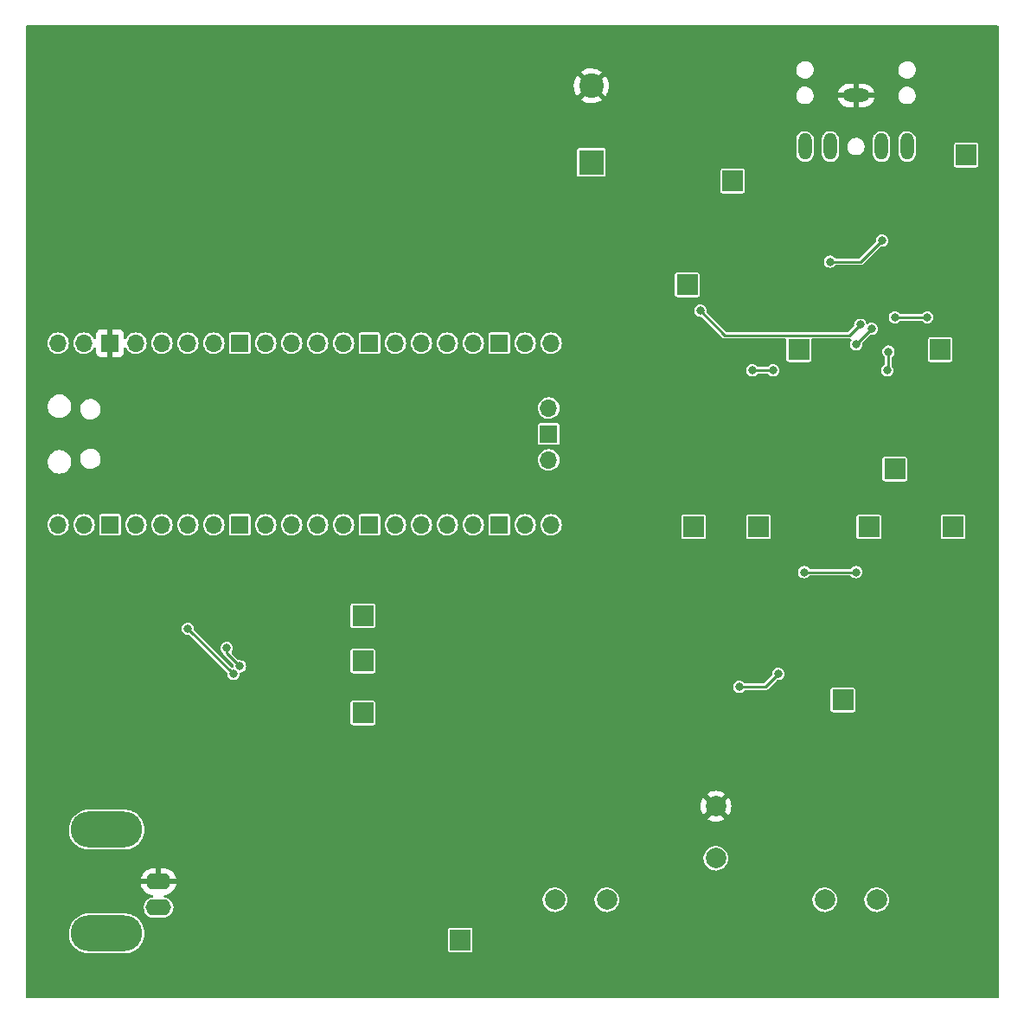
<source format=gbr>
%TF.GenerationSoftware,KiCad,Pcbnew,(6.0.4-0)*%
%TF.CreationDate,2022-04-29T09:39:16-07:00*%
%TF.ProjectId,Receiver Schematic,52656365-6976-4657-9220-536368656d61,rev?*%
%TF.SameCoordinates,Original*%
%TF.FileFunction,Copper,L2,Bot*%
%TF.FilePolarity,Positive*%
%FSLAX46Y46*%
G04 Gerber Fmt 4.6, Leading zero omitted, Abs format (unit mm)*
G04 Created by KiCad (PCBNEW (6.0.4-0)) date 2022-04-29 09:39:16*
%MOMM*%
%LPD*%
G01*
G04 APERTURE LIST*
%TA.AperFunction,ComponentPad*%
%ADD10R,2.000000X2.000000*%
%TD*%
%TA.AperFunction,ComponentPad*%
%ADD11O,2.616000X1.308000*%
%TD*%
%TA.AperFunction,ComponentPad*%
%ADD12O,1.308000X2.616000*%
%TD*%
%TA.AperFunction,ComponentPad*%
%ADD13O,2.500000X1.600000*%
%TD*%
%TA.AperFunction,ComponentPad*%
%ADD14O,7.000000X3.500000*%
%TD*%
%TA.AperFunction,ComponentPad*%
%ADD15C,2.000000*%
%TD*%
%TA.AperFunction,ComponentPad*%
%ADD16R,2.400000X2.400000*%
%TD*%
%TA.AperFunction,ComponentPad*%
%ADD17C,2.400000*%
%TD*%
%TA.AperFunction,ComponentPad*%
%ADD18O,1.700000X1.700000*%
%TD*%
%TA.AperFunction,ComponentPad*%
%ADD19R,1.700000X1.700000*%
%TD*%
%TA.AperFunction,ViaPad*%
%ADD20C,0.800000*%
%TD*%
%TA.AperFunction,Conductor*%
%ADD21C,0.250000*%
%TD*%
G04 APERTURE END LIST*
D10*
%TO.P,TP11,1,1*%
%TO.N,Net-(C17-Pad1)*%
X126492000Y-76200000D03*
%TD*%
D11*
%TO.P,J1,1*%
%TO.N,GND*%
X132080000Y-51308000D03*
D12*
%TO.P,J1,2*%
%TO.N,/Q signal*%
X127080000Y-56308000D03*
%TO.P,J1,3*%
%TO.N,/I signal*%
X137080000Y-56308000D03*
%TO.P,J1,10*%
%TO.N,unconnected-(J1-Pad10)*%
X129580000Y-56308000D03*
%TO.P,J1,11*%
%TO.N,unconnected-(J1-Pad11)*%
X134580000Y-56308000D03*
%TD*%
D13*
%TO.P,AntennaConnector1,1,In*%
%TO.N,GND*%
X63810000Y-128270000D03*
D14*
%TO.P,AntennaConnector1,2,Ext*%
%TO.N,Net-(AntennaConnector1-Pad2)*%
X58730000Y-133350000D03*
X58730000Y-123190000D03*
D13*
X63810000Y-130810000D03*
%TD*%
D15*
%TO.P,L3,1,1*%
%TO.N,Net-(C7-Pad2)*%
X129032000Y-130048000D03*
%TO.P,L3,2,2*%
%TO.N,Net-(L3-Pad2)*%
X134112000Y-130048000D03*
%TD*%
D10*
%TO.P,TP15,1,1*%
%TO.N,Net-(C17-Pad2)*%
X120015000Y-59690000D03*
%TD*%
D16*
%TO.P,C10,1*%
%TO.N,Smoothed 5V*%
X106172000Y-57868755D03*
D17*
%TO.P,C10,2*%
%TO.N,GND*%
X106172000Y-50368755D03*
%TD*%
D10*
%TO.P,TP9,1,1*%
%TO.N,/90 degrees*%
X122555000Y-93532500D03*
%TD*%
%TO.P,TP7,1,1*%
%TO.N,/180 degrees*%
X141605000Y-93532500D03*
%TD*%
%TO.P,TP2,1,1*%
%TO.N,Net-(TP2-Pad1)*%
X83820000Y-111760000D03*
%TD*%
%TO.P,TP4,1,1*%
%TO.N,Net-(TP4-Pad1)*%
X83820000Y-102235000D03*
%TD*%
%TO.P,TP5,1,1*%
%TO.N,Net-(TP5-Pad1)*%
X83820000Y-106680000D03*
%TD*%
%TO.P,TP3,1,1*%
%TO.N,Net-(L3-Pad2)*%
X130810000Y-110490000D03*
%TD*%
D15*
%TO.P,L1,1,1*%
%TO.N,Net-(C3-Pad1)*%
X102616000Y-130048000D03*
%TO.P,L1,2,2*%
%TO.N,Net-(C5-Pad1)*%
X107696000Y-130048000D03*
%TD*%
D10*
%TO.P,TP12,1,1*%
%TO.N,Net-(C9-Pad1)*%
X135890000Y-87884000D03*
%TD*%
%TO.P,TP14,1,1*%
%TO.N,Net-(C16-Pad1)*%
X142875000Y-57150000D03*
%TD*%
%TO.P,TP8,1,1*%
%TO.N,/270 degrees*%
X116205000Y-93532500D03*
%TD*%
%TO.P,TP6,1,1*%
%TO.N,/0 degrees*%
X133350000Y-93532500D03*
%TD*%
%TO.P,TP1,1,1*%
%TO.N,Net-(AntennaConnector1-Pad2)*%
X93345000Y-133985000D03*
%TD*%
%TO.P,TP10,1,1*%
%TO.N,Net-(C14-Pad2)*%
X115570000Y-69850000D03*
%TD*%
D15*
%TO.P,L2,1,1*%
%TO.N,Net-(C5-Pad1)*%
X118364000Y-125984000D03*
%TO.P,L2,2,2*%
%TO.N,GND*%
X118364000Y-120904000D03*
%TD*%
D10*
%TO.P,TP13,1,1*%
%TO.N,Net-(C16-Pad2)*%
X140335000Y-76200000D03*
%TD*%
D18*
%TO.P,U1,1,GPIO0*%
%TO.N,unconnected-(U1-Pad1)*%
X53975000Y-93345000D03*
%TO.P,U1,2,GPIO1*%
%TO.N,unconnected-(U1-Pad2)*%
X56515000Y-93345000D03*
D19*
%TO.P,U1,3,GND*%
%TO.N,unconnected-(U1-Pad3)*%
X59055000Y-93345000D03*
D18*
%TO.P,U1,4,GPIO2*%
%TO.N,unconnected-(U1-Pad4)*%
X61595000Y-93345000D03*
%TO.P,U1,5,GPIO3*%
%TO.N,unconnected-(U1-Pad5)*%
X64135000Y-93345000D03*
%TO.P,U1,6,GPIO4*%
%TO.N,/SDA*%
X66675000Y-93345000D03*
%TO.P,U1,7,GPIO5*%
%TO.N,/SCL*%
X69215000Y-93345000D03*
D19*
%TO.P,U1,8,GND*%
%TO.N,unconnected-(U1-Pad8)*%
X71755000Y-93345000D03*
D18*
%TO.P,U1,9,GPIO6*%
%TO.N,unconnected-(U1-Pad9)*%
X74295000Y-93345000D03*
%TO.P,U1,10,GPIO7*%
%TO.N,unconnected-(U1-Pad10)*%
X76835000Y-93345000D03*
%TO.P,U1,11,GPIO8*%
%TO.N,unconnected-(U1-Pad11)*%
X79375000Y-93345000D03*
%TO.P,U1,12,GPIO9*%
%TO.N,unconnected-(U1-Pad12)*%
X81915000Y-93345000D03*
D19*
%TO.P,U1,13,GND*%
%TO.N,unconnected-(U1-Pad13)*%
X84455000Y-93345000D03*
D18*
%TO.P,U1,14,GPIO10*%
%TO.N,unconnected-(U1-Pad14)*%
X86995000Y-93345000D03*
%TO.P,U1,15,GPIO11*%
%TO.N,unconnected-(U1-Pad15)*%
X89535000Y-93345000D03*
%TO.P,U1,16,GPIO12*%
%TO.N,unconnected-(U1-Pad16)*%
X92075000Y-93345000D03*
%TO.P,U1,17,GPIO13*%
%TO.N,unconnected-(U1-Pad17)*%
X94615000Y-93345000D03*
D19*
%TO.P,U1,18,GND*%
%TO.N,unconnected-(U1-Pad18)*%
X97155000Y-93345000D03*
D18*
%TO.P,U1,19,GPIO14*%
%TO.N,unconnected-(U1-Pad19)*%
X99695000Y-93345000D03*
%TO.P,U1,20,GPIO15*%
%TO.N,unconnected-(U1-Pad20)*%
X102235000Y-93345000D03*
%TO.P,U1,21,GPIO16*%
%TO.N,unconnected-(U1-Pad21)*%
X102235000Y-75565000D03*
%TO.P,U1,22,GPIO17*%
%TO.N,unconnected-(U1-Pad22)*%
X99695000Y-75565000D03*
D19*
%TO.P,U1,23,GND*%
%TO.N,unconnected-(U1-Pad23)*%
X97155000Y-75565000D03*
D18*
%TO.P,U1,24,GPIO18*%
%TO.N,unconnected-(U1-Pad24)*%
X94615000Y-75565000D03*
%TO.P,U1,25,GPIO19*%
%TO.N,unconnected-(U1-Pad25)*%
X92075000Y-75565000D03*
%TO.P,U1,26,GPIO20*%
%TO.N,unconnected-(U1-Pad26)*%
X89535000Y-75565000D03*
%TO.P,U1,27,GPIO21*%
%TO.N,unconnected-(U1-Pad27)*%
X86995000Y-75565000D03*
D19*
%TO.P,U1,28,GND*%
%TO.N,unconnected-(U1-Pad28)*%
X84455000Y-75565000D03*
D18*
%TO.P,U1,29,GPIO22*%
%TO.N,unconnected-(U1-Pad29)*%
X81915000Y-75565000D03*
%TO.P,U1,30,RUN*%
%TO.N,unconnected-(U1-Pad30)*%
X79375000Y-75565000D03*
%TO.P,U1,31,GPIO26_ADC0*%
%TO.N,unconnected-(U1-Pad31)*%
X76835000Y-75565000D03*
%TO.P,U1,32,GPIO27_ADC1*%
%TO.N,unconnected-(U1-Pad32)*%
X74295000Y-75565000D03*
D19*
%TO.P,U1,33,AGND*%
%TO.N,unconnected-(U1-Pad33)*%
X71755000Y-75565000D03*
D18*
%TO.P,U1,34,GPIO28_ADC2*%
%TO.N,unconnected-(U1-Pad34)*%
X69215000Y-75565000D03*
%TO.P,U1,35,ADC_VREF*%
%TO.N,unconnected-(U1-Pad35)*%
X66675000Y-75565000D03*
%TO.P,U1,36,3V3*%
%TO.N,+3V3*%
X64135000Y-75565000D03*
%TO.P,U1,37,3V3_EN*%
%TO.N,unconnected-(U1-Pad37)*%
X61595000Y-75565000D03*
D19*
%TO.P,U1,38,GND*%
%TO.N,GND*%
X59055000Y-75565000D03*
D18*
%TO.P,U1,39,VSYS*%
%TO.N,unconnected-(U1-Pad39)*%
X56515000Y-75565000D03*
%TO.P,U1,40,VBUS*%
%TO.N,5V*%
X53975000Y-75565000D03*
%TO.P,U1,41,SWCLK*%
%TO.N,unconnected-(U1-Pad41)*%
X102005000Y-86995000D03*
D19*
%TO.P,U1,42,GND*%
%TO.N,unconnected-(U1-Pad42)*%
X102005000Y-84455000D03*
D18*
%TO.P,U1,43,SWDIO*%
%TO.N,unconnected-(U1-Pad43)*%
X102005000Y-81915000D03*
%TD*%
D20*
%TO.N,GND*%
X128270000Y-66040000D03*
X111125000Y-94615000D03*
X127000000Y-67584020D03*
X116840000Y-95885000D03*
X121285000Y-99060000D03*
X121285000Y-102870000D03*
%TO.N,Net-(C8-Pad1)*%
X135890000Y-73025000D03*
X135269085Y-76392520D03*
X135128000Y-78232000D03*
X139065000Y-73025000D03*
%TO.N,Net-(C14-Pad2)*%
X116840000Y-72390000D03*
X132495335Y-73752665D03*
%TO.N,Net-(C16-Pad1)*%
X129540000Y-67584020D03*
X134620000Y-65532000D03*
%TO.N,Net-(C17-Pad1)*%
X133604000Y-74168000D03*
X123952000Y-78232000D03*
X121920000Y-78232000D03*
X132080000Y-75692000D03*
%TO.N,/180 degrees*%
X127000000Y-97977500D03*
X132080000Y-97977500D03*
%TO.N,/SDA*%
X71120000Y-107950000D03*
X66675000Y-103505000D03*
%TO.N,/SCL*%
X71778801Y-107198344D03*
X70485000Y-105410000D03*
%TO.N,Net-(TP5-Pad1)*%
X124460000Y-107950000D03*
X120650000Y-109220000D03*
%TD*%
D21*
%TO.N,GND*%
X128270000Y-66314020D02*
X127000000Y-67584020D01*
X112395000Y-95885000D02*
X116840000Y-95885000D01*
X111125000Y-94615000D02*
X112395000Y-95885000D01*
X128270000Y-66040000D02*
X128270000Y-66314020D01*
X121285000Y-99060000D02*
X121285000Y-102870000D01*
%TO.N,Net-(C8-Pad1)*%
X135269085Y-76392520D02*
X135269085Y-78090915D01*
X139065000Y-73025000D02*
X135890000Y-73025000D01*
X135269085Y-78090915D02*
X135128000Y-78232000D01*
%TO.N,Net-(C14-Pad2)*%
X132495335Y-73752665D02*
X131470737Y-74777263D01*
X119227263Y-74777263D02*
X116840000Y-72390000D01*
X131470737Y-74777263D02*
X119227263Y-74777263D01*
%TO.N,Net-(C16-Pad1)*%
X132567980Y-67584020D02*
X134620000Y-65532000D01*
X129540000Y-67584020D02*
X132567980Y-67584020D01*
%TO.N,Net-(C17-Pad1)*%
X133604000Y-74168000D02*
X132080000Y-75692000D01*
X121920000Y-78232000D02*
X123952000Y-78232000D01*
%TO.N,/180 degrees*%
X127000000Y-97977500D02*
X131445000Y-97977500D01*
X131445000Y-97977500D02*
X132080000Y-97977500D01*
%TO.N,/SDA*%
X71120000Y-107950000D02*
X66675000Y-103505000D01*
%TO.N,/SCL*%
X70485000Y-105410000D02*
X70485000Y-105904543D01*
X70485000Y-105904543D02*
X71778801Y-107198344D01*
%TO.N,Net-(TP5-Pad1)*%
X123190000Y-109220000D02*
X124460000Y-107950000D01*
X120650000Y-109220000D02*
X123190000Y-109220000D01*
%TD*%
%TA.AperFunction,Conductor*%
%TO.N,GND*%
G36*
X145991121Y-44471002D02*
G01*
X146037614Y-44524658D01*
X146049000Y-44577000D01*
X146049000Y-139573000D01*
X146028998Y-139641121D01*
X145975342Y-139687614D01*
X145923000Y-139699000D01*
X50927000Y-139699000D01*
X50858879Y-139678998D01*
X50812386Y-139625342D01*
X50801000Y-139573000D01*
X50801000Y-133319285D01*
X55024759Y-133319285D01*
X55025003Y-133323720D01*
X55025003Y-133323724D01*
X55028384Y-133385147D01*
X55039938Y-133595087D01*
X55093825Y-133865999D01*
X55185347Y-134126616D01*
X55312678Y-134371737D01*
X55315261Y-134375352D01*
X55315265Y-134375358D01*
X55352272Y-134427144D01*
X55473275Y-134596471D01*
X55663936Y-134796335D01*
X55667431Y-134799091D01*
X55667433Y-134799092D01*
X55715469Y-134836960D01*
X55880856Y-134967341D01*
X55942559Y-135003181D01*
X56115853Y-135103839D01*
X56115859Y-135103842D01*
X56119707Y-135106077D01*
X56375723Y-135209774D01*
X56380036Y-135210845D01*
X56380041Y-135210847D01*
X56639475Y-135275291D01*
X56639480Y-135275292D01*
X56643796Y-135276364D01*
X56648224Y-135276818D01*
X56648226Y-135276818D01*
X56723339Y-135284514D01*
X56879370Y-135300500D01*
X60550362Y-135300500D01*
X60755530Y-135285973D01*
X60759885Y-135285035D01*
X60759888Y-135285035D01*
X61021215Y-135228773D01*
X61021217Y-135228773D01*
X61025562Y-135227837D01*
X61284709Y-135132233D01*
X61333185Y-135106077D01*
X61520980Y-135004748D01*
X92144500Y-135004748D01*
X92156133Y-135063231D01*
X92200448Y-135129552D01*
X92266769Y-135173867D01*
X92278938Y-135176288D01*
X92278939Y-135176288D01*
X92319184Y-135184293D01*
X92325252Y-135185500D01*
X94364748Y-135185500D01*
X94370816Y-135184293D01*
X94411061Y-135176288D01*
X94411062Y-135176288D01*
X94423231Y-135173867D01*
X94489552Y-135129552D01*
X94533867Y-135063231D01*
X94545500Y-135004748D01*
X94545500Y-132965252D01*
X94533867Y-132906769D01*
X94489552Y-132840448D01*
X94423231Y-132796133D01*
X94411062Y-132793712D01*
X94411061Y-132793712D01*
X94370816Y-132785707D01*
X94364748Y-132784500D01*
X92325252Y-132784500D01*
X92319184Y-132785707D01*
X92278939Y-132793712D01*
X92278938Y-132793712D01*
X92266769Y-132796133D01*
X92200448Y-132840448D01*
X92156133Y-132906769D01*
X92144500Y-132965252D01*
X92144500Y-135004748D01*
X61520980Y-135004748D01*
X61523884Y-135003181D01*
X61527800Y-135001068D01*
X61749984Y-134836960D01*
X61946829Y-134643183D01*
X62114406Y-134423604D01*
X62249373Y-134182604D01*
X62349036Y-133924991D01*
X62411407Y-133655905D01*
X62435241Y-133380715D01*
X62434997Y-133376276D01*
X62420307Y-133109356D01*
X62420306Y-133109349D01*
X62420062Y-133104913D01*
X62369509Y-132850761D01*
X62367043Y-132838364D01*
X62367042Y-132838362D01*
X62366175Y-132834001D01*
X62274653Y-132573384D01*
X62147322Y-132328263D01*
X62144739Y-132324648D01*
X62144735Y-132324642D01*
X61989313Y-132107150D01*
X61989310Y-132107146D01*
X61986725Y-132103529D01*
X61796064Y-131903665D01*
X61792567Y-131900908D01*
X61582639Y-131735414D01*
X61582637Y-131735413D01*
X61579144Y-131732659D01*
X61417713Y-131638892D01*
X61344147Y-131596161D01*
X61344141Y-131596158D01*
X61340293Y-131593923D01*
X61084277Y-131490226D01*
X61079964Y-131489155D01*
X61079959Y-131489153D01*
X60820525Y-131424709D01*
X60820520Y-131424708D01*
X60816204Y-131423636D01*
X60811776Y-131423182D01*
X60811774Y-131423182D01*
X60731573Y-131414965D01*
X60580630Y-131399500D01*
X56909638Y-131399500D01*
X56704470Y-131414027D01*
X56700115Y-131414965D01*
X56700112Y-131414965D01*
X56438785Y-131471227D01*
X56438783Y-131471227D01*
X56434438Y-131472163D01*
X56175291Y-131567767D01*
X56171373Y-131569881D01*
X56122668Y-131596161D01*
X55932200Y-131698932D01*
X55710016Y-131863040D01*
X55513171Y-132056817D01*
X55345594Y-132276396D01*
X55210627Y-132517396D01*
X55110964Y-132775009D01*
X55109961Y-132779334D01*
X55109960Y-132779339D01*
X55082815Y-132896453D01*
X55048593Y-133044095D01*
X55024759Y-133319285D01*
X50801000Y-133319285D01*
X50801000Y-128536522D01*
X62077273Y-128536522D01*
X62124764Y-128713761D01*
X62128510Y-128724053D01*
X62220586Y-128921511D01*
X62226069Y-128931007D01*
X62351028Y-129109467D01*
X62358084Y-129117875D01*
X62512125Y-129271916D01*
X62520533Y-129278972D01*
X62698993Y-129403931D01*
X62708489Y-129409414D01*
X62905947Y-129501490D01*
X62916239Y-129505236D01*
X63126688Y-129561625D01*
X63137480Y-129563528D01*
X63202857Y-129569248D01*
X63268975Y-129595112D01*
X63310614Y-129652615D01*
X63314555Y-129723502D01*
X63279546Y-129785267D01*
X63216701Y-129818299D01*
X63204610Y-129820124D01*
X63189442Y-129821664D01*
X63164132Y-129824235D01*
X63164130Y-129824235D01*
X63157784Y-129824880D01*
X62963828Y-129885662D01*
X62786056Y-129984203D01*
X62631729Y-130116477D01*
X62507152Y-130277081D01*
X62417413Y-130459455D01*
X62415804Y-130465633D01*
X62415803Y-130465635D01*
X62389603Y-130566220D01*
X62366178Y-130656148D01*
X62362029Y-130735326D01*
X62356804Y-130835029D01*
X62355541Y-130859126D01*
X62385935Y-131060097D01*
X62456119Y-131250852D01*
X62459479Y-131256272D01*
X62459480Y-131256273D01*
X62559863Y-131418176D01*
X62559866Y-131418180D01*
X62563226Y-131423599D01*
X62567612Y-131428237D01*
X62698102Y-131566226D01*
X62702881Y-131571280D01*
X62869379Y-131687863D01*
X63055919Y-131768586D01*
X63101947Y-131778202D01*
X63250144Y-131809162D01*
X63250149Y-131809163D01*
X63254880Y-131810151D01*
X63259762Y-131810407D01*
X63259871Y-131810413D01*
X63259887Y-131810413D01*
X63261539Y-131810500D01*
X64310800Y-131810500D01*
X64358793Y-131805625D01*
X64455868Y-131795765D01*
X64455870Y-131795765D01*
X64462216Y-131795120D01*
X64656172Y-131734338D01*
X64833944Y-131635797D01*
X64988271Y-131503523D01*
X64998586Y-131490226D01*
X65108939Y-131347958D01*
X65112848Y-131342919D01*
X65202587Y-131160545D01*
X65204197Y-131154365D01*
X65252212Y-130970034D01*
X65252212Y-130970031D01*
X65253822Y-130963852D01*
X65264459Y-130760874D01*
X65234065Y-130559903D01*
X65163881Y-130369148D01*
X65160520Y-130363727D01*
X65060137Y-130201824D01*
X65060134Y-130201820D01*
X65056774Y-130196401D01*
X64917119Y-130048720D01*
X64871018Y-130016440D01*
X101410770Y-130016440D01*
X101425200Y-130236604D01*
X101426621Y-130242200D01*
X101426622Y-130242205D01*
X101457485Y-130363727D01*
X101479511Y-130450452D01*
X101481928Y-130455694D01*
X101481928Y-130455695D01*
X101520046Y-130538379D01*
X101571883Y-130650821D01*
X101699222Y-130831002D01*
X101857264Y-130984961D01*
X101862060Y-130988166D01*
X101862063Y-130988168D01*
X101946261Y-131044427D01*
X102040717Y-131107540D01*
X102046020Y-131109818D01*
X102046023Y-131109820D01*
X102149705Y-131154365D01*
X102243436Y-131194635D01*
X102323088Y-131212658D01*
X102452995Y-131242054D01*
X102453001Y-131242055D01*
X102458632Y-131243329D01*
X102464403Y-131243556D01*
X102464405Y-131243556D01*
X102532211Y-131246220D01*
X102679098Y-131251991D01*
X102788275Y-131236161D01*
X102891738Y-131221160D01*
X102891743Y-131221159D01*
X102897452Y-131220331D01*
X102902916Y-131218476D01*
X102902921Y-131218475D01*
X103100907Y-131151268D01*
X103100912Y-131151266D01*
X103106379Y-131149410D01*
X103298884Y-131041602D01*
X103400038Y-130957473D01*
X103464086Y-130904204D01*
X103468518Y-130900518D01*
X103502944Y-130859126D01*
X103605908Y-130735326D01*
X103605910Y-130735323D01*
X103609602Y-130730884D01*
X103717410Y-130538379D01*
X103719266Y-130532912D01*
X103719268Y-130532907D01*
X103786475Y-130334921D01*
X103786476Y-130334916D01*
X103788331Y-130329452D01*
X103789159Y-130323743D01*
X103789160Y-130323738D01*
X103819458Y-130114772D01*
X103819991Y-130111098D01*
X103821643Y-130048000D01*
X103818743Y-130016440D01*
X106490770Y-130016440D01*
X106505200Y-130236604D01*
X106506621Y-130242200D01*
X106506622Y-130242205D01*
X106537485Y-130363727D01*
X106559511Y-130450452D01*
X106561928Y-130455694D01*
X106561928Y-130455695D01*
X106600046Y-130538379D01*
X106651883Y-130650821D01*
X106779222Y-130831002D01*
X106937264Y-130984961D01*
X106942060Y-130988166D01*
X106942063Y-130988168D01*
X107026261Y-131044427D01*
X107120717Y-131107540D01*
X107126020Y-131109818D01*
X107126023Y-131109820D01*
X107229705Y-131154365D01*
X107323436Y-131194635D01*
X107403088Y-131212658D01*
X107532995Y-131242054D01*
X107533001Y-131242055D01*
X107538632Y-131243329D01*
X107544403Y-131243556D01*
X107544405Y-131243556D01*
X107612211Y-131246220D01*
X107759098Y-131251991D01*
X107868275Y-131236161D01*
X107971738Y-131221160D01*
X107971743Y-131221159D01*
X107977452Y-131220331D01*
X107982916Y-131218476D01*
X107982921Y-131218475D01*
X108180907Y-131151268D01*
X108180912Y-131151266D01*
X108186379Y-131149410D01*
X108378884Y-131041602D01*
X108480038Y-130957473D01*
X108544086Y-130904204D01*
X108548518Y-130900518D01*
X108582944Y-130859126D01*
X108685908Y-130735326D01*
X108685910Y-130735323D01*
X108689602Y-130730884D01*
X108797410Y-130538379D01*
X108799266Y-130532912D01*
X108799268Y-130532907D01*
X108866475Y-130334921D01*
X108866476Y-130334916D01*
X108868331Y-130329452D01*
X108869159Y-130323743D01*
X108869160Y-130323738D01*
X108899458Y-130114772D01*
X108899991Y-130111098D01*
X108901643Y-130048000D01*
X108898743Y-130016440D01*
X127826770Y-130016440D01*
X127841200Y-130236604D01*
X127842621Y-130242200D01*
X127842622Y-130242205D01*
X127873485Y-130363727D01*
X127895511Y-130450452D01*
X127897928Y-130455694D01*
X127897928Y-130455695D01*
X127936046Y-130538379D01*
X127987883Y-130650821D01*
X128115222Y-130831002D01*
X128273264Y-130984961D01*
X128278060Y-130988166D01*
X128278063Y-130988168D01*
X128362261Y-131044427D01*
X128456717Y-131107540D01*
X128462020Y-131109818D01*
X128462023Y-131109820D01*
X128565705Y-131154365D01*
X128659436Y-131194635D01*
X128739088Y-131212658D01*
X128868995Y-131242054D01*
X128869001Y-131242055D01*
X128874632Y-131243329D01*
X128880403Y-131243556D01*
X128880405Y-131243556D01*
X128948211Y-131246220D01*
X129095098Y-131251991D01*
X129204275Y-131236161D01*
X129307738Y-131221160D01*
X129307743Y-131221159D01*
X129313452Y-131220331D01*
X129318916Y-131218476D01*
X129318921Y-131218475D01*
X129516907Y-131151268D01*
X129516912Y-131151266D01*
X129522379Y-131149410D01*
X129714884Y-131041602D01*
X129816038Y-130957473D01*
X129880086Y-130904204D01*
X129884518Y-130900518D01*
X129918944Y-130859126D01*
X130021908Y-130735326D01*
X130021910Y-130735323D01*
X130025602Y-130730884D01*
X130133410Y-130538379D01*
X130135266Y-130532912D01*
X130135268Y-130532907D01*
X130202475Y-130334921D01*
X130202476Y-130334916D01*
X130204331Y-130329452D01*
X130205159Y-130323743D01*
X130205160Y-130323738D01*
X130235458Y-130114772D01*
X130235991Y-130111098D01*
X130237643Y-130048000D01*
X130234743Y-130016440D01*
X132906770Y-130016440D01*
X132921200Y-130236604D01*
X132922621Y-130242200D01*
X132922622Y-130242205D01*
X132953485Y-130363727D01*
X132975511Y-130450452D01*
X132977928Y-130455694D01*
X132977928Y-130455695D01*
X133016046Y-130538379D01*
X133067883Y-130650821D01*
X133195222Y-130831002D01*
X133353264Y-130984961D01*
X133358060Y-130988166D01*
X133358063Y-130988168D01*
X133442261Y-131044427D01*
X133536717Y-131107540D01*
X133542020Y-131109818D01*
X133542023Y-131109820D01*
X133645705Y-131154365D01*
X133739436Y-131194635D01*
X133819088Y-131212658D01*
X133948995Y-131242054D01*
X133949001Y-131242055D01*
X133954632Y-131243329D01*
X133960403Y-131243556D01*
X133960405Y-131243556D01*
X134028211Y-131246220D01*
X134175098Y-131251991D01*
X134284275Y-131236161D01*
X134387738Y-131221160D01*
X134387743Y-131221159D01*
X134393452Y-131220331D01*
X134398916Y-131218476D01*
X134398921Y-131218475D01*
X134596907Y-131151268D01*
X134596912Y-131151266D01*
X134602379Y-131149410D01*
X134794884Y-131041602D01*
X134896038Y-130957473D01*
X134960086Y-130904204D01*
X134964518Y-130900518D01*
X134998944Y-130859126D01*
X135101908Y-130735326D01*
X135101910Y-130735323D01*
X135105602Y-130730884D01*
X135213410Y-130538379D01*
X135215266Y-130532912D01*
X135215268Y-130532907D01*
X135282475Y-130334921D01*
X135282476Y-130334916D01*
X135284331Y-130329452D01*
X135285159Y-130323743D01*
X135285160Y-130323738D01*
X135315458Y-130114772D01*
X135315991Y-130111098D01*
X135317643Y-130048000D01*
X135297454Y-129828289D01*
X135294543Y-129817965D01*
X135239134Y-129621500D01*
X135237565Y-129615936D01*
X135139980Y-129418053D01*
X135007967Y-129241267D01*
X134910586Y-129151249D01*
X134850189Y-129095418D01*
X134850186Y-129095416D01*
X134845949Y-129091499D01*
X134659350Y-128973764D01*
X134454421Y-128892006D01*
X134448761Y-128890880D01*
X134448757Y-128890879D01*
X134243691Y-128850089D01*
X134243688Y-128850089D01*
X134238024Y-128848962D01*
X134232249Y-128848886D01*
X134232245Y-128848886D01*
X134121504Y-128847437D01*
X134017406Y-128846074D01*
X134011709Y-128847053D01*
X134011708Y-128847053D01*
X133805654Y-128882459D01*
X133805653Y-128882459D01*
X133799957Y-128883438D01*
X133592957Y-128959804D01*
X133403341Y-129072614D01*
X133237457Y-129218090D01*
X133100863Y-129391360D01*
X132998131Y-129586620D01*
X132932703Y-129797333D01*
X132906770Y-130016440D01*
X130234743Y-130016440D01*
X130217454Y-129828289D01*
X130214543Y-129817965D01*
X130159134Y-129621500D01*
X130157565Y-129615936D01*
X130059980Y-129418053D01*
X129927967Y-129241267D01*
X129830586Y-129151249D01*
X129770189Y-129095418D01*
X129770186Y-129095416D01*
X129765949Y-129091499D01*
X129579350Y-128973764D01*
X129374421Y-128892006D01*
X129368761Y-128890880D01*
X129368757Y-128890879D01*
X129163691Y-128850089D01*
X129163688Y-128850089D01*
X129158024Y-128848962D01*
X129152249Y-128848886D01*
X129152245Y-128848886D01*
X129041504Y-128847437D01*
X128937406Y-128846074D01*
X128931709Y-128847053D01*
X128931708Y-128847053D01*
X128725654Y-128882459D01*
X128725653Y-128882459D01*
X128719957Y-128883438D01*
X128512957Y-128959804D01*
X128323341Y-129072614D01*
X128157457Y-129218090D01*
X128020863Y-129391360D01*
X127918131Y-129586620D01*
X127852703Y-129797333D01*
X127826770Y-130016440D01*
X108898743Y-130016440D01*
X108881454Y-129828289D01*
X108878543Y-129817965D01*
X108823134Y-129621500D01*
X108821565Y-129615936D01*
X108723980Y-129418053D01*
X108591967Y-129241267D01*
X108494586Y-129151249D01*
X108434189Y-129095418D01*
X108434186Y-129095416D01*
X108429949Y-129091499D01*
X108243350Y-128973764D01*
X108038421Y-128892006D01*
X108032761Y-128890880D01*
X108032757Y-128890879D01*
X107827691Y-128850089D01*
X107827688Y-128850089D01*
X107822024Y-128848962D01*
X107816249Y-128848886D01*
X107816245Y-128848886D01*
X107705504Y-128847437D01*
X107601406Y-128846074D01*
X107595709Y-128847053D01*
X107595708Y-128847053D01*
X107389654Y-128882459D01*
X107389653Y-128882459D01*
X107383957Y-128883438D01*
X107176957Y-128959804D01*
X106987341Y-129072614D01*
X106821457Y-129218090D01*
X106684863Y-129391360D01*
X106582131Y-129586620D01*
X106516703Y-129797333D01*
X106490770Y-130016440D01*
X103818743Y-130016440D01*
X103801454Y-129828289D01*
X103798543Y-129817965D01*
X103743134Y-129621500D01*
X103741565Y-129615936D01*
X103643980Y-129418053D01*
X103511967Y-129241267D01*
X103414586Y-129151249D01*
X103354189Y-129095418D01*
X103354186Y-129095416D01*
X103349949Y-129091499D01*
X103163350Y-128973764D01*
X102958421Y-128892006D01*
X102952761Y-128890880D01*
X102952757Y-128890879D01*
X102747691Y-128850089D01*
X102747688Y-128850089D01*
X102742024Y-128848962D01*
X102736249Y-128848886D01*
X102736245Y-128848886D01*
X102625504Y-128847437D01*
X102521406Y-128846074D01*
X102515709Y-128847053D01*
X102515708Y-128847053D01*
X102309654Y-128882459D01*
X102309653Y-128882459D01*
X102303957Y-128883438D01*
X102096957Y-128959804D01*
X101907341Y-129072614D01*
X101741457Y-129218090D01*
X101604863Y-129391360D01*
X101502131Y-129586620D01*
X101436703Y-129797333D01*
X101410770Y-130016440D01*
X64871018Y-130016440D01*
X64750621Y-129932137D01*
X64564081Y-129851414D01*
X64403969Y-129817965D01*
X64341378Y-129784456D01*
X64306840Y-129722426D01*
X64311320Y-129651571D01*
X64353396Y-129594386D01*
X64418754Y-129569107D01*
X64482520Y-129563528D01*
X64493312Y-129561625D01*
X64703761Y-129505236D01*
X64714053Y-129501490D01*
X64911511Y-129409414D01*
X64921007Y-129403931D01*
X65099467Y-129278972D01*
X65107875Y-129271916D01*
X65261916Y-129117875D01*
X65268972Y-129109467D01*
X65393931Y-128931007D01*
X65399414Y-128921511D01*
X65491490Y-128724053D01*
X65495236Y-128713761D01*
X65541394Y-128541497D01*
X65541058Y-128527401D01*
X65533116Y-128524000D01*
X62092033Y-128524000D01*
X62078502Y-128527973D01*
X62077273Y-128536522D01*
X50801000Y-128536522D01*
X50801000Y-127998503D01*
X62078606Y-127998503D01*
X62078942Y-128012599D01*
X62086884Y-128016000D01*
X63537885Y-128016000D01*
X63553124Y-128011525D01*
X63554329Y-128010135D01*
X63556000Y-128002452D01*
X63556000Y-127997885D01*
X64064000Y-127997885D01*
X64068475Y-128013124D01*
X64069865Y-128014329D01*
X64077548Y-128016000D01*
X65527967Y-128016000D01*
X65541498Y-128012027D01*
X65542727Y-128003478D01*
X65495236Y-127826239D01*
X65491490Y-127815947D01*
X65399414Y-127618489D01*
X65393931Y-127608993D01*
X65268972Y-127430533D01*
X65261916Y-127422125D01*
X65107875Y-127268084D01*
X65099467Y-127261028D01*
X64921007Y-127136069D01*
X64911511Y-127130586D01*
X64714053Y-127038510D01*
X64703761Y-127034764D01*
X64493312Y-126978375D01*
X64482519Y-126976472D01*
X64319830Y-126962238D01*
X64314365Y-126962000D01*
X64082115Y-126962000D01*
X64066876Y-126966475D01*
X64065671Y-126967865D01*
X64064000Y-126975548D01*
X64064000Y-127997885D01*
X63556000Y-127997885D01*
X63556000Y-126980115D01*
X63551525Y-126964876D01*
X63550135Y-126963671D01*
X63542452Y-126962000D01*
X63305635Y-126962000D01*
X63300170Y-126962238D01*
X63137481Y-126976472D01*
X63126688Y-126978375D01*
X62916239Y-127034764D01*
X62905947Y-127038510D01*
X62708489Y-127130586D01*
X62698993Y-127136069D01*
X62520533Y-127261028D01*
X62512125Y-127268084D01*
X62358084Y-127422125D01*
X62351028Y-127430533D01*
X62226069Y-127608993D01*
X62220586Y-127618489D01*
X62128510Y-127815947D01*
X62124764Y-127826239D01*
X62078606Y-127998503D01*
X50801000Y-127998503D01*
X50801000Y-125952440D01*
X117158770Y-125952440D01*
X117173200Y-126172604D01*
X117174621Y-126178200D01*
X117174622Y-126178205D01*
X117226090Y-126380857D01*
X117227511Y-126386452D01*
X117229928Y-126391694D01*
X117229928Y-126391695D01*
X117268046Y-126474379D01*
X117319883Y-126586821D01*
X117447222Y-126767002D01*
X117605264Y-126920961D01*
X117610060Y-126924166D01*
X117610063Y-126924168D01*
X117691190Y-126978375D01*
X117788717Y-127043540D01*
X117794020Y-127045818D01*
X117794023Y-127045820D01*
X117986129Y-127128355D01*
X117991436Y-127130635D01*
X118071088Y-127148658D01*
X118200995Y-127178054D01*
X118201001Y-127178055D01*
X118206632Y-127179329D01*
X118212403Y-127179556D01*
X118212405Y-127179556D01*
X118280211Y-127182220D01*
X118427098Y-127187991D01*
X118536275Y-127172161D01*
X118639738Y-127157160D01*
X118639743Y-127157159D01*
X118645452Y-127156331D01*
X118650916Y-127154476D01*
X118650921Y-127154475D01*
X118848907Y-127087268D01*
X118848912Y-127087266D01*
X118854379Y-127085410D01*
X119046884Y-126977602D01*
X119058592Y-126967865D01*
X119212086Y-126840204D01*
X119216518Y-126836518D01*
X119357602Y-126666884D01*
X119465410Y-126474379D01*
X119467266Y-126468912D01*
X119467268Y-126468907D01*
X119534475Y-126270921D01*
X119534476Y-126270916D01*
X119536331Y-126265452D01*
X119537159Y-126259743D01*
X119537160Y-126259738D01*
X119567458Y-126050772D01*
X119567991Y-126047098D01*
X119569643Y-125984000D01*
X119549454Y-125764289D01*
X119489565Y-125551936D01*
X119391980Y-125354053D01*
X119259967Y-125177267D01*
X119142599Y-125068773D01*
X119102189Y-125031418D01*
X119102186Y-125031416D01*
X119097949Y-125027499D01*
X118911350Y-124909764D01*
X118706421Y-124828006D01*
X118700761Y-124826880D01*
X118700757Y-124826879D01*
X118495691Y-124786089D01*
X118495688Y-124786089D01*
X118490024Y-124784962D01*
X118484249Y-124784886D01*
X118484245Y-124784886D01*
X118373504Y-124783437D01*
X118269406Y-124782074D01*
X118263709Y-124783053D01*
X118263708Y-124783053D01*
X118057654Y-124818459D01*
X118057653Y-124818459D01*
X118051957Y-124819438D01*
X117844957Y-124895804D01*
X117839996Y-124898756D01*
X117839995Y-124898756D01*
X117713902Y-124973774D01*
X117655341Y-125008614D01*
X117489457Y-125154090D01*
X117352863Y-125327360D01*
X117250131Y-125522620D01*
X117184703Y-125733333D01*
X117158770Y-125952440D01*
X50801000Y-125952440D01*
X50801000Y-123159285D01*
X55024759Y-123159285D01*
X55025003Y-123163720D01*
X55025003Y-123163724D01*
X55028384Y-123225147D01*
X55039938Y-123435087D01*
X55093825Y-123705999D01*
X55185347Y-123966616D01*
X55312678Y-124211737D01*
X55315261Y-124215352D01*
X55315265Y-124215358D01*
X55352272Y-124267144D01*
X55473275Y-124436471D01*
X55663936Y-124636335D01*
X55667431Y-124639091D01*
X55667433Y-124639092D01*
X55715469Y-124676960D01*
X55880856Y-124807341D01*
X55942559Y-124843181D01*
X56115853Y-124943839D01*
X56115859Y-124943842D01*
X56119707Y-124946077D01*
X56188088Y-124973774D01*
X56320729Y-125027499D01*
X56375723Y-125049774D01*
X56380036Y-125050845D01*
X56380041Y-125050847D01*
X56639475Y-125115291D01*
X56639480Y-125115292D01*
X56643796Y-125116364D01*
X56648224Y-125116818D01*
X56648226Y-125116818D01*
X56723339Y-125124514D01*
X56879370Y-125140500D01*
X60550362Y-125140500D01*
X60755530Y-125125973D01*
X60759885Y-125125035D01*
X60759888Y-125125035D01*
X61021215Y-125068773D01*
X61021217Y-125068773D01*
X61025562Y-125067837D01*
X61284709Y-124972233D01*
X61333185Y-124946077D01*
X61523884Y-124843181D01*
X61527800Y-124841068D01*
X61749984Y-124676960D01*
X61946829Y-124483183D01*
X62114406Y-124263604D01*
X62249373Y-124022604D01*
X62349036Y-123764991D01*
X62411407Y-123495905D01*
X62435241Y-123220715D01*
X62434997Y-123216276D01*
X62420307Y-122949356D01*
X62420306Y-122949349D01*
X62420062Y-122944913D01*
X62366175Y-122674001D01*
X62274653Y-122413384D01*
X62147322Y-122168263D01*
X62144739Y-122164648D01*
X62144735Y-122164642D01*
X62124746Y-122136670D01*
X117496160Y-122136670D01*
X117501887Y-122144320D01*
X117673042Y-122249205D01*
X117681837Y-122253687D01*
X117891988Y-122340734D01*
X117901373Y-122343783D01*
X118122554Y-122396885D01*
X118132301Y-122398428D01*
X118359070Y-122416275D01*
X118368930Y-122416275D01*
X118595699Y-122398428D01*
X118605446Y-122396885D01*
X118826627Y-122343783D01*
X118836012Y-122340734D01*
X119046163Y-122253687D01*
X119054958Y-122249205D01*
X119222445Y-122146568D01*
X119231907Y-122136110D01*
X119228124Y-122127334D01*
X118376812Y-121276022D01*
X118362868Y-121268408D01*
X118361035Y-121268539D01*
X118354420Y-121272790D01*
X117502920Y-122124290D01*
X117496160Y-122136670D01*
X62124746Y-122136670D01*
X61989313Y-121947150D01*
X61989310Y-121947146D01*
X61986725Y-121943529D01*
X61819397Y-121768124D01*
X61799136Y-121746885D01*
X61799134Y-121746883D01*
X61796064Y-121743665D01*
X61792567Y-121740908D01*
X61582639Y-121575414D01*
X61582637Y-121575413D01*
X61579144Y-121572659D01*
X61466609Y-121507294D01*
X61344147Y-121436161D01*
X61344141Y-121436158D01*
X61340293Y-121433923D01*
X61084277Y-121330226D01*
X61079964Y-121329155D01*
X61079959Y-121329153D01*
X60820525Y-121264709D01*
X60820520Y-121264708D01*
X60816204Y-121263636D01*
X60811776Y-121263182D01*
X60811774Y-121263182D01*
X60731573Y-121254965D01*
X60580630Y-121239500D01*
X56909638Y-121239500D01*
X56704470Y-121254027D01*
X56700115Y-121254965D01*
X56700112Y-121254965D01*
X56438785Y-121311227D01*
X56438783Y-121311227D01*
X56434438Y-121312163D01*
X56175291Y-121407767D01*
X56171373Y-121409881D01*
X56122668Y-121436161D01*
X55932200Y-121538932D01*
X55710016Y-121703040D01*
X55706837Y-121706169D01*
X55706834Y-121706172D01*
X55640127Y-121771840D01*
X55513171Y-121896817D01*
X55345594Y-122116396D01*
X55343416Y-122120285D01*
X55218251Y-122343783D01*
X55210627Y-122357396D01*
X55110964Y-122615009D01*
X55048593Y-122884095D01*
X55024759Y-123159285D01*
X50801000Y-123159285D01*
X50801000Y-120908930D01*
X116851725Y-120908930D01*
X116869572Y-121135699D01*
X116871115Y-121145446D01*
X116924217Y-121366627D01*
X116927266Y-121376012D01*
X117014313Y-121586163D01*
X117018795Y-121594958D01*
X117121432Y-121762445D01*
X117131890Y-121771907D01*
X117140666Y-121768124D01*
X117991978Y-120916812D01*
X117998356Y-120905132D01*
X118728408Y-120905132D01*
X118728539Y-120906965D01*
X118732790Y-120913580D01*
X119584290Y-121765080D01*
X119596670Y-121771840D01*
X119604320Y-121766113D01*
X119709205Y-121594958D01*
X119713687Y-121586163D01*
X119800734Y-121376012D01*
X119803783Y-121366627D01*
X119856885Y-121145446D01*
X119858428Y-121135699D01*
X119876275Y-120908930D01*
X119876275Y-120899070D01*
X119858428Y-120672301D01*
X119856885Y-120662554D01*
X119803783Y-120441373D01*
X119800734Y-120431988D01*
X119713687Y-120221837D01*
X119709205Y-120213042D01*
X119606568Y-120045555D01*
X119596110Y-120036093D01*
X119587334Y-120039876D01*
X118736022Y-120891188D01*
X118728408Y-120905132D01*
X117998356Y-120905132D01*
X117999592Y-120902868D01*
X117999461Y-120901035D01*
X117995210Y-120894420D01*
X117143710Y-120042920D01*
X117131330Y-120036160D01*
X117123680Y-120041887D01*
X117018795Y-120213042D01*
X117014313Y-120221837D01*
X116927266Y-120431988D01*
X116924217Y-120441373D01*
X116871115Y-120662554D01*
X116869572Y-120672301D01*
X116851725Y-120899070D01*
X116851725Y-120908930D01*
X50801000Y-120908930D01*
X50801000Y-119671890D01*
X117496093Y-119671890D01*
X117499876Y-119680666D01*
X118351188Y-120531978D01*
X118365132Y-120539592D01*
X118366965Y-120539461D01*
X118373580Y-120535210D01*
X119225080Y-119683710D01*
X119231840Y-119671330D01*
X119226113Y-119663680D01*
X119054958Y-119558795D01*
X119046163Y-119554313D01*
X118836012Y-119467266D01*
X118826627Y-119464217D01*
X118605446Y-119411115D01*
X118595699Y-119409572D01*
X118368930Y-119391725D01*
X118359070Y-119391725D01*
X118132301Y-119409572D01*
X118122554Y-119411115D01*
X117901373Y-119464217D01*
X117891988Y-119467266D01*
X117681837Y-119554313D01*
X117673042Y-119558795D01*
X117505555Y-119661432D01*
X117496093Y-119671890D01*
X50801000Y-119671890D01*
X50801000Y-112779748D01*
X82619500Y-112779748D01*
X82631133Y-112838231D01*
X82675448Y-112904552D01*
X82741769Y-112948867D01*
X82753938Y-112951288D01*
X82753939Y-112951288D01*
X82794184Y-112959293D01*
X82800252Y-112960500D01*
X84839748Y-112960500D01*
X84845816Y-112959293D01*
X84886061Y-112951288D01*
X84886062Y-112951288D01*
X84898231Y-112948867D01*
X84964552Y-112904552D01*
X85008867Y-112838231D01*
X85020500Y-112779748D01*
X85020500Y-111509748D01*
X129609500Y-111509748D01*
X129621133Y-111568231D01*
X129665448Y-111634552D01*
X129731769Y-111678867D01*
X129743938Y-111681288D01*
X129743939Y-111681288D01*
X129784184Y-111689293D01*
X129790252Y-111690500D01*
X131829748Y-111690500D01*
X131835816Y-111689293D01*
X131876061Y-111681288D01*
X131876062Y-111681288D01*
X131888231Y-111678867D01*
X131954552Y-111634552D01*
X131998867Y-111568231D01*
X132010500Y-111509748D01*
X132010500Y-109470252D01*
X131998867Y-109411769D01*
X131954552Y-109345448D01*
X131888231Y-109301133D01*
X131876062Y-109298712D01*
X131876061Y-109298712D01*
X131835816Y-109290707D01*
X131829748Y-109289500D01*
X129790252Y-109289500D01*
X129784184Y-109290707D01*
X129743939Y-109298712D01*
X129743938Y-109298712D01*
X129731769Y-109301133D01*
X129665448Y-109345448D01*
X129621133Y-109411769D01*
X129609500Y-109470252D01*
X129609500Y-111509748D01*
X85020500Y-111509748D01*
X85020500Y-110740252D01*
X85008867Y-110681769D01*
X84964552Y-110615448D01*
X84898231Y-110571133D01*
X84886062Y-110568712D01*
X84886061Y-110568712D01*
X84845816Y-110560707D01*
X84839748Y-110559500D01*
X82800252Y-110559500D01*
X82794184Y-110560707D01*
X82753939Y-110568712D01*
X82753938Y-110568712D01*
X82741769Y-110571133D01*
X82675448Y-110615448D01*
X82631133Y-110681769D01*
X82619500Y-110740252D01*
X82619500Y-112779748D01*
X50801000Y-112779748D01*
X50801000Y-109220000D01*
X120044318Y-109220000D01*
X120064956Y-109376762D01*
X120125464Y-109522841D01*
X120221718Y-109648282D01*
X120347159Y-109744536D01*
X120493238Y-109805044D01*
X120650000Y-109825682D01*
X120658188Y-109824604D01*
X120798574Y-109806122D01*
X120806762Y-109805044D01*
X120952841Y-109744536D01*
X121078282Y-109648282D01*
X121119323Y-109594796D01*
X121176661Y-109552929D01*
X121219286Y-109545500D01*
X123170290Y-109545500D01*
X123181272Y-109545980D01*
X123207820Y-109548303D01*
X123207822Y-109548303D01*
X123218807Y-109549264D01*
X123255215Y-109539508D01*
X123265942Y-109537130D01*
X123269301Y-109536538D01*
X123303045Y-109530588D01*
X123312590Y-109525077D01*
X123315866Y-109523885D01*
X123319034Y-109522408D01*
X123329684Y-109519554D01*
X123360544Y-109497945D01*
X123369815Y-109492039D01*
X123392910Y-109478705D01*
X123392911Y-109478704D01*
X123402455Y-109473194D01*
X123426685Y-109444319D01*
X123434110Y-109436217D01*
X124287618Y-108582709D01*
X124349930Y-108548683D01*
X124393158Y-108546882D01*
X124460000Y-108555682D01*
X124468188Y-108554604D01*
X124608574Y-108536122D01*
X124616762Y-108535044D01*
X124762841Y-108474536D01*
X124888282Y-108378282D01*
X124984536Y-108252841D01*
X125045044Y-108106762D01*
X125065682Y-107950000D01*
X125045044Y-107793238D01*
X124984536Y-107647159D01*
X124888282Y-107521718D01*
X124762841Y-107425464D01*
X124616762Y-107364956D01*
X124460000Y-107344318D01*
X124303238Y-107364956D01*
X124157159Y-107425464D01*
X124031718Y-107521718D01*
X123935464Y-107647159D01*
X123874956Y-107793238D01*
X123854318Y-107950000D01*
X123863118Y-108016841D01*
X123852179Y-108086988D01*
X123827292Y-108122381D01*
X123092079Y-108857595D01*
X123029766Y-108891620D01*
X123002983Y-108894500D01*
X121219286Y-108894500D01*
X121151165Y-108874498D01*
X121119323Y-108845204D01*
X121083305Y-108798264D01*
X121078282Y-108791718D01*
X120952841Y-108695464D01*
X120806762Y-108634956D01*
X120650000Y-108614318D01*
X120493238Y-108634956D01*
X120347159Y-108695464D01*
X120221718Y-108791718D01*
X120125464Y-108917159D01*
X120064956Y-109063238D01*
X120044318Y-109220000D01*
X50801000Y-109220000D01*
X50801000Y-103505000D01*
X66069318Y-103505000D01*
X66089956Y-103661762D01*
X66150464Y-103807841D01*
X66246718Y-103933282D01*
X66372159Y-104029536D01*
X66518238Y-104090044D01*
X66675000Y-104110682D01*
X66741843Y-104101882D01*
X66811990Y-104112821D01*
X66847383Y-104137709D01*
X70487291Y-107777618D01*
X70521317Y-107839930D01*
X70523118Y-107883158D01*
X70514318Y-107950000D01*
X70534956Y-108106762D01*
X70595464Y-108252841D01*
X70691718Y-108378282D01*
X70817159Y-108474536D01*
X70963238Y-108535044D01*
X71120000Y-108555682D01*
X71128188Y-108554604D01*
X71268574Y-108536122D01*
X71276762Y-108535044D01*
X71422841Y-108474536D01*
X71548282Y-108378282D01*
X71644536Y-108252841D01*
X71705044Y-108106762D01*
X71725682Y-107950000D01*
X71724143Y-107938309D01*
X71724604Y-107935353D01*
X71724604Y-107933553D01*
X71724885Y-107933553D01*
X71735082Y-107868160D01*
X71782211Y-107815062D01*
X71832619Y-107796941D01*
X71899912Y-107788082D01*
X71935563Y-107783388D01*
X72081642Y-107722880D01*
X72111788Y-107699748D01*
X82619500Y-107699748D01*
X82631133Y-107758231D01*
X82675448Y-107824552D01*
X82741769Y-107868867D01*
X82753938Y-107871288D01*
X82753939Y-107871288D01*
X82794184Y-107879293D01*
X82800252Y-107880500D01*
X84839748Y-107880500D01*
X84845816Y-107879293D01*
X84886061Y-107871288D01*
X84886062Y-107871288D01*
X84898231Y-107868867D01*
X84964552Y-107824552D01*
X85008867Y-107758231D01*
X85020500Y-107699748D01*
X85020500Y-105660252D01*
X85008867Y-105601769D01*
X84964552Y-105535448D01*
X84898231Y-105491133D01*
X84886062Y-105488712D01*
X84886061Y-105488712D01*
X84845816Y-105480707D01*
X84839748Y-105479500D01*
X82800252Y-105479500D01*
X82794184Y-105480707D01*
X82753939Y-105488712D01*
X82753938Y-105488712D01*
X82741769Y-105491133D01*
X82675448Y-105535448D01*
X82631133Y-105601769D01*
X82619500Y-105660252D01*
X82619500Y-107699748D01*
X72111788Y-107699748D01*
X72207083Y-107626626D01*
X72303337Y-107501185D01*
X72363845Y-107355106D01*
X72384483Y-107198344D01*
X72363845Y-107041582D01*
X72303337Y-106895503D01*
X72207083Y-106770062D01*
X72081642Y-106673808D01*
X71935563Y-106613300D01*
X71778801Y-106592662D01*
X71711958Y-106601462D01*
X71641811Y-106590523D01*
X71606418Y-106565635D01*
X70976561Y-105935778D01*
X70942535Y-105873466D01*
X70947600Y-105802651D01*
X70965693Y-105769980D01*
X71004507Y-105719396D01*
X71004509Y-105719392D01*
X71009536Y-105712841D01*
X71070044Y-105566762D01*
X71090682Y-105410000D01*
X71070044Y-105253238D01*
X71009536Y-105107159D01*
X70913282Y-104981718D01*
X70787841Y-104885464D01*
X70641762Y-104824956D01*
X70485000Y-104804318D01*
X70328238Y-104824956D01*
X70182159Y-104885464D01*
X70056718Y-104981718D01*
X69960464Y-105107159D01*
X69899956Y-105253238D01*
X69879318Y-105410000D01*
X69899956Y-105566762D01*
X69960464Y-105712841D01*
X70056718Y-105838282D01*
X70063264Y-105843305D01*
X70063265Y-105843306D01*
X70115366Y-105883285D01*
X70157233Y-105940623D01*
X70160367Y-105950634D01*
X70165490Y-105969752D01*
X70167870Y-105980485D01*
X70174412Y-106017588D01*
X70179923Y-106027133D01*
X70181115Y-106030409D01*
X70182592Y-106033577D01*
X70185446Y-106044227D01*
X70191770Y-106053258D01*
X70207055Y-106075087D01*
X70212961Y-106084358D01*
X70226293Y-106107449D01*
X70231806Y-106116998D01*
X70240251Y-106124084D01*
X70260682Y-106141228D01*
X70268785Y-106148654D01*
X71146092Y-107025961D01*
X71180118Y-107088273D01*
X71181919Y-107131501D01*
X71173119Y-107198344D01*
X71174197Y-107206532D01*
X71174197Y-107206533D01*
X71174658Y-107210035D01*
X71174197Y-107212991D01*
X71174197Y-107214791D01*
X71173916Y-107214791D01*
X71163719Y-107280184D01*
X71116590Y-107333282D01*
X71066187Y-107351402D01*
X71053164Y-107353117D01*
X70983015Y-107342181D01*
X70947618Y-107317291D01*
X67307709Y-103677383D01*
X67273683Y-103615071D01*
X67271882Y-103571842D01*
X67279604Y-103513188D01*
X67280682Y-103505000D01*
X67260044Y-103348238D01*
X67221319Y-103254748D01*
X82619500Y-103254748D01*
X82631133Y-103313231D01*
X82675448Y-103379552D01*
X82741769Y-103423867D01*
X82753938Y-103426288D01*
X82753939Y-103426288D01*
X82794184Y-103434293D01*
X82800252Y-103435500D01*
X84839748Y-103435500D01*
X84845816Y-103434293D01*
X84886061Y-103426288D01*
X84886062Y-103426288D01*
X84898231Y-103423867D01*
X84964552Y-103379552D01*
X85008867Y-103313231D01*
X85020500Y-103254748D01*
X85020500Y-101215252D01*
X85008867Y-101156769D01*
X84964552Y-101090448D01*
X84898231Y-101046133D01*
X84886062Y-101043712D01*
X84886061Y-101043712D01*
X84845816Y-101035707D01*
X84839748Y-101034500D01*
X82800252Y-101034500D01*
X82794184Y-101035707D01*
X82753939Y-101043712D01*
X82753938Y-101043712D01*
X82741769Y-101046133D01*
X82675448Y-101090448D01*
X82631133Y-101156769D01*
X82619500Y-101215252D01*
X82619500Y-103254748D01*
X67221319Y-103254748D01*
X67199536Y-103202159D01*
X67103282Y-103076718D01*
X66977841Y-102980464D01*
X66831762Y-102919956D01*
X66675000Y-102899318D01*
X66518238Y-102919956D01*
X66372159Y-102980464D01*
X66246718Y-103076718D01*
X66150464Y-103202159D01*
X66089956Y-103348238D01*
X66069318Y-103505000D01*
X50801000Y-103505000D01*
X50801000Y-97977500D01*
X126394318Y-97977500D01*
X126414956Y-98134262D01*
X126475464Y-98280341D01*
X126571718Y-98405782D01*
X126697159Y-98502036D01*
X126843238Y-98562544D01*
X127000000Y-98583182D01*
X127008188Y-98582104D01*
X127148574Y-98563622D01*
X127156762Y-98562544D01*
X127302841Y-98502036D01*
X127428282Y-98405782D01*
X127469323Y-98352296D01*
X127526661Y-98310429D01*
X127569286Y-98303000D01*
X131510714Y-98303000D01*
X131578835Y-98323002D01*
X131610677Y-98352296D01*
X131651718Y-98405782D01*
X131777159Y-98502036D01*
X131923238Y-98562544D01*
X132080000Y-98583182D01*
X132088188Y-98582104D01*
X132228574Y-98563622D01*
X132236762Y-98562544D01*
X132382841Y-98502036D01*
X132508282Y-98405782D01*
X132604536Y-98280341D01*
X132665044Y-98134262D01*
X132685682Y-97977500D01*
X132665044Y-97820738D01*
X132604536Y-97674659D01*
X132508282Y-97549218D01*
X132382841Y-97452964D01*
X132236762Y-97392456D01*
X132080000Y-97371818D01*
X131923238Y-97392456D01*
X131777159Y-97452964D01*
X131651718Y-97549218D01*
X131646695Y-97555764D01*
X131610677Y-97602704D01*
X131553339Y-97644571D01*
X131510714Y-97652000D01*
X127569286Y-97652000D01*
X127501165Y-97631998D01*
X127469323Y-97602704D01*
X127433305Y-97555764D01*
X127428282Y-97549218D01*
X127302841Y-97452964D01*
X127156762Y-97392456D01*
X127000000Y-97371818D01*
X126843238Y-97392456D01*
X126697159Y-97452964D01*
X126571718Y-97549218D01*
X126475464Y-97674659D01*
X126414956Y-97820738D01*
X126394318Y-97977500D01*
X50801000Y-97977500D01*
X50801000Y-94552248D01*
X115004500Y-94552248D01*
X115016133Y-94610731D01*
X115060448Y-94677052D01*
X115126769Y-94721367D01*
X115138938Y-94723788D01*
X115138939Y-94723788D01*
X115179184Y-94731793D01*
X115185252Y-94733000D01*
X117224748Y-94733000D01*
X117230816Y-94731793D01*
X117271061Y-94723788D01*
X117271062Y-94723788D01*
X117283231Y-94721367D01*
X117349552Y-94677052D01*
X117393867Y-94610731D01*
X117405500Y-94552248D01*
X121354500Y-94552248D01*
X121366133Y-94610731D01*
X121410448Y-94677052D01*
X121476769Y-94721367D01*
X121488938Y-94723788D01*
X121488939Y-94723788D01*
X121529184Y-94731793D01*
X121535252Y-94733000D01*
X123574748Y-94733000D01*
X123580816Y-94731793D01*
X123621061Y-94723788D01*
X123621062Y-94723788D01*
X123633231Y-94721367D01*
X123699552Y-94677052D01*
X123743867Y-94610731D01*
X123755500Y-94552248D01*
X132149500Y-94552248D01*
X132161133Y-94610731D01*
X132205448Y-94677052D01*
X132271769Y-94721367D01*
X132283938Y-94723788D01*
X132283939Y-94723788D01*
X132324184Y-94731793D01*
X132330252Y-94733000D01*
X134369748Y-94733000D01*
X134375816Y-94731793D01*
X134416061Y-94723788D01*
X134416062Y-94723788D01*
X134428231Y-94721367D01*
X134494552Y-94677052D01*
X134538867Y-94610731D01*
X134550500Y-94552248D01*
X140404500Y-94552248D01*
X140416133Y-94610731D01*
X140460448Y-94677052D01*
X140526769Y-94721367D01*
X140538938Y-94723788D01*
X140538939Y-94723788D01*
X140579184Y-94731793D01*
X140585252Y-94733000D01*
X142624748Y-94733000D01*
X142630816Y-94731793D01*
X142671061Y-94723788D01*
X142671062Y-94723788D01*
X142683231Y-94721367D01*
X142749552Y-94677052D01*
X142793867Y-94610731D01*
X142805500Y-94552248D01*
X142805500Y-92512752D01*
X142804293Y-92506684D01*
X142796288Y-92466439D01*
X142796288Y-92466438D01*
X142793867Y-92454269D01*
X142749552Y-92387948D01*
X142683231Y-92343633D01*
X142671062Y-92341212D01*
X142671061Y-92341212D01*
X142630816Y-92333207D01*
X142624748Y-92332000D01*
X140585252Y-92332000D01*
X140579184Y-92333207D01*
X140538939Y-92341212D01*
X140538938Y-92341212D01*
X140526769Y-92343633D01*
X140460448Y-92387948D01*
X140416133Y-92454269D01*
X140413712Y-92466438D01*
X140413712Y-92466439D01*
X140405707Y-92506684D01*
X140404500Y-92512752D01*
X140404500Y-94552248D01*
X134550500Y-94552248D01*
X134550500Y-92512752D01*
X134549293Y-92506684D01*
X134541288Y-92466439D01*
X134541288Y-92466438D01*
X134538867Y-92454269D01*
X134494552Y-92387948D01*
X134428231Y-92343633D01*
X134416062Y-92341212D01*
X134416061Y-92341212D01*
X134375816Y-92333207D01*
X134369748Y-92332000D01*
X132330252Y-92332000D01*
X132324184Y-92333207D01*
X132283939Y-92341212D01*
X132283938Y-92341212D01*
X132271769Y-92343633D01*
X132205448Y-92387948D01*
X132161133Y-92454269D01*
X132158712Y-92466438D01*
X132158712Y-92466439D01*
X132150707Y-92506684D01*
X132149500Y-92512752D01*
X132149500Y-94552248D01*
X123755500Y-94552248D01*
X123755500Y-92512752D01*
X123754293Y-92506684D01*
X123746288Y-92466439D01*
X123746288Y-92466438D01*
X123743867Y-92454269D01*
X123699552Y-92387948D01*
X123633231Y-92343633D01*
X123621062Y-92341212D01*
X123621061Y-92341212D01*
X123580816Y-92333207D01*
X123574748Y-92332000D01*
X121535252Y-92332000D01*
X121529184Y-92333207D01*
X121488939Y-92341212D01*
X121488938Y-92341212D01*
X121476769Y-92343633D01*
X121410448Y-92387948D01*
X121366133Y-92454269D01*
X121363712Y-92466438D01*
X121363712Y-92466439D01*
X121355707Y-92506684D01*
X121354500Y-92512752D01*
X121354500Y-94552248D01*
X117405500Y-94552248D01*
X117405500Y-92512752D01*
X117404293Y-92506684D01*
X117396288Y-92466439D01*
X117396288Y-92466438D01*
X117393867Y-92454269D01*
X117349552Y-92387948D01*
X117283231Y-92343633D01*
X117271062Y-92341212D01*
X117271061Y-92341212D01*
X117230816Y-92333207D01*
X117224748Y-92332000D01*
X115185252Y-92332000D01*
X115179184Y-92333207D01*
X115138939Y-92341212D01*
X115138938Y-92341212D01*
X115126769Y-92343633D01*
X115060448Y-92387948D01*
X115016133Y-92454269D01*
X115013712Y-92466438D01*
X115013712Y-92466439D01*
X115005707Y-92506684D01*
X115004500Y-92512752D01*
X115004500Y-94552248D01*
X50801000Y-94552248D01*
X50801000Y-93330262D01*
X52919520Y-93330262D01*
X52936759Y-93535553D01*
X52993544Y-93733586D01*
X52996359Y-93739063D01*
X52996360Y-93739066D01*
X53017247Y-93779707D01*
X53087712Y-93916818D01*
X53215677Y-94078270D01*
X53372564Y-94211791D01*
X53552398Y-94312297D01*
X53636280Y-94339552D01*
X53742471Y-94374056D01*
X53742475Y-94374057D01*
X53748329Y-94375959D01*
X53952894Y-94400351D01*
X53959029Y-94399879D01*
X53959031Y-94399879D01*
X54031625Y-94394293D01*
X54158300Y-94384546D01*
X54164230Y-94382890D01*
X54164232Y-94382890D01*
X54350797Y-94330800D01*
X54350796Y-94330800D01*
X54356725Y-94329145D01*
X54362214Y-94326372D01*
X54362220Y-94326370D01*
X54535116Y-94239033D01*
X54540610Y-94236258D01*
X54702951Y-94109424D01*
X54837564Y-93953472D01*
X54858387Y-93916818D01*
X54936276Y-93779707D01*
X54939323Y-93774344D01*
X55004351Y-93578863D01*
X55030171Y-93374474D01*
X55030583Y-93345000D01*
X55029138Y-93330262D01*
X55459520Y-93330262D01*
X55476759Y-93535553D01*
X55533544Y-93733586D01*
X55536359Y-93739063D01*
X55536360Y-93739066D01*
X55557247Y-93779707D01*
X55627712Y-93916818D01*
X55755677Y-94078270D01*
X55912564Y-94211791D01*
X56092398Y-94312297D01*
X56176280Y-94339552D01*
X56282471Y-94374056D01*
X56282475Y-94374057D01*
X56288329Y-94375959D01*
X56492894Y-94400351D01*
X56499029Y-94399879D01*
X56499031Y-94399879D01*
X56571625Y-94394293D01*
X56698300Y-94384546D01*
X56704230Y-94382890D01*
X56704232Y-94382890D01*
X56890797Y-94330800D01*
X56890796Y-94330800D01*
X56896725Y-94329145D01*
X56902214Y-94326372D01*
X56902220Y-94326370D01*
X57075116Y-94239033D01*
X57080610Y-94236258D01*
X57108142Y-94214748D01*
X58004500Y-94214748D01*
X58005707Y-94220816D01*
X58009331Y-94239033D01*
X58016133Y-94273231D01*
X58060448Y-94339552D01*
X58126769Y-94383867D01*
X58138938Y-94386288D01*
X58138939Y-94386288D01*
X58179184Y-94394293D01*
X58185252Y-94395500D01*
X59924748Y-94395500D01*
X59930816Y-94394293D01*
X59971061Y-94386288D01*
X59971062Y-94386288D01*
X59983231Y-94383867D01*
X60049552Y-94339552D01*
X60093867Y-94273231D01*
X60100670Y-94239033D01*
X60104293Y-94220816D01*
X60105500Y-94214748D01*
X60105500Y-93330262D01*
X60539520Y-93330262D01*
X60556759Y-93535553D01*
X60613544Y-93733586D01*
X60616359Y-93739063D01*
X60616360Y-93739066D01*
X60637247Y-93779707D01*
X60707712Y-93916818D01*
X60835677Y-94078270D01*
X60992564Y-94211791D01*
X61172398Y-94312297D01*
X61256280Y-94339552D01*
X61362471Y-94374056D01*
X61362475Y-94374057D01*
X61368329Y-94375959D01*
X61572894Y-94400351D01*
X61579029Y-94399879D01*
X61579031Y-94399879D01*
X61651625Y-94394293D01*
X61778300Y-94384546D01*
X61784230Y-94382890D01*
X61784232Y-94382890D01*
X61970797Y-94330800D01*
X61970796Y-94330800D01*
X61976725Y-94329145D01*
X61982214Y-94326372D01*
X61982220Y-94326370D01*
X62155116Y-94239033D01*
X62160610Y-94236258D01*
X62322951Y-94109424D01*
X62457564Y-93953472D01*
X62478387Y-93916818D01*
X62556276Y-93779707D01*
X62559323Y-93774344D01*
X62624351Y-93578863D01*
X62650171Y-93374474D01*
X62650583Y-93345000D01*
X62649138Y-93330262D01*
X63079520Y-93330262D01*
X63096759Y-93535553D01*
X63153544Y-93733586D01*
X63156359Y-93739063D01*
X63156360Y-93739066D01*
X63177247Y-93779707D01*
X63247712Y-93916818D01*
X63375677Y-94078270D01*
X63532564Y-94211791D01*
X63712398Y-94312297D01*
X63796280Y-94339552D01*
X63902471Y-94374056D01*
X63902475Y-94374057D01*
X63908329Y-94375959D01*
X64112894Y-94400351D01*
X64119029Y-94399879D01*
X64119031Y-94399879D01*
X64191625Y-94394293D01*
X64318300Y-94384546D01*
X64324230Y-94382890D01*
X64324232Y-94382890D01*
X64510797Y-94330800D01*
X64510796Y-94330800D01*
X64516725Y-94329145D01*
X64522214Y-94326372D01*
X64522220Y-94326370D01*
X64695116Y-94239033D01*
X64700610Y-94236258D01*
X64862951Y-94109424D01*
X64997564Y-93953472D01*
X65018387Y-93916818D01*
X65096276Y-93779707D01*
X65099323Y-93774344D01*
X65164351Y-93578863D01*
X65190171Y-93374474D01*
X65190583Y-93345000D01*
X65189138Y-93330262D01*
X65619520Y-93330262D01*
X65636759Y-93535553D01*
X65693544Y-93733586D01*
X65696359Y-93739063D01*
X65696360Y-93739066D01*
X65717247Y-93779707D01*
X65787712Y-93916818D01*
X65915677Y-94078270D01*
X66072564Y-94211791D01*
X66252398Y-94312297D01*
X66336280Y-94339552D01*
X66442471Y-94374056D01*
X66442475Y-94374057D01*
X66448329Y-94375959D01*
X66652894Y-94400351D01*
X66659029Y-94399879D01*
X66659031Y-94399879D01*
X66731625Y-94394293D01*
X66858300Y-94384546D01*
X66864230Y-94382890D01*
X66864232Y-94382890D01*
X67050797Y-94330800D01*
X67050796Y-94330800D01*
X67056725Y-94329145D01*
X67062214Y-94326372D01*
X67062220Y-94326370D01*
X67235116Y-94239033D01*
X67240610Y-94236258D01*
X67402951Y-94109424D01*
X67537564Y-93953472D01*
X67558387Y-93916818D01*
X67636276Y-93779707D01*
X67639323Y-93774344D01*
X67704351Y-93578863D01*
X67730171Y-93374474D01*
X67730583Y-93345000D01*
X67729138Y-93330262D01*
X68159520Y-93330262D01*
X68176759Y-93535553D01*
X68233544Y-93733586D01*
X68236359Y-93739063D01*
X68236360Y-93739066D01*
X68257247Y-93779707D01*
X68327712Y-93916818D01*
X68455677Y-94078270D01*
X68612564Y-94211791D01*
X68792398Y-94312297D01*
X68876280Y-94339552D01*
X68982471Y-94374056D01*
X68982475Y-94374057D01*
X68988329Y-94375959D01*
X69192894Y-94400351D01*
X69199029Y-94399879D01*
X69199031Y-94399879D01*
X69271625Y-94394293D01*
X69398300Y-94384546D01*
X69404230Y-94382890D01*
X69404232Y-94382890D01*
X69590797Y-94330800D01*
X69590796Y-94330800D01*
X69596725Y-94329145D01*
X69602214Y-94326372D01*
X69602220Y-94326370D01*
X69775116Y-94239033D01*
X69780610Y-94236258D01*
X69808142Y-94214748D01*
X70704500Y-94214748D01*
X70705707Y-94220816D01*
X70709331Y-94239033D01*
X70716133Y-94273231D01*
X70760448Y-94339552D01*
X70826769Y-94383867D01*
X70838938Y-94386288D01*
X70838939Y-94386288D01*
X70879184Y-94394293D01*
X70885252Y-94395500D01*
X72624748Y-94395500D01*
X72630816Y-94394293D01*
X72671061Y-94386288D01*
X72671062Y-94386288D01*
X72683231Y-94383867D01*
X72749552Y-94339552D01*
X72793867Y-94273231D01*
X72800670Y-94239033D01*
X72804293Y-94220816D01*
X72805500Y-94214748D01*
X72805500Y-93330262D01*
X73239520Y-93330262D01*
X73256759Y-93535553D01*
X73313544Y-93733586D01*
X73316359Y-93739063D01*
X73316360Y-93739066D01*
X73337247Y-93779707D01*
X73407712Y-93916818D01*
X73535677Y-94078270D01*
X73692564Y-94211791D01*
X73872398Y-94312297D01*
X73956280Y-94339552D01*
X74062471Y-94374056D01*
X74062475Y-94374057D01*
X74068329Y-94375959D01*
X74272894Y-94400351D01*
X74279029Y-94399879D01*
X74279031Y-94399879D01*
X74351625Y-94394293D01*
X74478300Y-94384546D01*
X74484230Y-94382890D01*
X74484232Y-94382890D01*
X74670797Y-94330800D01*
X74670796Y-94330800D01*
X74676725Y-94329145D01*
X74682214Y-94326372D01*
X74682220Y-94326370D01*
X74855116Y-94239033D01*
X74860610Y-94236258D01*
X75022951Y-94109424D01*
X75157564Y-93953472D01*
X75178387Y-93916818D01*
X75256276Y-93779707D01*
X75259323Y-93774344D01*
X75324351Y-93578863D01*
X75350171Y-93374474D01*
X75350583Y-93345000D01*
X75349138Y-93330262D01*
X75779520Y-93330262D01*
X75796759Y-93535553D01*
X75853544Y-93733586D01*
X75856359Y-93739063D01*
X75856360Y-93739066D01*
X75877247Y-93779707D01*
X75947712Y-93916818D01*
X76075677Y-94078270D01*
X76232564Y-94211791D01*
X76412398Y-94312297D01*
X76496280Y-94339552D01*
X76602471Y-94374056D01*
X76602475Y-94374057D01*
X76608329Y-94375959D01*
X76812894Y-94400351D01*
X76819029Y-94399879D01*
X76819031Y-94399879D01*
X76891625Y-94394293D01*
X77018300Y-94384546D01*
X77024230Y-94382890D01*
X77024232Y-94382890D01*
X77210797Y-94330800D01*
X77210796Y-94330800D01*
X77216725Y-94329145D01*
X77222214Y-94326372D01*
X77222220Y-94326370D01*
X77395116Y-94239033D01*
X77400610Y-94236258D01*
X77562951Y-94109424D01*
X77697564Y-93953472D01*
X77718387Y-93916818D01*
X77796276Y-93779707D01*
X77799323Y-93774344D01*
X77864351Y-93578863D01*
X77890171Y-93374474D01*
X77890583Y-93345000D01*
X77889138Y-93330262D01*
X78319520Y-93330262D01*
X78336759Y-93535553D01*
X78393544Y-93733586D01*
X78396359Y-93739063D01*
X78396360Y-93739066D01*
X78417247Y-93779707D01*
X78487712Y-93916818D01*
X78615677Y-94078270D01*
X78772564Y-94211791D01*
X78952398Y-94312297D01*
X79036280Y-94339552D01*
X79142471Y-94374056D01*
X79142475Y-94374057D01*
X79148329Y-94375959D01*
X79352894Y-94400351D01*
X79359029Y-94399879D01*
X79359031Y-94399879D01*
X79431625Y-94394293D01*
X79558300Y-94384546D01*
X79564230Y-94382890D01*
X79564232Y-94382890D01*
X79750797Y-94330800D01*
X79750796Y-94330800D01*
X79756725Y-94329145D01*
X79762214Y-94326372D01*
X79762220Y-94326370D01*
X79935116Y-94239033D01*
X79940610Y-94236258D01*
X80102951Y-94109424D01*
X80237564Y-93953472D01*
X80258387Y-93916818D01*
X80336276Y-93779707D01*
X80339323Y-93774344D01*
X80404351Y-93578863D01*
X80430171Y-93374474D01*
X80430583Y-93345000D01*
X80429138Y-93330262D01*
X80859520Y-93330262D01*
X80876759Y-93535553D01*
X80933544Y-93733586D01*
X80936359Y-93739063D01*
X80936360Y-93739066D01*
X80957247Y-93779707D01*
X81027712Y-93916818D01*
X81155677Y-94078270D01*
X81312564Y-94211791D01*
X81492398Y-94312297D01*
X81576280Y-94339552D01*
X81682471Y-94374056D01*
X81682475Y-94374057D01*
X81688329Y-94375959D01*
X81892894Y-94400351D01*
X81899029Y-94399879D01*
X81899031Y-94399879D01*
X81971625Y-94394293D01*
X82098300Y-94384546D01*
X82104230Y-94382890D01*
X82104232Y-94382890D01*
X82290797Y-94330800D01*
X82290796Y-94330800D01*
X82296725Y-94329145D01*
X82302214Y-94326372D01*
X82302220Y-94326370D01*
X82475116Y-94239033D01*
X82480610Y-94236258D01*
X82508142Y-94214748D01*
X83404500Y-94214748D01*
X83405707Y-94220816D01*
X83409331Y-94239033D01*
X83416133Y-94273231D01*
X83460448Y-94339552D01*
X83526769Y-94383867D01*
X83538938Y-94386288D01*
X83538939Y-94386288D01*
X83579184Y-94394293D01*
X83585252Y-94395500D01*
X85324748Y-94395500D01*
X85330816Y-94394293D01*
X85371061Y-94386288D01*
X85371062Y-94386288D01*
X85383231Y-94383867D01*
X85449552Y-94339552D01*
X85493867Y-94273231D01*
X85500670Y-94239033D01*
X85504293Y-94220816D01*
X85505500Y-94214748D01*
X85505500Y-93330262D01*
X85939520Y-93330262D01*
X85956759Y-93535553D01*
X86013544Y-93733586D01*
X86016359Y-93739063D01*
X86016360Y-93739066D01*
X86037247Y-93779707D01*
X86107712Y-93916818D01*
X86235677Y-94078270D01*
X86392564Y-94211791D01*
X86572398Y-94312297D01*
X86656280Y-94339552D01*
X86762471Y-94374056D01*
X86762475Y-94374057D01*
X86768329Y-94375959D01*
X86972894Y-94400351D01*
X86979029Y-94399879D01*
X86979031Y-94399879D01*
X87051625Y-94394293D01*
X87178300Y-94384546D01*
X87184230Y-94382890D01*
X87184232Y-94382890D01*
X87370797Y-94330800D01*
X87370796Y-94330800D01*
X87376725Y-94329145D01*
X87382214Y-94326372D01*
X87382220Y-94326370D01*
X87555116Y-94239033D01*
X87560610Y-94236258D01*
X87722951Y-94109424D01*
X87857564Y-93953472D01*
X87878387Y-93916818D01*
X87956276Y-93779707D01*
X87959323Y-93774344D01*
X88024351Y-93578863D01*
X88050171Y-93374474D01*
X88050583Y-93345000D01*
X88049138Y-93330262D01*
X88479520Y-93330262D01*
X88496759Y-93535553D01*
X88553544Y-93733586D01*
X88556359Y-93739063D01*
X88556360Y-93739066D01*
X88577247Y-93779707D01*
X88647712Y-93916818D01*
X88775677Y-94078270D01*
X88932564Y-94211791D01*
X89112398Y-94312297D01*
X89196280Y-94339552D01*
X89302471Y-94374056D01*
X89302475Y-94374057D01*
X89308329Y-94375959D01*
X89512894Y-94400351D01*
X89519029Y-94399879D01*
X89519031Y-94399879D01*
X89591625Y-94394293D01*
X89718300Y-94384546D01*
X89724230Y-94382890D01*
X89724232Y-94382890D01*
X89910797Y-94330800D01*
X89910796Y-94330800D01*
X89916725Y-94329145D01*
X89922214Y-94326372D01*
X89922220Y-94326370D01*
X90095116Y-94239033D01*
X90100610Y-94236258D01*
X90262951Y-94109424D01*
X90397564Y-93953472D01*
X90418387Y-93916818D01*
X90496276Y-93779707D01*
X90499323Y-93774344D01*
X90564351Y-93578863D01*
X90590171Y-93374474D01*
X90590583Y-93345000D01*
X90589138Y-93330262D01*
X91019520Y-93330262D01*
X91036759Y-93535553D01*
X91093544Y-93733586D01*
X91096359Y-93739063D01*
X91096360Y-93739066D01*
X91117247Y-93779707D01*
X91187712Y-93916818D01*
X91315677Y-94078270D01*
X91472564Y-94211791D01*
X91652398Y-94312297D01*
X91736280Y-94339552D01*
X91842471Y-94374056D01*
X91842475Y-94374057D01*
X91848329Y-94375959D01*
X92052894Y-94400351D01*
X92059029Y-94399879D01*
X92059031Y-94399879D01*
X92131625Y-94394293D01*
X92258300Y-94384546D01*
X92264230Y-94382890D01*
X92264232Y-94382890D01*
X92450797Y-94330800D01*
X92450796Y-94330800D01*
X92456725Y-94329145D01*
X92462214Y-94326372D01*
X92462220Y-94326370D01*
X92635116Y-94239033D01*
X92640610Y-94236258D01*
X92802951Y-94109424D01*
X92937564Y-93953472D01*
X92958387Y-93916818D01*
X93036276Y-93779707D01*
X93039323Y-93774344D01*
X93104351Y-93578863D01*
X93130171Y-93374474D01*
X93130583Y-93345000D01*
X93129138Y-93330262D01*
X93559520Y-93330262D01*
X93576759Y-93535553D01*
X93633544Y-93733586D01*
X93636359Y-93739063D01*
X93636360Y-93739066D01*
X93657247Y-93779707D01*
X93727712Y-93916818D01*
X93855677Y-94078270D01*
X94012564Y-94211791D01*
X94192398Y-94312297D01*
X94276280Y-94339552D01*
X94382471Y-94374056D01*
X94382475Y-94374057D01*
X94388329Y-94375959D01*
X94592894Y-94400351D01*
X94599029Y-94399879D01*
X94599031Y-94399879D01*
X94671625Y-94394293D01*
X94798300Y-94384546D01*
X94804230Y-94382890D01*
X94804232Y-94382890D01*
X94990797Y-94330800D01*
X94990796Y-94330800D01*
X94996725Y-94329145D01*
X95002214Y-94326372D01*
X95002220Y-94326370D01*
X95175116Y-94239033D01*
X95180610Y-94236258D01*
X95208142Y-94214748D01*
X96104500Y-94214748D01*
X96105707Y-94220816D01*
X96109331Y-94239033D01*
X96116133Y-94273231D01*
X96160448Y-94339552D01*
X96226769Y-94383867D01*
X96238938Y-94386288D01*
X96238939Y-94386288D01*
X96279184Y-94394293D01*
X96285252Y-94395500D01*
X98024748Y-94395500D01*
X98030816Y-94394293D01*
X98071061Y-94386288D01*
X98071062Y-94386288D01*
X98083231Y-94383867D01*
X98149552Y-94339552D01*
X98193867Y-94273231D01*
X98200670Y-94239033D01*
X98204293Y-94220816D01*
X98205500Y-94214748D01*
X98205500Y-93330262D01*
X98639520Y-93330262D01*
X98656759Y-93535553D01*
X98713544Y-93733586D01*
X98716359Y-93739063D01*
X98716360Y-93739066D01*
X98737247Y-93779707D01*
X98807712Y-93916818D01*
X98935677Y-94078270D01*
X99092564Y-94211791D01*
X99272398Y-94312297D01*
X99356280Y-94339552D01*
X99462471Y-94374056D01*
X99462475Y-94374057D01*
X99468329Y-94375959D01*
X99672894Y-94400351D01*
X99679029Y-94399879D01*
X99679031Y-94399879D01*
X99751625Y-94394293D01*
X99878300Y-94384546D01*
X99884230Y-94382890D01*
X99884232Y-94382890D01*
X100070797Y-94330800D01*
X100070796Y-94330800D01*
X100076725Y-94329145D01*
X100082214Y-94326372D01*
X100082220Y-94326370D01*
X100255116Y-94239033D01*
X100260610Y-94236258D01*
X100422951Y-94109424D01*
X100557564Y-93953472D01*
X100578387Y-93916818D01*
X100656276Y-93779707D01*
X100659323Y-93774344D01*
X100724351Y-93578863D01*
X100750171Y-93374474D01*
X100750583Y-93345000D01*
X100749138Y-93330262D01*
X101179520Y-93330262D01*
X101196759Y-93535553D01*
X101253544Y-93733586D01*
X101256359Y-93739063D01*
X101256360Y-93739066D01*
X101277247Y-93779707D01*
X101347712Y-93916818D01*
X101475677Y-94078270D01*
X101632564Y-94211791D01*
X101812398Y-94312297D01*
X101896280Y-94339552D01*
X102002471Y-94374056D01*
X102002475Y-94374057D01*
X102008329Y-94375959D01*
X102212894Y-94400351D01*
X102219029Y-94399879D01*
X102219031Y-94399879D01*
X102291625Y-94394293D01*
X102418300Y-94384546D01*
X102424230Y-94382890D01*
X102424232Y-94382890D01*
X102610797Y-94330800D01*
X102610796Y-94330800D01*
X102616725Y-94329145D01*
X102622214Y-94326372D01*
X102622220Y-94326370D01*
X102795116Y-94239033D01*
X102800610Y-94236258D01*
X102962951Y-94109424D01*
X103097564Y-93953472D01*
X103118387Y-93916818D01*
X103196276Y-93779707D01*
X103199323Y-93774344D01*
X103264351Y-93578863D01*
X103290171Y-93374474D01*
X103290583Y-93345000D01*
X103270480Y-93139970D01*
X103210935Y-92942749D01*
X103114218Y-92760849D01*
X103040859Y-92670902D01*
X102987906Y-92605975D01*
X102987903Y-92605972D01*
X102984011Y-92601200D01*
X102869761Y-92506684D01*
X102830025Y-92473811D01*
X102830021Y-92473809D01*
X102825275Y-92469882D01*
X102644055Y-92371897D01*
X102447254Y-92310977D01*
X102441129Y-92310333D01*
X102441128Y-92310333D01*
X102248498Y-92290087D01*
X102248496Y-92290087D01*
X102242369Y-92289443D01*
X102155529Y-92297346D01*
X102043342Y-92307555D01*
X102043339Y-92307556D01*
X102037203Y-92308114D01*
X101839572Y-92366280D01*
X101657002Y-92461726D01*
X101652201Y-92465586D01*
X101652198Y-92465588D01*
X101601085Y-92506684D01*
X101496447Y-92590815D01*
X101364024Y-92748630D01*
X101361056Y-92754028D01*
X101361053Y-92754033D01*
X101354315Y-92766290D01*
X101264776Y-92929162D01*
X101202484Y-93125532D01*
X101201798Y-93131649D01*
X101201797Y-93131653D01*
X101180207Y-93324137D01*
X101179520Y-93330262D01*
X100749138Y-93330262D01*
X100730480Y-93139970D01*
X100670935Y-92942749D01*
X100574218Y-92760849D01*
X100500859Y-92670902D01*
X100447906Y-92605975D01*
X100447903Y-92605972D01*
X100444011Y-92601200D01*
X100329761Y-92506684D01*
X100290025Y-92473811D01*
X100290021Y-92473809D01*
X100285275Y-92469882D01*
X100104055Y-92371897D01*
X99907254Y-92310977D01*
X99901129Y-92310333D01*
X99901128Y-92310333D01*
X99708498Y-92290087D01*
X99708496Y-92290087D01*
X99702369Y-92289443D01*
X99615529Y-92297346D01*
X99503342Y-92307555D01*
X99503339Y-92307556D01*
X99497203Y-92308114D01*
X99299572Y-92366280D01*
X99117002Y-92461726D01*
X99112201Y-92465586D01*
X99112198Y-92465588D01*
X99061085Y-92506684D01*
X98956447Y-92590815D01*
X98824024Y-92748630D01*
X98821056Y-92754028D01*
X98821053Y-92754033D01*
X98814315Y-92766290D01*
X98724776Y-92929162D01*
X98662484Y-93125532D01*
X98661798Y-93131649D01*
X98661797Y-93131653D01*
X98640207Y-93324137D01*
X98639520Y-93330262D01*
X98205500Y-93330262D01*
X98205500Y-92475252D01*
X98193867Y-92416769D01*
X98149552Y-92350448D01*
X98083231Y-92306133D01*
X98071062Y-92303712D01*
X98071061Y-92303712D01*
X98030816Y-92295707D01*
X98024748Y-92294500D01*
X96285252Y-92294500D01*
X96279184Y-92295707D01*
X96238939Y-92303712D01*
X96238938Y-92303712D01*
X96226769Y-92306133D01*
X96160448Y-92350448D01*
X96116133Y-92416769D01*
X96104500Y-92475252D01*
X96104500Y-94214748D01*
X95208142Y-94214748D01*
X95342951Y-94109424D01*
X95477564Y-93953472D01*
X95498387Y-93916818D01*
X95576276Y-93779707D01*
X95579323Y-93774344D01*
X95644351Y-93578863D01*
X95670171Y-93374474D01*
X95670583Y-93345000D01*
X95650480Y-93139970D01*
X95590935Y-92942749D01*
X95494218Y-92760849D01*
X95420859Y-92670902D01*
X95367906Y-92605975D01*
X95367903Y-92605972D01*
X95364011Y-92601200D01*
X95249761Y-92506684D01*
X95210025Y-92473811D01*
X95210021Y-92473809D01*
X95205275Y-92469882D01*
X95024055Y-92371897D01*
X94827254Y-92310977D01*
X94821129Y-92310333D01*
X94821128Y-92310333D01*
X94628498Y-92290087D01*
X94628496Y-92290087D01*
X94622369Y-92289443D01*
X94535529Y-92297346D01*
X94423342Y-92307555D01*
X94423339Y-92307556D01*
X94417203Y-92308114D01*
X94219572Y-92366280D01*
X94037002Y-92461726D01*
X94032201Y-92465586D01*
X94032198Y-92465588D01*
X93981085Y-92506684D01*
X93876447Y-92590815D01*
X93744024Y-92748630D01*
X93741056Y-92754028D01*
X93741053Y-92754033D01*
X93734315Y-92766290D01*
X93644776Y-92929162D01*
X93582484Y-93125532D01*
X93581798Y-93131649D01*
X93581797Y-93131653D01*
X93560207Y-93324137D01*
X93559520Y-93330262D01*
X93129138Y-93330262D01*
X93110480Y-93139970D01*
X93050935Y-92942749D01*
X92954218Y-92760849D01*
X92880859Y-92670902D01*
X92827906Y-92605975D01*
X92827903Y-92605972D01*
X92824011Y-92601200D01*
X92709761Y-92506684D01*
X92670025Y-92473811D01*
X92670021Y-92473809D01*
X92665275Y-92469882D01*
X92484055Y-92371897D01*
X92287254Y-92310977D01*
X92281129Y-92310333D01*
X92281128Y-92310333D01*
X92088498Y-92290087D01*
X92088496Y-92290087D01*
X92082369Y-92289443D01*
X91995529Y-92297346D01*
X91883342Y-92307555D01*
X91883339Y-92307556D01*
X91877203Y-92308114D01*
X91679572Y-92366280D01*
X91497002Y-92461726D01*
X91492201Y-92465586D01*
X91492198Y-92465588D01*
X91441085Y-92506684D01*
X91336447Y-92590815D01*
X91204024Y-92748630D01*
X91201056Y-92754028D01*
X91201053Y-92754033D01*
X91194315Y-92766290D01*
X91104776Y-92929162D01*
X91042484Y-93125532D01*
X91041798Y-93131649D01*
X91041797Y-93131653D01*
X91020207Y-93324137D01*
X91019520Y-93330262D01*
X90589138Y-93330262D01*
X90570480Y-93139970D01*
X90510935Y-92942749D01*
X90414218Y-92760849D01*
X90340859Y-92670902D01*
X90287906Y-92605975D01*
X90287903Y-92605972D01*
X90284011Y-92601200D01*
X90169761Y-92506684D01*
X90130025Y-92473811D01*
X90130021Y-92473809D01*
X90125275Y-92469882D01*
X89944055Y-92371897D01*
X89747254Y-92310977D01*
X89741129Y-92310333D01*
X89741128Y-92310333D01*
X89548498Y-92290087D01*
X89548496Y-92290087D01*
X89542369Y-92289443D01*
X89455529Y-92297346D01*
X89343342Y-92307555D01*
X89343339Y-92307556D01*
X89337203Y-92308114D01*
X89139572Y-92366280D01*
X88957002Y-92461726D01*
X88952201Y-92465586D01*
X88952198Y-92465588D01*
X88901085Y-92506684D01*
X88796447Y-92590815D01*
X88664024Y-92748630D01*
X88661056Y-92754028D01*
X88661053Y-92754033D01*
X88654315Y-92766290D01*
X88564776Y-92929162D01*
X88502484Y-93125532D01*
X88501798Y-93131649D01*
X88501797Y-93131653D01*
X88480207Y-93324137D01*
X88479520Y-93330262D01*
X88049138Y-93330262D01*
X88030480Y-93139970D01*
X87970935Y-92942749D01*
X87874218Y-92760849D01*
X87800859Y-92670902D01*
X87747906Y-92605975D01*
X87747903Y-92605972D01*
X87744011Y-92601200D01*
X87629761Y-92506684D01*
X87590025Y-92473811D01*
X87590021Y-92473809D01*
X87585275Y-92469882D01*
X87404055Y-92371897D01*
X87207254Y-92310977D01*
X87201129Y-92310333D01*
X87201128Y-92310333D01*
X87008498Y-92290087D01*
X87008496Y-92290087D01*
X87002369Y-92289443D01*
X86915529Y-92297346D01*
X86803342Y-92307555D01*
X86803339Y-92307556D01*
X86797203Y-92308114D01*
X86599572Y-92366280D01*
X86417002Y-92461726D01*
X86412201Y-92465586D01*
X86412198Y-92465588D01*
X86361085Y-92506684D01*
X86256447Y-92590815D01*
X86124024Y-92748630D01*
X86121056Y-92754028D01*
X86121053Y-92754033D01*
X86114315Y-92766290D01*
X86024776Y-92929162D01*
X85962484Y-93125532D01*
X85961798Y-93131649D01*
X85961797Y-93131653D01*
X85940207Y-93324137D01*
X85939520Y-93330262D01*
X85505500Y-93330262D01*
X85505500Y-92475252D01*
X85493867Y-92416769D01*
X85449552Y-92350448D01*
X85383231Y-92306133D01*
X85371062Y-92303712D01*
X85371061Y-92303712D01*
X85330816Y-92295707D01*
X85324748Y-92294500D01*
X83585252Y-92294500D01*
X83579184Y-92295707D01*
X83538939Y-92303712D01*
X83538938Y-92303712D01*
X83526769Y-92306133D01*
X83460448Y-92350448D01*
X83416133Y-92416769D01*
X83404500Y-92475252D01*
X83404500Y-94214748D01*
X82508142Y-94214748D01*
X82642951Y-94109424D01*
X82777564Y-93953472D01*
X82798387Y-93916818D01*
X82876276Y-93779707D01*
X82879323Y-93774344D01*
X82944351Y-93578863D01*
X82970171Y-93374474D01*
X82970583Y-93345000D01*
X82950480Y-93139970D01*
X82890935Y-92942749D01*
X82794218Y-92760849D01*
X82720859Y-92670902D01*
X82667906Y-92605975D01*
X82667903Y-92605972D01*
X82664011Y-92601200D01*
X82549761Y-92506684D01*
X82510025Y-92473811D01*
X82510021Y-92473809D01*
X82505275Y-92469882D01*
X82324055Y-92371897D01*
X82127254Y-92310977D01*
X82121129Y-92310333D01*
X82121128Y-92310333D01*
X81928498Y-92290087D01*
X81928496Y-92290087D01*
X81922369Y-92289443D01*
X81835529Y-92297346D01*
X81723342Y-92307555D01*
X81723339Y-92307556D01*
X81717203Y-92308114D01*
X81519572Y-92366280D01*
X81337002Y-92461726D01*
X81332201Y-92465586D01*
X81332198Y-92465588D01*
X81281085Y-92506684D01*
X81176447Y-92590815D01*
X81044024Y-92748630D01*
X81041056Y-92754028D01*
X81041053Y-92754033D01*
X81034315Y-92766290D01*
X80944776Y-92929162D01*
X80882484Y-93125532D01*
X80881798Y-93131649D01*
X80881797Y-93131653D01*
X80860207Y-93324137D01*
X80859520Y-93330262D01*
X80429138Y-93330262D01*
X80410480Y-93139970D01*
X80350935Y-92942749D01*
X80254218Y-92760849D01*
X80180859Y-92670902D01*
X80127906Y-92605975D01*
X80127903Y-92605972D01*
X80124011Y-92601200D01*
X80009761Y-92506684D01*
X79970025Y-92473811D01*
X79970021Y-92473809D01*
X79965275Y-92469882D01*
X79784055Y-92371897D01*
X79587254Y-92310977D01*
X79581129Y-92310333D01*
X79581128Y-92310333D01*
X79388498Y-92290087D01*
X79388496Y-92290087D01*
X79382369Y-92289443D01*
X79295529Y-92297346D01*
X79183342Y-92307555D01*
X79183339Y-92307556D01*
X79177203Y-92308114D01*
X78979572Y-92366280D01*
X78797002Y-92461726D01*
X78792201Y-92465586D01*
X78792198Y-92465588D01*
X78741085Y-92506684D01*
X78636447Y-92590815D01*
X78504024Y-92748630D01*
X78501056Y-92754028D01*
X78501053Y-92754033D01*
X78494315Y-92766290D01*
X78404776Y-92929162D01*
X78342484Y-93125532D01*
X78341798Y-93131649D01*
X78341797Y-93131653D01*
X78320207Y-93324137D01*
X78319520Y-93330262D01*
X77889138Y-93330262D01*
X77870480Y-93139970D01*
X77810935Y-92942749D01*
X77714218Y-92760849D01*
X77640859Y-92670902D01*
X77587906Y-92605975D01*
X77587903Y-92605972D01*
X77584011Y-92601200D01*
X77469761Y-92506684D01*
X77430025Y-92473811D01*
X77430021Y-92473809D01*
X77425275Y-92469882D01*
X77244055Y-92371897D01*
X77047254Y-92310977D01*
X77041129Y-92310333D01*
X77041128Y-92310333D01*
X76848498Y-92290087D01*
X76848496Y-92290087D01*
X76842369Y-92289443D01*
X76755529Y-92297346D01*
X76643342Y-92307555D01*
X76643339Y-92307556D01*
X76637203Y-92308114D01*
X76439572Y-92366280D01*
X76257002Y-92461726D01*
X76252201Y-92465586D01*
X76252198Y-92465588D01*
X76201085Y-92506684D01*
X76096447Y-92590815D01*
X75964024Y-92748630D01*
X75961056Y-92754028D01*
X75961053Y-92754033D01*
X75954315Y-92766290D01*
X75864776Y-92929162D01*
X75802484Y-93125532D01*
X75801798Y-93131649D01*
X75801797Y-93131653D01*
X75780207Y-93324137D01*
X75779520Y-93330262D01*
X75349138Y-93330262D01*
X75330480Y-93139970D01*
X75270935Y-92942749D01*
X75174218Y-92760849D01*
X75100859Y-92670902D01*
X75047906Y-92605975D01*
X75047903Y-92605972D01*
X75044011Y-92601200D01*
X74929761Y-92506684D01*
X74890025Y-92473811D01*
X74890021Y-92473809D01*
X74885275Y-92469882D01*
X74704055Y-92371897D01*
X74507254Y-92310977D01*
X74501129Y-92310333D01*
X74501128Y-92310333D01*
X74308498Y-92290087D01*
X74308496Y-92290087D01*
X74302369Y-92289443D01*
X74215529Y-92297346D01*
X74103342Y-92307555D01*
X74103339Y-92307556D01*
X74097203Y-92308114D01*
X73899572Y-92366280D01*
X73717002Y-92461726D01*
X73712201Y-92465586D01*
X73712198Y-92465588D01*
X73661085Y-92506684D01*
X73556447Y-92590815D01*
X73424024Y-92748630D01*
X73421056Y-92754028D01*
X73421053Y-92754033D01*
X73414315Y-92766290D01*
X73324776Y-92929162D01*
X73262484Y-93125532D01*
X73261798Y-93131649D01*
X73261797Y-93131653D01*
X73240207Y-93324137D01*
X73239520Y-93330262D01*
X72805500Y-93330262D01*
X72805500Y-92475252D01*
X72793867Y-92416769D01*
X72749552Y-92350448D01*
X72683231Y-92306133D01*
X72671062Y-92303712D01*
X72671061Y-92303712D01*
X72630816Y-92295707D01*
X72624748Y-92294500D01*
X70885252Y-92294500D01*
X70879184Y-92295707D01*
X70838939Y-92303712D01*
X70838938Y-92303712D01*
X70826769Y-92306133D01*
X70760448Y-92350448D01*
X70716133Y-92416769D01*
X70704500Y-92475252D01*
X70704500Y-94214748D01*
X69808142Y-94214748D01*
X69942951Y-94109424D01*
X70077564Y-93953472D01*
X70098387Y-93916818D01*
X70176276Y-93779707D01*
X70179323Y-93774344D01*
X70244351Y-93578863D01*
X70270171Y-93374474D01*
X70270583Y-93345000D01*
X70250480Y-93139970D01*
X70190935Y-92942749D01*
X70094218Y-92760849D01*
X70020859Y-92670902D01*
X69967906Y-92605975D01*
X69967903Y-92605972D01*
X69964011Y-92601200D01*
X69849761Y-92506684D01*
X69810025Y-92473811D01*
X69810021Y-92473809D01*
X69805275Y-92469882D01*
X69624055Y-92371897D01*
X69427254Y-92310977D01*
X69421129Y-92310333D01*
X69421128Y-92310333D01*
X69228498Y-92290087D01*
X69228496Y-92290087D01*
X69222369Y-92289443D01*
X69135529Y-92297346D01*
X69023342Y-92307555D01*
X69023339Y-92307556D01*
X69017203Y-92308114D01*
X68819572Y-92366280D01*
X68637002Y-92461726D01*
X68632201Y-92465586D01*
X68632198Y-92465588D01*
X68581085Y-92506684D01*
X68476447Y-92590815D01*
X68344024Y-92748630D01*
X68341056Y-92754028D01*
X68341053Y-92754033D01*
X68334315Y-92766290D01*
X68244776Y-92929162D01*
X68182484Y-93125532D01*
X68181798Y-93131649D01*
X68181797Y-93131653D01*
X68160207Y-93324137D01*
X68159520Y-93330262D01*
X67729138Y-93330262D01*
X67710480Y-93139970D01*
X67650935Y-92942749D01*
X67554218Y-92760849D01*
X67480859Y-92670902D01*
X67427906Y-92605975D01*
X67427903Y-92605972D01*
X67424011Y-92601200D01*
X67309761Y-92506684D01*
X67270025Y-92473811D01*
X67270021Y-92473809D01*
X67265275Y-92469882D01*
X67084055Y-92371897D01*
X66887254Y-92310977D01*
X66881129Y-92310333D01*
X66881128Y-92310333D01*
X66688498Y-92290087D01*
X66688496Y-92290087D01*
X66682369Y-92289443D01*
X66595529Y-92297346D01*
X66483342Y-92307555D01*
X66483339Y-92307556D01*
X66477203Y-92308114D01*
X66279572Y-92366280D01*
X66097002Y-92461726D01*
X66092201Y-92465586D01*
X66092198Y-92465588D01*
X66041085Y-92506684D01*
X65936447Y-92590815D01*
X65804024Y-92748630D01*
X65801056Y-92754028D01*
X65801053Y-92754033D01*
X65794315Y-92766290D01*
X65704776Y-92929162D01*
X65642484Y-93125532D01*
X65641798Y-93131649D01*
X65641797Y-93131653D01*
X65620207Y-93324137D01*
X65619520Y-93330262D01*
X65189138Y-93330262D01*
X65170480Y-93139970D01*
X65110935Y-92942749D01*
X65014218Y-92760849D01*
X64940859Y-92670902D01*
X64887906Y-92605975D01*
X64887903Y-92605972D01*
X64884011Y-92601200D01*
X64769761Y-92506684D01*
X64730025Y-92473811D01*
X64730021Y-92473809D01*
X64725275Y-92469882D01*
X64544055Y-92371897D01*
X64347254Y-92310977D01*
X64341129Y-92310333D01*
X64341128Y-92310333D01*
X64148498Y-92290087D01*
X64148496Y-92290087D01*
X64142369Y-92289443D01*
X64055529Y-92297346D01*
X63943342Y-92307555D01*
X63943339Y-92307556D01*
X63937203Y-92308114D01*
X63739572Y-92366280D01*
X63557002Y-92461726D01*
X63552201Y-92465586D01*
X63552198Y-92465588D01*
X63501085Y-92506684D01*
X63396447Y-92590815D01*
X63264024Y-92748630D01*
X63261056Y-92754028D01*
X63261053Y-92754033D01*
X63254315Y-92766290D01*
X63164776Y-92929162D01*
X63102484Y-93125532D01*
X63101798Y-93131649D01*
X63101797Y-93131653D01*
X63080207Y-93324137D01*
X63079520Y-93330262D01*
X62649138Y-93330262D01*
X62630480Y-93139970D01*
X62570935Y-92942749D01*
X62474218Y-92760849D01*
X62400859Y-92670902D01*
X62347906Y-92605975D01*
X62347903Y-92605972D01*
X62344011Y-92601200D01*
X62229761Y-92506684D01*
X62190025Y-92473811D01*
X62190021Y-92473809D01*
X62185275Y-92469882D01*
X62004055Y-92371897D01*
X61807254Y-92310977D01*
X61801129Y-92310333D01*
X61801128Y-92310333D01*
X61608498Y-92290087D01*
X61608496Y-92290087D01*
X61602369Y-92289443D01*
X61515529Y-92297346D01*
X61403342Y-92307555D01*
X61403339Y-92307556D01*
X61397203Y-92308114D01*
X61199572Y-92366280D01*
X61017002Y-92461726D01*
X61012201Y-92465586D01*
X61012198Y-92465588D01*
X60961085Y-92506684D01*
X60856447Y-92590815D01*
X60724024Y-92748630D01*
X60721056Y-92754028D01*
X60721053Y-92754033D01*
X60714315Y-92766290D01*
X60624776Y-92929162D01*
X60562484Y-93125532D01*
X60561798Y-93131649D01*
X60561797Y-93131653D01*
X60540207Y-93324137D01*
X60539520Y-93330262D01*
X60105500Y-93330262D01*
X60105500Y-92475252D01*
X60093867Y-92416769D01*
X60049552Y-92350448D01*
X59983231Y-92306133D01*
X59971062Y-92303712D01*
X59971061Y-92303712D01*
X59930816Y-92295707D01*
X59924748Y-92294500D01*
X58185252Y-92294500D01*
X58179184Y-92295707D01*
X58138939Y-92303712D01*
X58138938Y-92303712D01*
X58126769Y-92306133D01*
X58060448Y-92350448D01*
X58016133Y-92416769D01*
X58004500Y-92475252D01*
X58004500Y-94214748D01*
X57108142Y-94214748D01*
X57242951Y-94109424D01*
X57377564Y-93953472D01*
X57398387Y-93916818D01*
X57476276Y-93779707D01*
X57479323Y-93774344D01*
X57544351Y-93578863D01*
X57570171Y-93374474D01*
X57570583Y-93345000D01*
X57550480Y-93139970D01*
X57490935Y-92942749D01*
X57394218Y-92760849D01*
X57320859Y-92670902D01*
X57267906Y-92605975D01*
X57267903Y-92605972D01*
X57264011Y-92601200D01*
X57149761Y-92506684D01*
X57110025Y-92473811D01*
X57110021Y-92473809D01*
X57105275Y-92469882D01*
X56924055Y-92371897D01*
X56727254Y-92310977D01*
X56721129Y-92310333D01*
X56721128Y-92310333D01*
X56528498Y-92290087D01*
X56528496Y-92290087D01*
X56522369Y-92289443D01*
X56435529Y-92297346D01*
X56323342Y-92307555D01*
X56323339Y-92307556D01*
X56317203Y-92308114D01*
X56119572Y-92366280D01*
X55937002Y-92461726D01*
X55932201Y-92465586D01*
X55932198Y-92465588D01*
X55881085Y-92506684D01*
X55776447Y-92590815D01*
X55644024Y-92748630D01*
X55641056Y-92754028D01*
X55641053Y-92754033D01*
X55634315Y-92766290D01*
X55544776Y-92929162D01*
X55482484Y-93125532D01*
X55481798Y-93131649D01*
X55481797Y-93131653D01*
X55460207Y-93324137D01*
X55459520Y-93330262D01*
X55029138Y-93330262D01*
X55010480Y-93139970D01*
X54950935Y-92942749D01*
X54854218Y-92760849D01*
X54780859Y-92670902D01*
X54727906Y-92605975D01*
X54727903Y-92605972D01*
X54724011Y-92601200D01*
X54609761Y-92506684D01*
X54570025Y-92473811D01*
X54570021Y-92473809D01*
X54565275Y-92469882D01*
X54384055Y-92371897D01*
X54187254Y-92310977D01*
X54181129Y-92310333D01*
X54181128Y-92310333D01*
X53988498Y-92290087D01*
X53988496Y-92290087D01*
X53982369Y-92289443D01*
X53895529Y-92297346D01*
X53783342Y-92307555D01*
X53783339Y-92307556D01*
X53777203Y-92308114D01*
X53579572Y-92366280D01*
X53397002Y-92461726D01*
X53392201Y-92465586D01*
X53392198Y-92465588D01*
X53341085Y-92506684D01*
X53236447Y-92590815D01*
X53104024Y-92748630D01*
X53101056Y-92754028D01*
X53101053Y-92754033D01*
X53094315Y-92766290D01*
X53004776Y-92929162D01*
X52942484Y-93125532D01*
X52941798Y-93131649D01*
X52941797Y-93131653D01*
X52920207Y-93324137D01*
X52919520Y-93330262D01*
X50801000Y-93330262D01*
X50801000Y-88903748D01*
X134689500Y-88903748D01*
X134701133Y-88962231D01*
X134745448Y-89028552D01*
X134811769Y-89072867D01*
X134823938Y-89075288D01*
X134823939Y-89075288D01*
X134864184Y-89083293D01*
X134870252Y-89084500D01*
X136909748Y-89084500D01*
X136915816Y-89083293D01*
X136956061Y-89075288D01*
X136956062Y-89075288D01*
X136968231Y-89072867D01*
X137034552Y-89028552D01*
X137078867Y-88962231D01*
X137090500Y-88903748D01*
X137090500Y-86864252D01*
X137078867Y-86805769D01*
X137034552Y-86739448D01*
X136968231Y-86695133D01*
X136956062Y-86692712D01*
X136956061Y-86692712D01*
X136915816Y-86684707D01*
X136909748Y-86683500D01*
X134870252Y-86683500D01*
X134864184Y-86684707D01*
X134823939Y-86692712D01*
X134823938Y-86692712D01*
X134811769Y-86695133D01*
X134745448Y-86739448D01*
X134701133Y-86805769D01*
X134689500Y-86864252D01*
X134689500Y-88903748D01*
X50801000Y-88903748D01*
X50801000Y-87270654D01*
X52953133Y-87270654D01*
X52988941Y-87479047D01*
X53062127Y-87677425D01*
X53065079Y-87682386D01*
X53065079Y-87682387D01*
X53156499Y-87836050D01*
X53170238Y-87859144D01*
X53309655Y-88018119D01*
X53475708Y-88149024D01*
X53480819Y-88151713D01*
X53480822Y-88151715D01*
X53511241Y-88167719D01*
X53662836Y-88247477D01*
X53864773Y-88310180D01*
X53870510Y-88310859D01*
X54032768Y-88330064D01*
X54032775Y-88330064D01*
X54036455Y-88330500D01*
X54158641Y-88330500D01*
X54315560Y-88316081D01*
X54321122Y-88314512D01*
X54321124Y-88314512D01*
X54377225Y-88298690D01*
X54519069Y-88258686D01*
X54524247Y-88256133D01*
X54524251Y-88256131D01*
X54703531Y-88167719D01*
X54708710Y-88165165D01*
X54878133Y-88038651D01*
X54970910Y-87938286D01*
X55017743Y-87887622D01*
X55017745Y-87887620D01*
X55021663Y-87883381D01*
X55035285Y-87861791D01*
X55131416Y-87709434D01*
X55131416Y-87709433D01*
X55134495Y-87704554D01*
X55212848Y-87508160D01*
X55213973Y-87502503D01*
X55213975Y-87502497D01*
X55252972Y-87306442D01*
X55252972Y-87306440D01*
X55254099Y-87300775D01*
X55254494Y-87270654D01*
X55256791Y-87095128D01*
X55256867Y-87089346D01*
X55229337Y-86929126D01*
X56130541Y-86929126D01*
X56160935Y-87130097D01*
X56231119Y-87320852D01*
X56234479Y-87326272D01*
X56234480Y-87326273D01*
X56334863Y-87488176D01*
X56334866Y-87488180D01*
X56338226Y-87493599D01*
X56477881Y-87641280D01*
X56644379Y-87757863D01*
X56830919Y-87838586D01*
X56876947Y-87848202D01*
X57025144Y-87879162D01*
X57025149Y-87879163D01*
X57029880Y-87880151D01*
X57034762Y-87880407D01*
X57034871Y-87880413D01*
X57034887Y-87880413D01*
X57036539Y-87880500D01*
X57185800Y-87880500D01*
X57233793Y-87875625D01*
X57330868Y-87865765D01*
X57330870Y-87865765D01*
X57337216Y-87865120D01*
X57531172Y-87804338D01*
X57708944Y-87705797D01*
X57863271Y-87573523D01*
X57872721Y-87561341D01*
X57983939Y-87417958D01*
X57987848Y-87412919D01*
X58077587Y-87230545D01*
X58089307Y-87185553D01*
X58127212Y-87040034D01*
X58127212Y-87040031D01*
X58128822Y-87033852D01*
X58131631Y-86980262D01*
X100949520Y-86980262D01*
X100966759Y-87185553D01*
X101023544Y-87383586D01*
X101026359Y-87389063D01*
X101026360Y-87389066D01*
X101114897Y-87561341D01*
X101117712Y-87566818D01*
X101245677Y-87728270D01*
X101250370Y-87732264D01*
X101250371Y-87732265D01*
X101376833Y-87839892D01*
X101402564Y-87861791D01*
X101407942Y-87864797D01*
X101407944Y-87864798D01*
X101446342Y-87886258D01*
X101582398Y-87962297D01*
X101677238Y-87993113D01*
X101772471Y-88024056D01*
X101772475Y-88024057D01*
X101778329Y-88025959D01*
X101982894Y-88050351D01*
X101989029Y-88049879D01*
X101989031Y-88049879D01*
X102045039Y-88045569D01*
X102188300Y-88034546D01*
X102194230Y-88032890D01*
X102194232Y-88032890D01*
X102380797Y-87980800D01*
X102380796Y-87980800D01*
X102386725Y-87979145D01*
X102392214Y-87976372D01*
X102392220Y-87976370D01*
X102565116Y-87889033D01*
X102570610Y-87886258D01*
X102578092Y-87880413D01*
X102728101Y-87763213D01*
X102732951Y-87759424D01*
X102737460Y-87754201D01*
X102863540Y-87608134D01*
X102863540Y-87608133D01*
X102867564Y-87603472D01*
X102884578Y-87573523D01*
X102927346Y-87498237D01*
X102969323Y-87424344D01*
X103034351Y-87228863D01*
X103060171Y-87024474D01*
X103060583Y-86995000D01*
X103040480Y-86789970D01*
X102980935Y-86592749D01*
X102884218Y-86410849D01*
X102766409Y-86266401D01*
X102757906Y-86255975D01*
X102757903Y-86255972D01*
X102754011Y-86251200D01*
X102736786Y-86236950D01*
X102600025Y-86123811D01*
X102600021Y-86123809D01*
X102595275Y-86119882D01*
X102428923Y-86029936D01*
X102419474Y-86024827D01*
X102414055Y-86021897D01*
X102217254Y-85960977D01*
X102211129Y-85960333D01*
X102211128Y-85960333D01*
X102018498Y-85940087D01*
X102018496Y-85940087D01*
X102012369Y-85939443D01*
X101925529Y-85947346D01*
X101813342Y-85957555D01*
X101813339Y-85957556D01*
X101807203Y-85958114D01*
X101609572Y-86016280D01*
X101427002Y-86111726D01*
X101422201Y-86115586D01*
X101422198Y-86115588D01*
X101411971Y-86123811D01*
X101266447Y-86240815D01*
X101134024Y-86398630D01*
X101131056Y-86404028D01*
X101131053Y-86404033D01*
X101058705Y-86535635D01*
X101034776Y-86579162D01*
X101032913Y-86585035D01*
X100990111Y-86719966D01*
X100972484Y-86775532D01*
X100971798Y-86781649D01*
X100971797Y-86781653D01*
X100961267Y-86875530D01*
X100949520Y-86980262D01*
X58131631Y-86980262D01*
X58138064Y-86857503D01*
X58139125Y-86837256D01*
X58139125Y-86837252D01*
X58139459Y-86830874D01*
X58109065Y-86629903D01*
X58038881Y-86439148D01*
X57985345Y-86352802D01*
X57935137Y-86271824D01*
X57935134Y-86271820D01*
X57931774Y-86266401D01*
X57852267Y-86182325D01*
X57796508Y-86123361D01*
X57796507Y-86123360D01*
X57792119Y-86118720D01*
X57625621Y-86002137D01*
X57439081Y-85921414D01*
X57393053Y-85911798D01*
X57244856Y-85880838D01*
X57244851Y-85880837D01*
X57240120Y-85879849D01*
X57235238Y-85879593D01*
X57235129Y-85879587D01*
X57235113Y-85879587D01*
X57233461Y-85879500D01*
X57084200Y-85879500D01*
X57036207Y-85884375D01*
X56939132Y-85894235D01*
X56939130Y-85894235D01*
X56932784Y-85894880D01*
X56738828Y-85955662D01*
X56733239Y-85958760D01*
X56725953Y-85962799D01*
X56561056Y-86054203D01*
X56406729Y-86186477D01*
X56402822Y-86191514D01*
X56402820Y-86191516D01*
X56384951Y-86214553D01*
X56282152Y-86347081D01*
X56192413Y-86529455D01*
X56190804Y-86535633D01*
X56190803Y-86535635D01*
X56151973Y-86684707D01*
X56141178Y-86726148D01*
X56140844Y-86732527D01*
X56133350Y-86875530D01*
X56130541Y-86929126D01*
X55229337Y-86929126D01*
X55221059Y-86880953D01*
X55147873Y-86682575D01*
X55112969Y-86623907D01*
X55042716Y-86505821D01*
X55042715Y-86505820D01*
X55039762Y-86500856D01*
X54900345Y-86341881D01*
X54734292Y-86210976D01*
X54729181Y-86208287D01*
X54729178Y-86208285D01*
X54634362Y-86158400D01*
X54547164Y-86112523D01*
X54345227Y-86049820D01*
X54330801Y-86048113D01*
X54177232Y-86029936D01*
X54177225Y-86029936D01*
X54173545Y-86029500D01*
X54051359Y-86029500D01*
X53894440Y-86043919D01*
X53888878Y-86045488D01*
X53888876Y-86045488D01*
X53857975Y-86054203D01*
X53690931Y-86101314D01*
X53685753Y-86103867D01*
X53685749Y-86103869D01*
X53526658Y-86182325D01*
X53501290Y-86194835D01*
X53331867Y-86321349D01*
X53264799Y-86393903D01*
X53217439Y-86445137D01*
X53188337Y-86476619D01*
X53185256Y-86481502D01*
X53091622Y-86629903D01*
X53075505Y-86655446D01*
X52997152Y-86851840D01*
X52996027Y-86857497D01*
X52996025Y-86857503D01*
X52970385Y-86986406D01*
X52955901Y-87059225D01*
X52955825Y-87065000D01*
X52955825Y-87065004D01*
X52955431Y-87095128D01*
X52953133Y-87270654D01*
X50801000Y-87270654D01*
X50801000Y-85324748D01*
X100954500Y-85324748D01*
X100966133Y-85383231D01*
X101010448Y-85449552D01*
X101076769Y-85493867D01*
X101088938Y-85496288D01*
X101088939Y-85496288D01*
X101129184Y-85504293D01*
X101135252Y-85505500D01*
X102874748Y-85505500D01*
X102880816Y-85504293D01*
X102921061Y-85496288D01*
X102921062Y-85496288D01*
X102933231Y-85493867D01*
X102999552Y-85449552D01*
X103043867Y-85383231D01*
X103055500Y-85324748D01*
X103055500Y-83585252D01*
X103043867Y-83526769D01*
X102999552Y-83460448D01*
X102933231Y-83416133D01*
X102921062Y-83413712D01*
X102921061Y-83413712D01*
X102880816Y-83405707D01*
X102874748Y-83404500D01*
X101135252Y-83404500D01*
X101129184Y-83405707D01*
X101088939Y-83413712D01*
X101088938Y-83413712D01*
X101076769Y-83416133D01*
X101010448Y-83460448D01*
X100966133Y-83526769D01*
X100954500Y-83585252D01*
X100954500Y-85324748D01*
X50801000Y-85324748D01*
X50801000Y-81820654D01*
X52953133Y-81820654D01*
X52954112Y-81826351D01*
X52954112Y-81826352D01*
X52969950Y-81918522D01*
X52988941Y-82029047D01*
X53062127Y-82227425D01*
X53170238Y-82409144D01*
X53309655Y-82568119D01*
X53475708Y-82699024D01*
X53480819Y-82701713D01*
X53480822Y-82701715D01*
X53530164Y-82727675D01*
X53662836Y-82797477D01*
X53864773Y-82860180D01*
X53870510Y-82860859D01*
X54032768Y-82880064D01*
X54032775Y-82880064D01*
X54036455Y-82880500D01*
X54158641Y-82880500D01*
X54315560Y-82866081D01*
X54321122Y-82864512D01*
X54321124Y-82864512D01*
X54377225Y-82848690D01*
X54519069Y-82808686D01*
X54524247Y-82806133D01*
X54524251Y-82806131D01*
X54703531Y-82717719D01*
X54708710Y-82715165D01*
X54878133Y-82588651D01*
X54987025Y-82470852D01*
X55017743Y-82437622D01*
X55017745Y-82437620D01*
X55021663Y-82433381D01*
X55034215Y-82413488D01*
X55131416Y-82259434D01*
X55131416Y-82259433D01*
X55134495Y-82254554D01*
X55204483Y-82079126D01*
X56130541Y-82079126D01*
X56160935Y-82280097D01*
X56231119Y-82470852D01*
X56234479Y-82476272D01*
X56234480Y-82476273D01*
X56334863Y-82638176D01*
X56334866Y-82638180D01*
X56338226Y-82643599D01*
X56342612Y-82648237D01*
X56468908Y-82781791D01*
X56477881Y-82791280D01*
X56644379Y-82907863D01*
X56830919Y-82988586D01*
X56876947Y-82998202D01*
X57025144Y-83029162D01*
X57025149Y-83029163D01*
X57029880Y-83030151D01*
X57034762Y-83030407D01*
X57034871Y-83030413D01*
X57034887Y-83030413D01*
X57036539Y-83030500D01*
X57185800Y-83030500D01*
X57233793Y-83025625D01*
X57330868Y-83015765D01*
X57330870Y-83015765D01*
X57337216Y-83015120D01*
X57531172Y-82954338D01*
X57708944Y-82855797D01*
X57863271Y-82723523D01*
X57882275Y-82699024D01*
X57971175Y-82584414D01*
X57987848Y-82562919D01*
X58077587Y-82380545D01*
X58087017Y-82344344D01*
X58127212Y-82190034D01*
X58127212Y-82190031D01*
X58128822Y-82183852D01*
X58135706Y-82052497D01*
X58139125Y-81987256D01*
X58139125Y-81987252D01*
X58139459Y-81980874D01*
X58127268Y-81900262D01*
X100949520Y-81900262D01*
X100950036Y-81906406D01*
X100963230Y-82063524D01*
X100966759Y-82105553D01*
X100968458Y-82111478D01*
X101016809Y-82280097D01*
X101023544Y-82303586D01*
X101026359Y-82309063D01*
X101026360Y-82309066D01*
X101114897Y-82481341D01*
X101117712Y-82486818D01*
X101245677Y-82648270D01*
X101250370Y-82652264D01*
X101250371Y-82652265D01*
X101324279Y-82715165D01*
X101402564Y-82781791D01*
X101407942Y-82784797D01*
X101407944Y-82784798D01*
X101433696Y-82799190D01*
X101582398Y-82882297D01*
X101661082Y-82907863D01*
X101772471Y-82944056D01*
X101772475Y-82944057D01*
X101778329Y-82945959D01*
X101982894Y-82970351D01*
X101989029Y-82969879D01*
X101989031Y-82969879D01*
X102045039Y-82965569D01*
X102188300Y-82954546D01*
X102194230Y-82952890D01*
X102194232Y-82952890D01*
X102380797Y-82900800D01*
X102380796Y-82900800D01*
X102386725Y-82899145D01*
X102392214Y-82896372D01*
X102392220Y-82896370D01*
X102565116Y-82809033D01*
X102570610Y-82806258D01*
X102595722Y-82786639D01*
X102671192Y-82727675D01*
X102732951Y-82679424D01*
X102811304Y-82588651D01*
X102863540Y-82528134D01*
X102863540Y-82528133D01*
X102867564Y-82523472D01*
X102888387Y-82486818D01*
X102935332Y-82404179D01*
X102969323Y-82344344D01*
X103034351Y-82148863D01*
X103060171Y-81944474D01*
X103060583Y-81915000D01*
X103040480Y-81709970D01*
X102980935Y-81512749D01*
X102884218Y-81330849D01*
X102804067Y-81232575D01*
X102757906Y-81175975D01*
X102757903Y-81175972D01*
X102754011Y-81171200D01*
X102736786Y-81156950D01*
X102600025Y-81043811D01*
X102600021Y-81043809D01*
X102595275Y-81039882D01*
X102414055Y-80941897D01*
X102217254Y-80880977D01*
X102211129Y-80880333D01*
X102211128Y-80880333D01*
X102018498Y-80860087D01*
X102018496Y-80860087D01*
X102012369Y-80859443D01*
X101925529Y-80867346D01*
X101813342Y-80877555D01*
X101813339Y-80877556D01*
X101807203Y-80878114D01*
X101609572Y-80936280D01*
X101427002Y-81031726D01*
X101422201Y-81035586D01*
X101422198Y-81035588D01*
X101280393Y-81149602D01*
X101266447Y-81160815D01*
X101134024Y-81318630D01*
X101131056Y-81324028D01*
X101131053Y-81324033D01*
X101075255Y-81425530D01*
X101034776Y-81499162D01*
X101032913Y-81505035D01*
X100975624Y-81685635D01*
X100972484Y-81695532D01*
X100971798Y-81701649D01*
X100971797Y-81701653D01*
X100963693Y-81773907D01*
X100949520Y-81900262D01*
X58127268Y-81900262D01*
X58109065Y-81779903D01*
X58038881Y-81589148D01*
X57983088Y-81499162D01*
X57935137Y-81421824D01*
X57935134Y-81421820D01*
X57931774Y-81416401D01*
X57852267Y-81332325D01*
X57796508Y-81273361D01*
X57796507Y-81273360D01*
X57792119Y-81268720D01*
X57644767Y-81165543D01*
X57630851Y-81155799D01*
X57630850Y-81155799D01*
X57625621Y-81152137D01*
X57439081Y-81071414D01*
X57393053Y-81061798D01*
X57244856Y-81030838D01*
X57244851Y-81030837D01*
X57240120Y-81029849D01*
X57235238Y-81029593D01*
X57235129Y-81029587D01*
X57235113Y-81029587D01*
X57233461Y-81029500D01*
X57084200Y-81029500D01*
X57036207Y-81034375D01*
X56939132Y-81044235D01*
X56939130Y-81044235D01*
X56932784Y-81044880D01*
X56738828Y-81105662D01*
X56561056Y-81204203D01*
X56406729Y-81336477D01*
X56282152Y-81497081D01*
X56192413Y-81679455D01*
X56190804Y-81685633D01*
X56190803Y-81685635D01*
X56149293Y-81844996D01*
X56141178Y-81876148D01*
X56137782Y-81940949D01*
X56131359Y-82063524D01*
X56130541Y-82079126D01*
X55204483Y-82079126D01*
X55212848Y-82058160D01*
X55213973Y-82052503D01*
X55213975Y-82052497D01*
X55252972Y-81856442D01*
X55252972Y-81856440D01*
X55254099Y-81850775D01*
X55254494Y-81820654D01*
X55256791Y-81645128D01*
X55256867Y-81639346D01*
X55234179Y-81507310D01*
X55222038Y-81436650D01*
X55222038Y-81436649D01*
X55221059Y-81430953D01*
X55147873Y-81232575D01*
X55107993Y-81165543D01*
X55042716Y-81055821D01*
X55042715Y-81055820D01*
X55039762Y-81050856D01*
X54900345Y-80891881D01*
X54734292Y-80760976D01*
X54729181Y-80758287D01*
X54729178Y-80758285D01*
X54634362Y-80708400D01*
X54547164Y-80662523D01*
X54345227Y-80599820D01*
X54330801Y-80598113D01*
X54177232Y-80579936D01*
X54177225Y-80579936D01*
X54173545Y-80579500D01*
X54051359Y-80579500D01*
X53894440Y-80593919D01*
X53888878Y-80595488D01*
X53888876Y-80595488D01*
X53832775Y-80611310D01*
X53690931Y-80651314D01*
X53685753Y-80653867D01*
X53685749Y-80653869D01*
X53510508Y-80740289D01*
X53501290Y-80744835D01*
X53331867Y-80871349D01*
X53188337Y-81026619D01*
X53185256Y-81031502D01*
X53173045Y-81050856D01*
X53075505Y-81205446D01*
X52997152Y-81401840D01*
X52996027Y-81407497D01*
X52996025Y-81407503D01*
X52958703Y-81595137D01*
X52955901Y-81609225D01*
X52955825Y-81615000D01*
X52955825Y-81615004D01*
X52954901Y-81685635D01*
X52953133Y-81820654D01*
X50801000Y-81820654D01*
X50801000Y-78232000D01*
X121314318Y-78232000D01*
X121334956Y-78388762D01*
X121395464Y-78534841D01*
X121491718Y-78660282D01*
X121617159Y-78756536D01*
X121763238Y-78817044D01*
X121920000Y-78837682D01*
X121928188Y-78836604D01*
X122068574Y-78818122D01*
X122076762Y-78817044D01*
X122222841Y-78756536D01*
X122348282Y-78660282D01*
X122389323Y-78606796D01*
X122446661Y-78564929D01*
X122489286Y-78557500D01*
X123382714Y-78557500D01*
X123450835Y-78577502D01*
X123482677Y-78606796D01*
X123523718Y-78660282D01*
X123649159Y-78756536D01*
X123795238Y-78817044D01*
X123952000Y-78837682D01*
X123960188Y-78836604D01*
X124100574Y-78818122D01*
X124108762Y-78817044D01*
X124254841Y-78756536D01*
X124380282Y-78660282D01*
X124476536Y-78534841D01*
X124537044Y-78388762D01*
X124557682Y-78232000D01*
X134522318Y-78232000D01*
X134542956Y-78388762D01*
X134603464Y-78534841D01*
X134699718Y-78660282D01*
X134825159Y-78756536D01*
X134971238Y-78817044D01*
X135128000Y-78837682D01*
X135136188Y-78836604D01*
X135276574Y-78818122D01*
X135284762Y-78817044D01*
X135430841Y-78756536D01*
X135556282Y-78660282D01*
X135652536Y-78534841D01*
X135713044Y-78388762D01*
X135733682Y-78232000D01*
X135713044Y-78075238D01*
X135652536Y-77929159D01*
X135620621Y-77887567D01*
X135595022Y-77821348D01*
X135594585Y-77810865D01*
X135594585Y-77219748D01*
X139134500Y-77219748D01*
X139146133Y-77278231D01*
X139190448Y-77344552D01*
X139256769Y-77388867D01*
X139268938Y-77391288D01*
X139268939Y-77391288D01*
X139309184Y-77399293D01*
X139315252Y-77400500D01*
X141354748Y-77400500D01*
X141360816Y-77399293D01*
X141401061Y-77391288D01*
X141401062Y-77391288D01*
X141413231Y-77388867D01*
X141479552Y-77344552D01*
X141523867Y-77278231D01*
X141535500Y-77219748D01*
X141535500Y-75180252D01*
X141532909Y-75167228D01*
X141526288Y-75133939D01*
X141526288Y-75133938D01*
X141523867Y-75121769D01*
X141479552Y-75055448D01*
X141413231Y-75011133D01*
X141401062Y-75008712D01*
X141401061Y-75008712D01*
X141360816Y-75000707D01*
X141354748Y-74999500D01*
X139315252Y-74999500D01*
X139309184Y-75000707D01*
X139268939Y-75008712D01*
X139268938Y-75008712D01*
X139256769Y-75011133D01*
X139190448Y-75055448D01*
X139146133Y-75121769D01*
X139143712Y-75133938D01*
X139143712Y-75133939D01*
X139137091Y-75167228D01*
X139134500Y-75180252D01*
X139134500Y-77219748D01*
X135594585Y-77219748D01*
X135594585Y-76961806D01*
X135614587Y-76893685D01*
X135643881Y-76861843D01*
X135690821Y-76825825D01*
X135697367Y-76820802D01*
X135793621Y-76695361D01*
X135854129Y-76549282D01*
X135874767Y-76392520D01*
X135854129Y-76235758D01*
X135793621Y-76089679D01*
X135697367Y-75964238D01*
X135571926Y-75867984D01*
X135425847Y-75807476D01*
X135269085Y-75786838D01*
X135112323Y-75807476D01*
X134966244Y-75867984D01*
X134840803Y-75964238D01*
X134744549Y-76089679D01*
X134684041Y-76235758D01*
X134663403Y-76392520D01*
X134684041Y-76549282D01*
X134744549Y-76695361D01*
X134840803Y-76820802D01*
X134847349Y-76825825D01*
X134894289Y-76861843D01*
X134936156Y-76919181D01*
X134943585Y-76961806D01*
X134943585Y-77574220D01*
X134923583Y-77642341D01*
X134865802Y-77690629D01*
X134832791Y-77704302D01*
X134832787Y-77704304D01*
X134825159Y-77707464D01*
X134699718Y-77803718D01*
X134603464Y-77929159D01*
X134542956Y-78075238D01*
X134522318Y-78232000D01*
X124557682Y-78232000D01*
X124537044Y-78075238D01*
X124476536Y-77929159D01*
X124380282Y-77803718D01*
X124254841Y-77707464D01*
X124108762Y-77646956D01*
X124073708Y-77642341D01*
X123960188Y-77627396D01*
X123952000Y-77626318D01*
X123943812Y-77627396D01*
X123830293Y-77642341D01*
X123795238Y-77646956D01*
X123649159Y-77707464D01*
X123523718Y-77803718D01*
X123518695Y-77810264D01*
X123482677Y-77857204D01*
X123425339Y-77899071D01*
X123382714Y-77906500D01*
X122489286Y-77906500D01*
X122421165Y-77886498D01*
X122389323Y-77857204D01*
X122353305Y-77810264D01*
X122348282Y-77803718D01*
X122222841Y-77707464D01*
X122076762Y-77646956D01*
X122041708Y-77642341D01*
X121928188Y-77627396D01*
X121920000Y-77626318D01*
X121911812Y-77627396D01*
X121798293Y-77642341D01*
X121763238Y-77646956D01*
X121617159Y-77707464D01*
X121491718Y-77803718D01*
X121395464Y-77929159D01*
X121334956Y-78075238D01*
X121314318Y-78232000D01*
X50801000Y-78232000D01*
X50801000Y-75550262D01*
X52919520Y-75550262D01*
X52936759Y-75755553D01*
X52938458Y-75761478D01*
X52970440Y-75873011D01*
X52993544Y-75953586D01*
X52996359Y-75959063D01*
X52996360Y-75959066D01*
X53081795Y-76125305D01*
X53087712Y-76136818D01*
X53215677Y-76298270D01*
X53220370Y-76302264D01*
X53220371Y-76302265D01*
X53336042Y-76400708D01*
X53372564Y-76431791D01*
X53552398Y-76532297D01*
X53628152Y-76556911D01*
X53742471Y-76594056D01*
X53742475Y-76594057D01*
X53748329Y-76595959D01*
X53952894Y-76620351D01*
X53959029Y-76619879D01*
X53959031Y-76619879D01*
X54031625Y-76614293D01*
X54158300Y-76604546D01*
X54164230Y-76602890D01*
X54164232Y-76602890D01*
X54350797Y-76550800D01*
X54350796Y-76550800D01*
X54356725Y-76549145D01*
X54362214Y-76546372D01*
X54362220Y-76546370D01*
X54535116Y-76459033D01*
X54540610Y-76456258D01*
X54702951Y-76329424D01*
X54731281Y-76296604D01*
X54833540Y-76178134D01*
X54833540Y-76178133D01*
X54837564Y-76173472D01*
X54858387Y-76136818D01*
X54936276Y-75999707D01*
X54939323Y-75994344D01*
X55004351Y-75798863D01*
X55030171Y-75594474D01*
X55030583Y-75565000D01*
X55029138Y-75550262D01*
X55459520Y-75550262D01*
X55476759Y-75755553D01*
X55478458Y-75761478D01*
X55510440Y-75873011D01*
X55533544Y-75953586D01*
X55536359Y-75959063D01*
X55536360Y-75959066D01*
X55621795Y-76125305D01*
X55627712Y-76136818D01*
X55755677Y-76298270D01*
X55760370Y-76302264D01*
X55760371Y-76302265D01*
X55876042Y-76400708D01*
X55912564Y-76431791D01*
X56092398Y-76532297D01*
X56168152Y-76556911D01*
X56282471Y-76594056D01*
X56282475Y-76594057D01*
X56288329Y-76595959D01*
X56492894Y-76620351D01*
X56499029Y-76619879D01*
X56499031Y-76619879D01*
X56571625Y-76614293D01*
X56698300Y-76604546D01*
X56704230Y-76602890D01*
X56704232Y-76602890D01*
X56890797Y-76550800D01*
X56890796Y-76550800D01*
X56896725Y-76549145D01*
X56902214Y-76546372D01*
X56902220Y-76546370D01*
X57075116Y-76459033D01*
X57080610Y-76456258D01*
X57242951Y-76329424D01*
X57271281Y-76296604D01*
X57373540Y-76178134D01*
X57373540Y-76178133D01*
X57377564Y-76173472D01*
X57398387Y-76136818D01*
X57461445Y-76025815D01*
X57512484Y-75976464D01*
X57582102Y-75962542D01*
X57648196Y-75988468D01*
X57689781Y-76046011D01*
X57697001Y-76088052D01*
X57697001Y-76459669D01*
X57697371Y-76466490D01*
X57702895Y-76517352D01*
X57706521Y-76532604D01*
X57751676Y-76653054D01*
X57760214Y-76668649D01*
X57836715Y-76770724D01*
X57849276Y-76783285D01*
X57951351Y-76859786D01*
X57966946Y-76868324D01*
X58087394Y-76913478D01*
X58102649Y-76917105D01*
X58153514Y-76922631D01*
X58160328Y-76923000D01*
X58782885Y-76923000D01*
X58798124Y-76918525D01*
X58799329Y-76917135D01*
X58801000Y-76909452D01*
X58801000Y-76904884D01*
X59309000Y-76904884D01*
X59313475Y-76920123D01*
X59314865Y-76921328D01*
X59322548Y-76922999D01*
X59949669Y-76922999D01*
X59956490Y-76922629D01*
X60007352Y-76917105D01*
X60022604Y-76913479D01*
X60143054Y-76868324D01*
X60158649Y-76859786D01*
X60260724Y-76783285D01*
X60273285Y-76770724D01*
X60349786Y-76668649D01*
X60358324Y-76653054D01*
X60403478Y-76532606D01*
X60407105Y-76517351D01*
X60412631Y-76466486D01*
X60413000Y-76459672D01*
X60413000Y-76084192D01*
X60433002Y-76016071D01*
X60486658Y-75969578D01*
X60556932Y-75959474D01*
X60621512Y-75988968D01*
X60651067Y-76026598D01*
X60695850Y-76113736D01*
X60707712Y-76136818D01*
X60835677Y-76298270D01*
X60840370Y-76302264D01*
X60840371Y-76302265D01*
X60956042Y-76400708D01*
X60992564Y-76431791D01*
X61172398Y-76532297D01*
X61248152Y-76556911D01*
X61362471Y-76594056D01*
X61362475Y-76594057D01*
X61368329Y-76595959D01*
X61572894Y-76620351D01*
X61579029Y-76619879D01*
X61579031Y-76619879D01*
X61651625Y-76614293D01*
X61778300Y-76604546D01*
X61784230Y-76602890D01*
X61784232Y-76602890D01*
X61970797Y-76550800D01*
X61970796Y-76550800D01*
X61976725Y-76549145D01*
X61982214Y-76546372D01*
X61982220Y-76546370D01*
X62155116Y-76459033D01*
X62160610Y-76456258D01*
X62322951Y-76329424D01*
X62351281Y-76296604D01*
X62453540Y-76178134D01*
X62453540Y-76178133D01*
X62457564Y-76173472D01*
X62478387Y-76136818D01*
X62556276Y-75999707D01*
X62559323Y-75994344D01*
X62624351Y-75798863D01*
X62650171Y-75594474D01*
X62650583Y-75565000D01*
X62649138Y-75550262D01*
X63079520Y-75550262D01*
X63096759Y-75755553D01*
X63098458Y-75761478D01*
X63130440Y-75873011D01*
X63153544Y-75953586D01*
X63156359Y-75959063D01*
X63156360Y-75959066D01*
X63241795Y-76125305D01*
X63247712Y-76136818D01*
X63375677Y-76298270D01*
X63380370Y-76302264D01*
X63380371Y-76302265D01*
X63496042Y-76400708D01*
X63532564Y-76431791D01*
X63712398Y-76532297D01*
X63788152Y-76556911D01*
X63902471Y-76594056D01*
X63902475Y-76594057D01*
X63908329Y-76595959D01*
X64112894Y-76620351D01*
X64119029Y-76619879D01*
X64119031Y-76619879D01*
X64191625Y-76614293D01*
X64318300Y-76604546D01*
X64324230Y-76602890D01*
X64324232Y-76602890D01*
X64510797Y-76550800D01*
X64510796Y-76550800D01*
X64516725Y-76549145D01*
X64522214Y-76546372D01*
X64522220Y-76546370D01*
X64695116Y-76459033D01*
X64700610Y-76456258D01*
X64862951Y-76329424D01*
X64891281Y-76296604D01*
X64993540Y-76178134D01*
X64993540Y-76178133D01*
X64997564Y-76173472D01*
X65018387Y-76136818D01*
X65096276Y-75999707D01*
X65099323Y-75994344D01*
X65164351Y-75798863D01*
X65190171Y-75594474D01*
X65190583Y-75565000D01*
X65189138Y-75550262D01*
X65619520Y-75550262D01*
X65636759Y-75755553D01*
X65638458Y-75761478D01*
X65670440Y-75873011D01*
X65693544Y-75953586D01*
X65696359Y-75959063D01*
X65696360Y-75959066D01*
X65781795Y-76125305D01*
X65787712Y-76136818D01*
X65915677Y-76298270D01*
X65920370Y-76302264D01*
X65920371Y-76302265D01*
X66036042Y-76400708D01*
X66072564Y-76431791D01*
X66252398Y-76532297D01*
X66328152Y-76556911D01*
X66442471Y-76594056D01*
X66442475Y-76594057D01*
X66448329Y-76595959D01*
X66652894Y-76620351D01*
X66659029Y-76619879D01*
X66659031Y-76619879D01*
X66731625Y-76614293D01*
X66858300Y-76604546D01*
X66864230Y-76602890D01*
X66864232Y-76602890D01*
X67050797Y-76550800D01*
X67050796Y-76550800D01*
X67056725Y-76549145D01*
X67062214Y-76546372D01*
X67062220Y-76546370D01*
X67235116Y-76459033D01*
X67240610Y-76456258D01*
X67402951Y-76329424D01*
X67431281Y-76296604D01*
X67533540Y-76178134D01*
X67533540Y-76178133D01*
X67537564Y-76173472D01*
X67558387Y-76136818D01*
X67636276Y-75999707D01*
X67639323Y-75994344D01*
X67704351Y-75798863D01*
X67730171Y-75594474D01*
X67730583Y-75565000D01*
X67729138Y-75550262D01*
X68159520Y-75550262D01*
X68176759Y-75755553D01*
X68178458Y-75761478D01*
X68210440Y-75873011D01*
X68233544Y-75953586D01*
X68236359Y-75959063D01*
X68236360Y-75959066D01*
X68321795Y-76125305D01*
X68327712Y-76136818D01*
X68455677Y-76298270D01*
X68460370Y-76302264D01*
X68460371Y-76302265D01*
X68576042Y-76400708D01*
X68612564Y-76431791D01*
X68792398Y-76532297D01*
X68868152Y-76556911D01*
X68982471Y-76594056D01*
X68982475Y-76594057D01*
X68988329Y-76595959D01*
X69192894Y-76620351D01*
X69199029Y-76619879D01*
X69199031Y-76619879D01*
X69271625Y-76614293D01*
X69398300Y-76604546D01*
X69404230Y-76602890D01*
X69404232Y-76602890D01*
X69590797Y-76550800D01*
X69590796Y-76550800D01*
X69596725Y-76549145D01*
X69602214Y-76546372D01*
X69602220Y-76546370D01*
X69775116Y-76459033D01*
X69780610Y-76456258D01*
X69808142Y-76434748D01*
X70704500Y-76434748D01*
X70705707Y-76440816D01*
X70709331Y-76459033D01*
X70716133Y-76493231D01*
X70760448Y-76559552D01*
X70826769Y-76603867D01*
X70838938Y-76606288D01*
X70838939Y-76606288D01*
X70879184Y-76614293D01*
X70885252Y-76615500D01*
X72624748Y-76615500D01*
X72630816Y-76614293D01*
X72671061Y-76606288D01*
X72671062Y-76606288D01*
X72683231Y-76603867D01*
X72749552Y-76559552D01*
X72793867Y-76493231D01*
X72800670Y-76459033D01*
X72804293Y-76440816D01*
X72805500Y-76434748D01*
X72805500Y-75550262D01*
X73239520Y-75550262D01*
X73256759Y-75755553D01*
X73258458Y-75761478D01*
X73290440Y-75873011D01*
X73313544Y-75953586D01*
X73316359Y-75959063D01*
X73316360Y-75959066D01*
X73401795Y-76125305D01*
X73407712Y-76136818D01*
X73535677Y-76298270D01*
X73540370Y-76302264D01*
X73540371Y-76302265D01*
X73656042Y-76400708D01*
X73692564Y-76431791D01*
X73872398Y-76532297D01*
X73948152Y-76556911D01*
X74062471Y-76594056D01*
X74062475Y-76594057D01*
X74068329Y-76595959D01*
X74272894Y-76620351D01*
X74279029Y-76619879D01*
X74279031Y-76619879D01*
X74351625Y-76614293D01*
X74478300Y-76604546D01*
X74484230Y-76602890D01*
X74484232Y-76602890D01*
X74670797Y-76550800D01*
X74670796Y-76550800D01*
X74676725Y-76549145D01*
X74682214Y-76546372D01*
X74682220Y-76546370D01*
X74855116Y-76459033D01*
X74860610Y-76456258D01*
X75022951Y-76329424D01*
X75051281Y-76296604D01*
X75153540Y-76178134D01*
X75153540Y-76178133D01*
X75157564Y-76173472D01*
X75178387Y-76136818D01*
X75256276Y-75999707D01*
X75259323Y-75994344D01*
X75324351Y-75798863D01*
X75350171Y-75594474D01*
X75350583Y-75565000D01*
X75349138Y-75550262D01*
X75779520Y-75550262D01*
X75796759Y-75755553D01*
X75798458Y-75761478D01*
X75830440Y-75873011D01*
X75853544Y-75953586D01*
X75856359Y-75959063D01*
X75856360Y-75959066D01*
X75941795Y-76125305D01*
X75947712Y-76136818D01*
X76075677Y-76298270D01*
X76080370Y-76302264D01*
X76080371Y-76302265D01*
X76196042Y-76400708D01*
X76232564Y-76431791D01*
X76412398Y-76532297D01*
X76488152Y-76556911D01*
X76602471Y-76594056D01*
X76602475Y-76594057D01*
X76608329Y-76595959D01*
X76812894Y-76620351D01*
X76819029Y-76619879D01*
X76819031Y-76619879D01*
X76891625Y-76614293D01*
X77018300Y-76604546D01*
X77024230Y-76602890D01*
X77024232Y-76602890D01*
X77210797Y-76550800D01*
X77210796Y-76550800D01*
X77216725Y-76549145D01*
X77222214Y-76546372D01*
X77222220Y-76546370D01*
X77395116Y-76459033D01*
X77400610Y-76456258D01*
X77562951Y-76329424D01*
X77591281Y-76296604D01*
X77693540Y-76178134D01*
X77693540Y-76178133D01*
X77697564Y-76173472D01*
X77718387Y-76136818D01*
X77796276Y-75999707D01*
X77799323Y-75994344D01*
X77864351Y-75798863D01*
X77890171Y-75594474D01*
X77890583Y-75565000D01*
X77889138Y-75550262D01*
X78319520Y-75550262D01*
X78336759Y-75755553D01*
X78338458Y-75761478D01*
X78370440Y-75873011D01*
X78393544Y-75953586D01*
X78396359Y-75959063D01*
X78396360Y-75959066D01*
X78481795Y-76125305D01*
X78487712Y-76136818D01*
X78615677Y-76298270D01*
X78620370Y-76302264D01*
X78620371Y-76302265D01*
X78736042Y-76400708D01*
X78772564Y-76431791D01*
X78952398Y-76532297D01*
X79028152Y-76556911D01*
X79142471Y-76594056D01*
X79142475Y-76594057D01*
X79148329Y-76595959D01*
X79352894Y-76620351D01*
X79359029Y-76619879D01*
X79359031Y-76619879D01*
X79431625Y-76614293D01*
X79558300Y-76604546D01*
X79564230Y-76602890D01*
X79564232Y-76602890D01*
X79750797Y-76550800D01*
X79750796Y-76550800D01*
X79756725Y-76549145D01*
X79762214Y-76546372D01*
X79762220Y-76546370D01*
X79935116Y-76459033D01*
X79940610Y-76456258D01*
X80102951Y-76329424D01*
X80131281Y-76296604D01*
X80233540Y-76178134D01*
X80233540Y-76178133D01*
X80237564Y-76173472D01*
X80258387Y-76136818D01*
X80336276Y-75999707D01*
X80339323Y-75994344D01*
X80404351Y-75798863D01*
X80430171Y-75594474D01*
X80430583Y-75565000D01*
X80429138Y-75550262D01*
X80859520Y-75550262D01*
X80876759Y-75755553D01*
X80878458Y-75761478D01*
X80910440Y-75873011D01*
X80933544Y-75953586D01*
X80936359Y-75959063D01*
X80936360Y-75959066D01*
X81021795Y-76125305D01*
X81027712Y-76136818D01*
X81155677Y-76298270D01*
X81160370Y-76302264D01*
X81160371Y-76302265D01*
X81276042Y-76400708D01*
X81312564Y-76431791D01*
X81492398Y-76532297D01*
X81568152Y-76556911D01*
X81682471Y-76594056D01*
X81682475Y-76594057D01*
X81688329Y-76595959D01*
X81892894Y-76620351D01*
X81899029Y-76619879D01*
X81899031Y-76619879D01*
X81971625Y-76614293D01*
X82098300Y-76604546D01*
X82104230Y-76602890D01*
X82104232Y-76602890D01*
X82290797Y-76550800D01*
X82290796Y-76550800D01*
X82296725Y-76549145D01*
X82302214Y-76546372D01*
X82302220Y-76546370D01*
X82475116Y-76459033D01*
X82480610Y-76456258D01*
X82508142Y-76434748D01*
X83404500Y-76434748D01*
X83405707Y-76440816D01*
X83409331Y-76459033D01*
X83416133Y-76493231D01*
X83460448Y-76559552D01*
X83526769Y-76603867D01*
X83538938Y-76606288D01*
X83538939Y-76606288D01*
X83579184Y-76614293D01*
X83585252Y-76615500D01*
X85324748Y-76615500D01*
X85330816Y-76614293D01*
X85371061Y-76606288D01*
X85371062Y-76606288D01*
X85383231Y-76603867D01*
X85449552Y-76559552D01*
X85493867Y-76493231D01*
X85500670Y-76459033D01*
X85504293Y-76440816D01*
X85505500Y-76434748D01*
X85505500Y-75550262D01*
X85939520Y-75550262D01*
X85956759Y-75755553D01*
X85958458Y-75761478D01*
X85990440Y-75873011D01*
X86013544Y-75953586D01*
X86016359Y-75959063D01*
X86016360Y-75959066D01*
X86101795Y-76125305D01*
X86107712Y-76136818D01*
X86235677Y-76298270D01*
X86240370Y-76302264D01*
X86240371Y-76302265D01*
X86356042Y-76400708D01*
X86392564Y-76431791D01*
X86572398Y-76532297D01*
X86648152Y-76556911D01*
X86762471Y-76594056D01*
X86762475Y-76594057D01*
X86768329Y-76595959D01*
X86972894Y-76620351D01*
X86979029Y-76619879D01*
X86979031Y-76619879D01*
X87051625Y-76614293D01*
X87178300Y-76604546D01*
X87184230Y-76602890D01*
X87184232Y-76602890D01*
X87370797Y-76550800D01*
X87370796Y-76550800D01*
X87376725Y-76549145D01*
X87382214Y-76546372D01*
X87382220Y-76546370D01*
X87555116Y-76459033D01*
X87560610Y-76456258D01*
X87722951Y-76329424D01*
X87751281Y-76296604D01*
X87853540Y-76178134D01*
X87853540Y-76178133D01*
X87857564Y-76173472D01*
X87878387Y-76136818D01*
X87956276Y-75999707D01*
X87959323Y-75994344D01*
X88024351Y-75798863D01*
X88050171Y-75594474D01*
X88050583Y-75565000D01*
X88049138Y-75550262D01*
X88479520Y-75550262D01*
X88496759Y-75755553D01*
X88498458Y-75761478D01*
X88530440Y-75873011D01*
X88553544Y-75953586D01*
X88556359Y-75959063D01*
X88556360Y-75959066D01*
X88641795Y-76125305D01*
X88647712Y-76136818D01*
X88775677Y-76298270D01*
X88780370Y-76302264D01*
X88780371Y-76302265D01*
X88896042Y-76400708D01*
X88932564Y-76431791D01*
X89112398Y-76532297D01*
X89188152Y-76556911D01*
X89302471Y-76594056D01*
X89302475Y-76594057D01*
X89308329Y-76595959D01*
X89512894Y-76620351D01*
X89519029Y-76619879D01*
X89519031Y-76619879D01*
X89591625Y-76614293D01*
X89718300Y-76604546D01*
X89724230Y-76602890D01*
X89724232Y-76602890D01*
X89910797Y-76550800D01*
X89910796Y-76550800D01*
X89916725Y-76549145D01*
X89922214Y-76546372D01*
X89922220Y-76546370D01*
X90095116Y-76459033D01*
X90100610Y-76456258D01*
X90262951Y-76329424D01*
X90291281Y-76296604D01*
X90393540Y-76178134D01*
X90393540Y-76178133D01*
X90397564Y-76173472D01*
X90418387Y-76136818D01*
X90496276Y-75999707D01*
X90499323Y-75994344D01*
X90564351Y-75798863D01*
X90590171Y-75594474D01*
X90590583Y-75565000D01*
X90589138Y-75550262D01*
X91019520Y-75550262D01*
X91036759Y-75755553D01*
X91038458Y-75761478D01*
X91070440Y-75873011D01*
X91093544Y-75953586D01*
X91096359Y-75959063D01*
X91096360Y-75959066D01*
X91181795Y-76125305D01*
X91187712Y-76136818D01*
X91315677Y-76298270D01*
X91320370Y-76302264D01*
X91320371Y-76302265D01*
X91436042Y-76400708D01*
X91472564Y-76431791D01*
X91652398Y-76532297D01*
X91728152Y-76556911D01*
X91842471Y-76594056D01*
X91842475Y-76594057D01*
X91848329Y-76595959D01*
X92052894Y-76620351D01*
X92059029Y-76619879D01*
X92059031Y-76619879D01*
X92131625Y-76614293D01*
X92258300Y-76604546D01*
X92264230Y-76602890D01*
X92264232Y-76602890D01*
X92450797Y-76550800D01*
X92450796Y-76550800D01*
X92456725Y-76549145D01*
X92462214Y-76546372D01*
X92462220Y-76546370D01*
X92635116Y-76459033D01*
X92640610Y-76456258D01*
X92802951Y-76329424D01*
X92831281Y-76296604D01*
X92933540Y-76178134D01*
X92933540Y-76178133D01*
X92937564Y-76173472D01*
X92958387Y-76136818D01*
X93036276Y-75999707D01*
X93039323Y-75994344D01*
X93104351Y-75798863D01*
X93130171Y-75594474D01*
X93130583Y-75565000D01*
X93129138Y-75550262D01*
X93559520Y-75550262D01*
X93576759Y-75755553D01*
X93578458Y-75761478D01*
X93610440Y-75873011D01*
X93633544Y-75953586D01*
X93636359Y-75959063D01*
X93636360Y-75959066D01*
X93721795Y-76125305D01*
X93727712Y-76136818D01*
X93855677Y-76298270D01*
X93860370Y-76302264D01*
X93860371Y-76302265D01*
X93976042Y-76400708D01*
X94012564Y-76431791D01*
X94192398Y-76532297D01*
X94268152Y-76556911D01*
X94382471Y-76594056D01*
X94382475Y-76594057D01*
X94388329Y-76595959D01*
X94592894Y-76620351D01*
X94599029Y-76619879D01*
X94599031Y-76619879D01*
X94671625Y-76614293D01*
X94798300Y-76604546D01*
X94804230Y-76602890D01*
X94804232Y-76602890D01*
X94990797Y-76550800D01*
X94990796Y-76550800D01*
X94996725Y-76549145D01*
X95002214Y-76546372D01*
X95002220Y-76546370D01*
X95175116Y-76459033D01*
X95180610Y-76456258D01*
X95208142Y-76434748D01*
X96104500Y-76434748D01*
X96105707Y-76440816D01*
X96109331Y-76459033D01*
X96116133Y-76493231D01*
X96160448Y-76559552D01*
X96226769Y-76603867D01*
X96238938Y-76606288D01*
X96238939Y-76606288D01*
X96279184Y-76614293D01*
X96285252Y-76615500D01*
X98024748Y-76615500D01*
X98030816Y-76614293D01*
X98071061Y-76606288D01*
X98071062Y-76606288D01*
X98083231Y-76603867D01*
X98149552Y-76559552D01*
X98193867Y-76493231D01*
X98200670Y-76459033D01*
X98204293Y-76440816D01*
X98205500Y-76434748D01*
X98205500Y-75550262D01*
X98639520Y-75550262D01*
X98656759Y-75755553D01*
X98658458Y-75761478D01*
X98690440Y-75873011D01*
X98713544Y-75953586D01*
X98716359Y-75959063D01*
X98716360Y-75959066D01*
X98801795Y-76125305D01*
X98807712Y-76136818D01*
X98935677Y-76298270D01*
X98940370Y-76302264D01*
X98940371Y-76302265D01*
X99056042Y-76400708D01*
X99092564Y-76431791D01*
X99272398Y-76532297D01*
X99348152Y-76556911D01*
X99462471Y-76594056D01*
X99462475Y-76594057D01*
X99468329Y-76595959D01*
X99672894Y-76620351D01*
X99679029Y-76619879D01*
X99679031Y-76619879D01*
X99751625Y-76614293D01*
X99878300Y-76604546D01*
X99884230Y-76602890D01*
X99884232Y-76602890D01*
X100070797Y-76550800D01*
X100070796Y-76550800D01*
X100076725Y-76549145D01*
X100082214Y-76546372D01*
X100082220Y-76546370D01*
X100255116Y-76459033D01*
X100260610Y-76456258D01*
X100422951Y-76329424D01*
X100451281Y-76296604D01*
X100553540Y-76178134D01*
X100553540Y-76178133D01*
X100557564Y-76173472D01*
X100578387Y-76136818D01*
X100656276Y-75999707D01*
X100659323Y-75994344D01*
X100724351Y-75798863D01*
X100750171Y-75594474D01*
X100750583Y-75565000D01*
X100749138Y-75550262D01*
X101179520Y-75550262D01*
X101196759Y-75755553D01*
X101198458Y-75761478D01*
X101230440Y-75873011D01*
X101253544Y-75953586D01*
X101256359Y-75959063D01*
X101256360Y-75959066D01*
X101341795Y-76125305D01*
X101347712Y-76136818D01*
X101475677Y-76298270D01*
X101480370Y-76302264D01*
X101480371Y-76302265D01*
X101596042Y-76400708D01*
X101632564Y-76431791D01*
X101812398Y-76532297D01*
X101888152Y-76556911D01*
X102002471Y-76594056D01*
X102002475Y-76594057D01*
X102008329Y-76595959D01*
X102212894Y-76620351D01*
X102219029Y-76619879D01*
X102219031Y-76619879D01*
X102291625Y-76614293D01*
X102418300Y-76604546D01*
X102424230Y-76602890D01*
X102424232Y-76602890D01*
X102610797Y-76550800D01*
X102610796Y-76550800D01*
X102616725Y-76549145D01*
X102622214Y-76546372D01*
X102622220Y-76546370D01*
X102795116Y-76459033D01*
X102800610Y-76456258D01*
X102962951Y-76329424D01*
X102991281Y-76296604D01*
X103093540Y-76178134D01*
X103093540Y-76178133D01*
X103097564Y-76173472D01*
X103118387Y-76136818D01*
X103196276Y-75999707D01*
X103199323Y-75994344D01*
X103264351Y-75798863D01*
X103290171Y-75594474D01*
X103290583Y-75565000D01*
X103270480Y-75359970D01*
X103210935Y-75162749D01*
X103114218Y-74980849D01*
X103040859Y-74890902D01*
X102987906Y-74825975D01*
X102987903Y-74825972D01*
X102984011Y-74821200D01*
X102966786Y-74806950D01*
X102830025Y-74693811D01*
X102830021Y-74693809D01*
X102825275Y-74689882D01*
X102644055Y-74591897D01*
X102447254Y-74530977D01*
X102441129Y-74530333D01*
X102441128Y-74530333D01*
X102248498Y-74510087D01*
X102248496Y-74510087D01*
X102242369Y-74509443D01*
X102161131Y-74516836D01*
X102043342Y-74527555D01*
X102043339Y-74527556D01*
X102037203Y-74528114D01*
X101839572Y-74586280D01*
X101657002Y-74681726D01*
X101652201Y-74685586D01*
X101652198Y-74685588D01*
X101501254Y-74806950D01*
X101496447Y-74810815D01*
X101364024Y-74968630D01*
X101361056Y-74974028D01*
X101361053Y-74974033D01*
X101282001Y-75117829D01*
X101264776Y-75149162D01*
X101202484Y-75345532D01*
X101201798Y-75351649D01*
X101201797Y-75351653D01*
X101182957Y-75519617D01*
X101179520Y-75550262D01*
X100749138Y-75550262D01*
X100730480Y-75359970D01*
X100670935Y-75162749D01*
X100574218Y-74980849D01*
X100500859Y-74890902D01*
X100447906Y-74825975D01*
X100447903Y-74825972D01*
X100444011Y-74821200D01*
X100426786Y-74806950D01*
X100290025Y-74693811D01*
X100290021Y-74693809D01*
X100285275Y-74689882D01*
X100104055Y-74591897D01*
X99907254Y-74530977D01*
X99901129Y-74530333D01*
X99901128Y-74530333D01*
X99708498Y-74510087D01*
X99708496Y-74510087D01*
X99702369Y-74509443D01*
X99621131Y-74516836D01*
X99503342Y-74527555D01*
X99503339Y-74527556D01*
X99497203Y-74528114D01*
X99299572Y-74586280D01*
X99117002Y-74681726D01*
X99112201Y-74685586D01*
X99112198Y-74685588D01*
X98961254Y-74806950D01*
X98956447Y-74810815D01*
X98824024Y-74968630D01*
X98821056Y-74974028D01*
X98821053Y-74974033D01*
X98742001Y-75117829D01*
X98724776Y-75149162D01*
X98662484Y-75345532D01*
X98661798Y-75351649D01*
X98661797Y-75351653D01*
X98642957Y-75519617D01*
X98639520Y-75550262D01*
X98205500Y-75550262D01*
X98205500Y-74695252D01*
X98193867Y-74636769D01*
X98149552Y-74570448D01*
X98083231Y-74526133D01*
X98071062Y-74523712D01*
X98071061Y-74523712D01*
X98030816Y-74515707D01*
X98024748Y-74514500D01*
X96285252Y-74514500D01*
X96279184Y-74515707D01*
X96238939Y-74523712D01*
X96238938Y-74523712D01*
X96226769Y-74526133D01*
X96160448Y-74570448D01*
X96116133Y-74636769D01*
X96104500Y-74695252D01*
X96104500Y-76434748D01*
X95208142Y-76434748D01*
X95342951Y-76329424D01*
X95371281Y-76296604D01*
X95473540Y-76178134D01*
X95473540Y-76178133D01*
X95477564Y-76173472D01*
X95498387Y-76136818D01*
X95576276Y-75999707D01*
X95579323Y-75994344D01*
X95644351Y-75798863D01*
X95670171Y-75594474D01*
X95670583Y-75565000D01*
X95650480Y-75359970D01*
X95590935Y-75162749D01*
X95494218Y-74980849D01*
X95420859Y-74890902D01*
X95367906Y-74825975D01*
X95367903Y-74825972D01*
X95364011Y-74821200D01*
X95346786Y-74806950D01*
X95210025Y-74693811D01*
X95210021Y-74693809D01*
X95205275Y-74689882D01*
X95024055Y-74591897D01*
X94827254Y-74530977D01*
X94821129Y-74530333D01*
X94821128Y-74530333D01*
X94628498Y-74510087D01*
X94628496Y-74510087D01*
X94622369Y-74509443D01*
X94541131Y-74516836D01*
X94423342Y-74527555D01*
X94423339Y-74527556D01*
X94417203Y-74528114D01*
X94219572Y-74586280D01*
X94037002Y-74681726D01*
X94032201Y-74685586D01*
X94032198Y-74685588D01*
X93881254Y-74806950D01*
X93876447Y-74810815D01*
X93744024Y-74968630D01*
X93741056Y-74974028D01*
X93741053Y-74974033D01*
X93662001Y-75117829D01*
X93644776Y-75149162D01*
X93582484Y-75345532D01*
X93581798Y-75351649D01*
X93581797Y-75351653D01*
X93562957Y-75519617D01*
X93559520Y-75550262D01*
X93129138Y-75550262D01*
X93110480Y-75359970D01*
X93050935Y-75162749D01*
X92954218Y-74980849D01*
X92880859Y-74890902D01*
X92827906Y-74825975D01*
X92827903Y-74825972D01*
X92824011Y-74821200D01*
X92806786Y-74806950D01*
X92670025Y-74693811D01*
X92670021Y-74693809D01*
X92665275Y-74689882D01*
X92484055Y-74591897D01*
X92287254Y-74530977D01*
X92281129Y-74530333D01*
X92281128Y-74530333D01*
X92088498Y-74510087D01*
X92088496Y-74510087D01*
X92082369Y-74509443D01*
X92001131Y-74516836D01*
X91883342Y-74527555D01*
X91883339Y-74527556D01*
X91877203Y-74528114D01*
X91679572Y-74586280D01*
X91497002Y-74681726D01*
X91492201Y-74685586D01*
X91492198Y-74685588D01*
X91341254Y-74806950D01*
X91336447Y-74810815D01*
X91204024Y-74968630D01*
X91201056Y-74974028D01*
X91201053Y-74974033D01*
X91122001Y-75117829D01*
X91104776Y-75149162D01*
X91042484Y-75345532D01*
X91041798Y-75351649D01*
X91041797Y-75351653D01*
X91022957Y-75519617D01*
X91019520Y-75550262D01*
X90589138Y-75550262D01*
X90570480Y-75359970D01*
X90510935Y-75162749D01*
X90414218Y-74980849D01*
X90340859Y-74890902D01*
X90287906Y-74825975D01*
X90287903Y-74825972D01*
X90284011Y-74821200D01*
X90266786Y-74806950D01*
X90130025Y-74693811D01*
X90130021Y-74693809D01*
X90125275Y-74689882D01*
X89944055Y-74591897D01*
X89747254Y-74530977D01*
X89741129Y-74530333D01*
X89741128Y-74530333D01*
X89548498Y-74510087D01*
X89548496Y-74510087D01*
X89542369Y-74509443D01*
X89461131Y-74516836D01*
X89343342Y-74527555D01*
X89343339Y-74527556D01*
X89337203Y-74528114D01*
X89139572Y-74586280D01*
X88957002Y-74681726D01*
X88952201Y-74685586D01*
X88952198Y-74685588D01*
X88801254Y-74806950D01*
X88796447Y-74810815D01*
X88664024Y-74968630D01*
X88661056Y-74974028D01*
X88661053Y-74974033D01*
X88582001Y-75117829D01*
X88564776Y-75149162D01*
X88502484Y-75345532D01*
X88501798Y-75351649D01*
X88501797Y-75351653D01*
X88482957Y-75519617D01*
X88479520Y-75550262D01*
X88049138Y-75550262D01*
X88030480Y-75359970D01*
X87970935Y-75162749D01*
X87874218Y-74980849D01*
X87800859Y-74890902D01*
X87747906Y-74825975D01*
X87747903Y-74825972D01*
X87744011Y-74821200D01*
X87726786Y-74806950D01*
X87590025Y-74693811D01*
X87590021Y-74693809D01*
X87585275Y-74689882D01*
X87404055Y-74591897D01*
X87207254Y-74530977D01*
X87201129Y-74530333D01*
X87201128Y-74530333D01*
X87008498Y-74510087D01*
X87008496Y-74510087D01*
X87002369Y-74509443D01*
X86921131Y-74516836D01*
X86803342Y-74527555D01*
X86803339Y-74527556D01*
X86797203Y-74528114D01*
X86599572Y-74586280D01*
X86417002Y-74681726D01*
X86412201Y-74685586D01*
X86412198Y-74685588D01*
X86261254Y-74806950D01*
X86256447Y-74810815D01*
X86124024Y-74968630D01*
X86121056Y-74974028D01*
X86121053Y-74974033D01*
X86042001Y-75117829D01*
X86024776Y-75149162D01*
X85962484Y-75345532D01*
X85961798Y-75351649D01*
X85961797Y-75351653D01*
X85942957Y-75519617D01*
X85939520Y-75550262D01*
X85505500Y-75550262D01*
X85505500Y-74695252D01*
X85493867Y-74636769D01*
X85449552Y-74570448D01*
X85383231Y-74526133D01*
X85371062Y-74523712D01*
X85371061Y-74523712D01*
X85330816Y-74515707D01*
X85324748Y-74514500D01*
X83585252Y-74514500D01*
X83579184Y-74515707D01*
X83538939Y-74523712D01*
X83538938Y-74523712D01*
X83526769Y-74526133D01*
X83460448Y-74570448D01*
X83416133Y-74636769D01*
X83404500Y-74695252D01*
X83404500Y-76434748D01*
X82508142Y-76434748D01*
X82642951Y-76329424D01*
X82671281Y-76296604D01*
X82773540Y-76178134D01*
X82773540Y-76178133D01*
X82777564Y-76173472D01*
X82798387Y-76136818D01*
X82876276Y-75999707D01*
X82879323Y-75994344D01*
X82944351Y-75798863D01*
X82970171Y-75594474D01*
X82970583Y-75565000D01*
X82950480Y-75359970D01*
X82890935Y-75162749D01*
X82794218Y-74980849D01*
X82720859Y-74890902D01*
X82667906Y-74825975D01*
X82667903Y-74825972D01*
X82664011Y-74821200D01*
X82646786Y-74806950D01*
X82510025Y-74693811D01*
X82510021Y-74693809D01*
X82505275Y-74689882D01*
X82324055Y-74591897D01*
X82127254Y-74530977D01*
X82121129Y-74530333D01*
X82121128Y-74530333D01*
X81928498Y-74510087D01*
X81928496Y-74510087D01*
X81922369Y-74509443D01*
X81841131Y-74516836D01*
X81723342Y-74527555D01*
X81723339Y-74527556D01*
X81717203Y-74528114D01*
X81519572Y-74586280D01*
X81337002Y-74681726D01*
X81332201Y-74685586D01*
X81332198Y-74685588D01*
X81181254Y-74806950D01*
X81176447Y-74810815D01*
X81044024Y-74968630D01*
X81041056Y-74974028D01*
X81041053Y-74974033D01*
X80962001Y-75117829D01*
X80944776Y-75149162D01*
X80882484Y-75345532D01*
X80881798Y-75351649D01*
X80881797Y-75351653D01*
X80862957Y-75519617D01*
X80859520Y-75550262D01*
X80429138Y-75550262D01*
X80410480Y-75359970D01*
X80350935Y-75162749D01*
X80254218Y-74980849D01*
X80180859Y-74890902D01*
X80127906Y-74825975D01*
X80127903Y-74825972D01*
X80124011Y-74821200D01*
X80106786Y-74806950D01*
X79970025Y-74693811D01*
X79970021Y-74693809D01*
X79965275Y-74689882D01*
X79784055Y-74591897D01*
X79587254Y-74530977D01*
X79581129Y-74530333D01*
X79581128Y-74530333D01*
X79388498Y-74510087D01*
X79388496Y-74510087D01*
X79382369Y-74509443D01*
X79301131Y-74516836D01*
X79183342Y-74527555D01*
X79183339Y-74527556D01*
X79177203Y-74528114D01*
X78979572Y-74586280D01*
X78797002Y-74681726D01*
X78792201Y-74685586D01*
X78792198Y-74685588D01*
X78641254Y-74806950D01*
X78636447Y-74810815D01*
X78504024Y-74968630D01*
X78501056Y-74974028D01*
X78501053Y-74974033D01*
X78422001Y-75117829D01*
X78404776Y-75149162D01*
X78342484Y-75345532D01*
X78341798Y-75351649D01*
X78341797Y-75351653D01*
X78322957Y-75519617D01*
X78319520Y-75550262D01*
X77889138Y-75550262D01*
X77870480Y-75359970D01*
X77810935Y-75162749D01*
X77714218Y-74980849D01*
X77640859Y-74890902D01*
X77587906Y-74825975D01*
X77587903Y-74825972D01*
X77584011Y-74821200D01*
X77566786Y-74806950D01*
X77430025Y-74693811D01*
X77430021Y-74693809D01*
X77425275Y-74689882D01*
X77244055Y-74591897D01*
X77047254Y-74530977D01*
X77041129Y-74530333D01*
X77041128Y-74530333D01*
X76848498Y-74510087D01*
X76848496Y-74510087D01*
X76842369Y-74509443D01*
X76761131Y-74516836D01*
X76643342Y-74527555D01*
X76643339Y-74527556D01*
X76637203Y-74528114D01*
X76439572Y-74586280D01*
X76257002Y-74681726D01*
X76252201Y-74685586D01*
X76252198Y-74685588D01*
X76101254Y-74806950D01*
X76096447Y-74810815D01*
X75964024Y-74968630D01*
X75961056Y-74974028D01*
X75961053Y-74974033D01*
X75882001Y-75117829D01*
X75864776Y-75149162D01*
X75802484Y-75345532D01*
X75801798Y-75351649D01*
X75801797Y-75351653D01*
X75782957Y-75519617D01*
X75779520Y-75550262D01*
X75349138Y-75550262D01*
X75330480Y-75359970D01*
X75270935Y-75162749D01*
X75174218Y-74980849D01*
X75100859Y-74890902D01*
X75047906Y-74825975D01*
X75047903Y-74825972D01*
X75044011Y-74821200D01*
X75026786Y-74806950D01*
X74890025Y-74693811D01*
X74890021Y-74693809D01*
X74885275Y-74689882D01*
X74704055Y-74591897D01*
X74507254Y-74530977D01*
X74501129Y-74530333D01*
X74501128Y-74530333D01*
X74308498Y-74510087D01*
X74308496Y-74510087D01*
X74302369Y-74509443D01*
X74221131Y-74516836D01*
X74103342Y-74527555D01*
X74103339Y-74527556D01*
X74097203Y-74528114D01*
X73899572Y-74586280D01*
X73717002Y-74681726D01*
X73712201Y-74685586D01*
X73712198Y-74685588D01*
X73561254Y-74806950D01*
X73556447Y-74810815D01*
X73424024Y-74968630D01*
X73421056Y-74974028D01*
X73421053Y-74974033D01*
X73342001Y-75117829D01*
X73324776Y-75149162D01*
X73262484Y-75345532D01*
X73261798Y-75351649D01*
X73261797Y-75351653D01*
X73242957Y-75519617D01*
X73239520Y-75550262D01*
X72805500Y-75550262D01*
X72805500Y-74695252D01*
X72793867Y-74636769D01*
X72749552Y-74570448D01*
X72683231Y-74526133D01*
X72671062Y-74523712D01*
X72671061Y-74523712D01*
X72630816Y-74515707D01*
X72624748Y-74514500D01*
X70885252Y-74514500D01*
X70879184Y-74515707D01*
X70838939Y-74523712D01*
X70838938Y-74523712D01*
X70826769Y-74526133D01*
X70760448Y-74570448D01*
X70716133Y-74636769D01*
X70704500Y-74695252D01*
X70704500Y-76434748D01*
X69808142Y-76434748D01*
X69942951Y-76329424D01*
X69971281Y-76296604D01*
X70073540Y-76178134D01*
X70073540Y-76178133D01*
X70077564Y-76173472D01*
X70098387Y-76136818D01*
X70176276Y-75999707D01*
X70179323Y-75994344D01*
X70244351Y-75798863D01*
X70270171Y-75594474D01*
X70270583Y-75565000D01*
X70250480Y-75359970D01*
X70190935Y-75162749D01*
X70094218Y-74980849D01*
X70020859Y-74890902D01*
X69967906Y-74825975D01*
X69967903Y-74825972D01*
X69964011Y-74821200D01*
X69946786Y-74806950D01*
X69810025Y-74693811D01*
X69810021Y-74693809D01*
X69805275Y-74689882D01*
X69624055Y-74591897D01*
X69427254Y-74530977D01*
X69421129Y-74530333D01*
X69421128Y-74530333D01*
X69228498Y-74510087D01*
X69228496Y-74510087D01*
X69222369Y-74509443D01*
X69141131Y-74516836D01*
X69023342Y-74527555D01*
X69023339Y-74527556D01*
X69017203Y-74528114D01*
X68819572Y-74586280D01*
X68637002Y-74681726D01*
X68632201Y-74685586D01*
X68632198Y-74685588D01*
X68481254Y-74806950D01*
X68476447Y-74810815D01*
X68344024Y-74968630D01*
X68341056Y-74974028D01*
X68341053Y-74974033D01*
X68262001Y-75117829D01*
X68244776Y-75149162D01*
X68182484Y-75345532D01*
X68181798Y-75351649D01*
X68181797Y-75351653D01*
X68162957Y-75519617D01*
X68159520Y-75550262D01*
X67729138Y-75550262D01*
X67710480Y-75359970D01*
X67650935Y-75162749D01*
X67554218Y-74980849D01*
X67480859Y-74890902D01*
X67427906Y-74825975D01*
X67427903Y-74825972D01*
X67424011Y-74821200D01*
X67406786Y-74806950D01*
X67270025Y-74693811D01*
X67270021Y-74693809D01*
X67265275Y-74689882D01*
X67084055Y-74591897D01*
X66887254Y-74530977D01*
X66881129Y-74530333D01*
X66881128Y-74530333D01*
X66688498Y-74510087D01*
X66688496Y-74510087D01*
X66682369Y-74509443D01*
X66601131Y-74516836D01*
X66483342Y-74527555D01*
X66483339Y-74527556D01*
X66477203Y-74528114D01*
X66279572Y-74586280D01*
X66097002Y-74681726D01*
X66092201Y-74685586D01*
X66092198Y-74685588D01*
X65941254Y-74806950D01*
X65936447Y-74810815D01*
X65804024Y-74968630D01*
X65801056Y-74974028D01*
X65801053Y-74974033D01*
X65722001Y-75117829D01*
X65704776Y-75149162D01*
X65642484Y-75345532D01*
X65641798Y-75351649D01*
X65641797Y-75351653D01*
X65622957Y-75519617D01*
X65619520Y-75550262D01*
X65189138Y-75550262D01*
X65170480Y-75359970D01*
X65110935Y-75162749D01*
X65014218Y-74980849D01*
X64940859Y-74890902D01*
X64887906Y-74825975D01*
X64887903Y-74825972D01*
X64884011Y-74821200D01*
X64866786Y-74806950D01*
X64730025Y-74693811D01*
X64730021Y-74693809D01*
X64725275Y-74689882D01*
X64544055Y-74591897D01*
X64347254Y-74530977D01*
X64341129Y-74530333D01*
X64341128Y-74530333D01*
X64148498Y-74510087D01*
X64148496Y-74510087D01*
X64142369Y-74509443D01*
X64061131Y-74516836D01*
X63943342Y-74527555D01*
X63943339Y-74527556D01*
X63937203Y-74528114D01*
X63739572Y-74586280D01*
X63557002Y-74681726D01*
X63552201Y-74685586D01*
X63552198Y-74685588D01*
X63401254Y-74806950D01*
X63396447Y-74810815D01*
X63264024Y-74968630D01*
X63261056Y-74974028D01*
X63261053Y-74974033D01*
X63182001Y-75117829D01*
X63164776Y-75149162D01*
X63102484Y-75345532D01*
X63101798Y-75351649D01*
X63101797Y-75351653D01*
X63082957Y-75519617D01*
X63079520Y-75550262D01*
X62649138Y-75550262D01*
X62630480Y-75359970D01*
X62570935Y-75162749D01*
X62474218Y-74980849D01*
X62400859Y-74890902D01*
X62347906Y-74825975D01*
X62347903Y-74825972D01*
X62344011Y-74821200D01*
X62326786Y-74806950D01*
X62190025Y-74693811D01*
X62190021Y-74693809D01*
X62185275Y-74689882D01*
X62004055Y-74591897D01*
X61807254Y-74530977D01*
X61801129Y-74530333D01*
X61801128Y-74530333D01*
X61608498Y-74510087D01*
X61608496Y-74510087D01*
X61602369Y-74509443D01*
X61521131Y-74516836D01*
X61403342Y-74527555D01*
X61403339Y-74527556D01*
X61397203Y-74528114D01*
X61199572Y-74586280D01*
X61017002Y-74681726D01*
X61012201Y-74685586D01*
X61012198Y-74685588D01*
X60861254Y-74806950D01*
X60856447Y-74810815D01*
X60724024Y-74968630D01*
X60721054Y-74974033D01*
X60721053Y-74974034D01*
X60649414Y-75104345D01*
X60599068Y-75154404D01*
X60529651Y-75169297D01*
X60463202Y-75144296D01*
X60420818Y-75087339D01*
X60412999Y-75043644D01*
X60412999Y-74670331D01*
X60412629Y-74663510D01*
X60407105Y-74612648D01*
X60403479Y-74597396D01*
X60358324Y-74476946D01*
X60349786Y-74461351D01*
X60273285Y-74359276D01*
X60260724Y-74346715D01*
X60158649Y-74270214D01*
X60143054Y-74261676D01*
X60022606Y-74216522D01*
X60007351Y-74212895D01*
X59956486Y-74207369D01*
X59949672Y-74207000D01*
X59327115Y-74207000D01*
X59311876Y-74211475D01*
X59310671Y-74212865D01*
X59309000Y-74220548D01*
X59309000Y-76904884D01*
X58801000Y-76904884D01*
X58801000Y-74225116D01*
X58796525Y-74209877D01*
X58795135Y-74208672D01*
X58787452Y-74207001D01*
X58160331Y-74207001D01*
X58153510Y-74207371D01*
X58102648Y-74212895D01*
X58087396Y-74216521D01*
X57966946Y-74261676D01*
X57951351Y-74270214D01*
X57849276Y-74346715D01*
X57836715Y-74359276D01*
X57760214Y-74461351D01*
X57751676Y-74476946D01*
X57706522Y-74597394D01*
X57702895Y-74612649D01*
X57697369Y-74663514D01*
X57697000Y-74670328D01*
X57697000Y-75044942D01*
X57676998Y-75113063D01*
X57623342Y-75159556D01*
X57553068Y-75169660D01*
X57488488Y-75140166D01*
X57459748Y-75104095D01*
X57459525Y-75103674D01*
X57394218Y-74980849D01*
X57320859Y-74890902D01*
X57267906Y-74825975D01*
X57267903Y-74825972D01*
X57264011Y-74821200D01*
X57246786Y-74806950D01*
X57110025Y-74693811D01*
X57110021Y-74693809D01*
X57105275Y-74689882D01*
X56924055Y-74591897D01*
X56727254Y-74530977D01*
X56721129Y-74530333D01*
X56721128Y-74530333D01*
X56528498Y-74510087D01*
X56528496Y-74510087D01*
X56522369Y-74509443D01*
X56441131Y-74516836D01*
X56323342Y-74527555D01*
X56323339Y-74527556D01*
X56317203Y-74528114D01*
X56119572Y-74586280D01*
X55937002Y-74681726D01*
X55932201Y-74685586D01*
X55932198Y-74685588D01*
X55781254Y-74806950D01*
X55776447Y-74810815D01*
X55644024Y-74968630D01*
X55641056Y-74974028D01*
X55641053Y-74974033D01*
X55562001Y-75117829D01*
X55544776Y-75149162D01*
X55482484Y-75345532D01*
X55481798Y-75351649D01*
X55481797Y-75351653D01*
X55462957Y-75519617D01*
X55459520Y-75550262D01*
X55029138Y-75550262D01*
X55010480Y-75359970D01*
X54950935Y-75162749D01*
X54854218Y-74980849D01*
X54780859Y-74890902D01*
X54727906Y-74825975D01*
X54727903Y-74825972D01*
X54724011Y-74821200D01*
X54706786Y-74806950D01*
X54570025Y-74693811D01*
X54570021Y-74693809D01*
X54565275Y-74689882D01*
X54384055Y-74591897D01*
X54187254Y-74530977D01*
X54181129Y-74530333D01*
X54181128Y-74530333D01*
X53988498Y-74510087D01*
X53988496Y-74510087D01*
X53982369Y-74509443D01*
X53901131Y-74516836D01*
X53783342Y-74527555D01*
X53783339Y-74527556D01*
X53777203Y-74528114D01*
X53579572Y-74586280D01*
X53397002Y-74681726D01*
X53392201Y-74685586D01*
X53392198Y-74685588D01*
X53241254Y-74806950D01*
X53236447Y-74810815D01*
X53104024Y-74968630D01*
X53101056Y-74974028D01*
X53101053Y-74974033D01*
X53022001Y-75117829D01*
X53004776Y-75149162D01*
X52942484Y-75345532D01*
X52941798Y-75351649D01*
X52941797Y-75351653D01*
X52922957Y-75519617D01*
X52919520Y-75550262D01*
X50801000Y-75550262D01*
X50801000Y-72390000D01*
X116234318Y-72390000D01*
X116254956Y-72546762D01*
X116315464Y-72692841D01*
X116411718Y-72818282D01*
X116537159Y-72914536D01*
X116683238Y-72975044D01*
X116840000Y-72995682D01*
X116906843Y-72986882D01*
X116976990Y-72997821D01*
X117012383Y-73022709D01*
X118983152Y-74993478D01*
X118990579Y-75001582D01*
X119014808Y-75030457D01*
X119024357Y-75035970D01*
X119047448Y-75049302D01*
X119056719Y-75055208D01*
X119087579Y-75076817D01*
X119098229Y-75079671D01*
X119101397Y-75081148D01*
X119104673Y-75082340D01*
X119114218Y-75087851D01*
X119147962Y-75093801D01*
X119151321Y-75094393D01*
X119162048Y-75096771D01*
X119198456Y-75106527D01*
X119209432Y-75105567D01*
X119209435Y-75105567D01*
X119236006Y-75103242D01*
X119246987Y-75102763D01*
X125165500Y-75102763D01*
X125233621Y-75122765D01*
X125280114Y-75176421D01*
X125291500Y-75228763D01*
X125291500Y-77219748D01*
X125303133Y-77278231D01*
X125347448Y-77344552D01*
X125413769Y-77388867D01*
X125425938Y-77391288D01*
X125425939Y-77391288D01*
X125466184Y-77399293D01*
X125472252Y-77400500D01*
X127511748Y-77400500D01*
X127517816Y-77399293D01*
X127558061Y-77391288D01*
X127558062Y-77391288D01*
X127570231Y-77388867D01*
X127636552Y-77344552D01*
X127680867Y-77278231D01*
X127692500Y-77219748D01*
X127692500Y-75228763D01*
X127712502Y-75160642D01*
X127766158Y-75114149D01*
X127818500Y-75102763D01*
X131451027Y-75102763D01*
X131462009Y-75103243D01*
X131499544Y-75106527D01*
X131509015Y-75103989D01*
X131577884Y-75117829D01*
X131628876Y-75167228D01*
X131645067Y-75236354D01*
X131619224Y-75306065D01*
X131555464Y-75389159D01*
X131494956Y-75535238D01*
X131474318Y-75692000D01*
X131494956Y-75848762D01*
X131555464Y-75994841D01*
X131651718Y-76120282D01*
X131777159Y-76216536D01*
X131923238Y-76277044D01*
X132080000Y-76297682D01*
X132088188Y-76296604D01*
X132228574Y-76278122D01*
X132236762Y-76277044D01*
X132382841Y-76216536D01*
X132508282Y-76120282D01*
X132604536Y-75994841D01*
X132665044Y-75848762D01*
X132685682Y-75692000D01*
X132676882Y-75625158D01*
X132687821Y-75555011D01*
X132712709Y-75519617D01*
X133431619Y-74800708D01*
X133493931Y-74766683D01*
X133537158Y-74764882D01*
X133604000Y-74773682D01*
X133612188Y-74772604D01*
X133752574Y-74754122D01*
X133760762Y-74753044D01*
X133906841Y-74692536D01*
X134032282Y-74596282D01*
X134128536Y-74470841D01*
X134189044Y-74324762D01*
X134195306Y-74277201D01*
X134204548Y-74207000D01*
X134209682Y-74168000D01*
X134189044Y-74011238D01*
X134128536Y-73865159D01*
X134032282Y-73739718D01*
X133906841Y-73643464D01*
X133760762Y-73582956D01*
X133604000Y-73562318D01*
X133447238Y-73582956D01*
X133301159Y-73643464D01*
X133294608Y-73648491D01*
X133277280Y-73661787D01*
X133211060Y-73687387D01*
X133141511Y-73673122D01*
X133090715Y-73623521D01*
X133080814Y-73599210D01*
X133080379Y-73595903D01*
X133019871Y-73449824D01*
X132923617Y-73324383D01*
X132798176Y-73228129D01*
X132652097Y-73167621D01*
X132495335Y-73146983D01*
X132338573Y-73167621D01*
X132192494Y-73228129D01*
X132067053Y-73324383D01*
X131970799Y-73449824D01*
X131910291Y-73595903D01*
X131909213Y-73604091D01*
X131903368Y-73648491D01*
X131889653Y-73752665D01*
X131898453Y-73819506D01*
X131887514Y-73889653D01*
X131862627Y-73925046D01*
X131372816Y-74414858D01*
X131310503Y-74448883D01*
X131283720Y-74451763D01*
X119414279Y-74451763D01*
X119346158Y-74431761D01*
X119325184Y-74414858D01*
X117935326Y-73025000D01*
X135284318Y-73025000D01*
X135304956Y-73181762D01*
X135365464Y-73327841D01*
X135461718Y-73453282D01*
X135587159Y-73549536D01*
X135733238Y-73610044D01*
X135890000Y-73630682D01*
X135898188Y-73629604D01*
X136038574Y-73611122D01*
X136046762Y-73610044D01*
X136192841Y-73549536D01*
X136318282Y-73453282D01*
X136359323Y-73399796D01*
X136416661Y-73357929D01*
X136459286Y-73350500D01*
X138495714Y-73350500D01*
X138563835Y-73370502D01*
X138595677Y-73399796D01*
X138636718Y-73453282D01*
X138762159Y-73549536D01*
X138908238Y-73610044D01*
X139065000Y-73630682D01*
X139073188Y-73629604D01*
X139213574Y-73611122D01*
X139221762Y-73610044D01*
X139367841Y-73549536D01*
X139493282Y-73453282D01*
X139589536Y-73327841D01*
X139650044Y-73181762D01*
X139670682Y-73025000D01*
X139650044Y-72868238D01*
X139589536Y-72722159D01*
X139493282Y-72596718D01*
X139367841Y-72500464D01*
X139221762Y-72439956D01*
X139065000Y-72419318D01*
X138908238Y-72439956D01*
X138762159Y-72500464D01*
X138636718Y-72596718D01*
X138631695Y-72603264D01*
X138595677Y-72650204D01*
X138538339Y-72692071D01*
X138495714Y-72699500D01*
X136459286Y-72699500D01*
X136391165Y-72679498D01*
X136359323Y-72650204D01*
X136323305Y-72603264D01*
X136318282Y-72596718D01*
X136192841Y-72500464D01*
X136046762Y-72439956D01*
X135890000Y-72419318D01*
X135733238Y-72439956D01*
X135587159Y-72500464D01*
X135461718Y-72596718D01*
X135365464Y-72722159D01*
X135304956Y-72868238D01*
X135284318Y-73025000D01*
X117935326Y-73025000D01*
X117472709Y-72562383D01*
X117438683Y-72500071D01*
X117436882Y-72456842D01*
X117444604Y-72398188D01*
X117445682Y-72390000D01*
X117425044Y-72233238D01*
X117364536Y-72087159D01*
X117268282Y-71961718D01*
X117142841Y-71865464D01*
X116996762Y-71804956D01*
X116840000Y-71784318D01*
X116683238Y-71804956D01*
X116537159Y-71865464D01*
X116411718Y-71961718D01*
X116315464Y-72087159D01*
X116254956Y-72233238D01*
X116234318Y-72390000D01*
X50801000Y-72390000D01*
X50801000Y-70869748D01*
X114369500Y-70869748D01*
X114381133Y-70928231D01*
X114425448Y-70994552D01*
X114491769Y-71038867D01*
X114503938Y-71041288D01*
X114503939Y-71041288D01*
X114544184Y-71049293D01*
X114550252Y-71050500D01*
X116589748Y-71050500D01*
X116595816Y-71049293D01*
X116636061Y-71041288D01*
X116636062Y-71041288D01*
X116648231Y-71038867D01*
X116714552Y-70994552D01*
X116758867Y-70928231D01*
X116770500Y-70869748D01*
X116770500Y-68830252D01*
X116758867Y-68771769D01*
X116714552Y-68705448D01*
X116648231Y-68661133D01*
X116636062Y-68658712D01*
X116636061Y-68658712D01*
X116595816Y-68650707D01*
X116589748Y-68649500D01*
X114550252Y-68649500D01*
X114544184Y-68650707D01*
X114503939Y-68658712D01*
X114503938Y-68658712D01*
X114491769Y-68661133D01*
X114425448Y-68705448D01*
X114381133Y-68771769D01*
X114369500Y-68830252D01*
X114369500Y-70869748D01*
X50801000Y-70869748D01*
X50801000Y-67584020D01*
X128934318Y-67584020D01*
X128954956Y-67740782D01*
X129015464Y-67886861D01*
X129111718Y-68012302D01*
X129237159Y-68108556D01*
X129383238Y-68169064D01*
X129540000Y-68189702D01*
X129548188Y-68188624D01*
X129688574Y-68170142D01*
X129696762Y-68169064D01*
X129842841Y-68108556D01*
X129968282Y-68012302D01*
X130009323Y-67958816D01*
X130066661Y-67916949D01*
X130109286Y-67909520D01*
X132548270Y-67909520D01*
X132559252Y-67910000D01*
X132585800Y-67912323D01*
X132585802Y-67912323D01*
X132596787Y-67913284D01*
X132633195Y-67903528D01*
X132643922Y-67901150D01*
X132647281Y-67900558D01*
X132681025Y-67894608D01*
X132690570Y-67889097D01*
X132693846Y-67887905D01*
X132697014Y-67886428D01*
X132707664Y-67883574D01*
X132738524Y-67861965D01*
X132747795Y-67856059D01*
X132770886Y-67842727D01*
X132780435Y-67837214D01*
X132804665Y-67808337D01*
X132812091Y-67800235D01*
X134447617Y-66164709D01*
X134509929Y-66130683D01*
X134553157Y-66128882D01*
X134620000Y-66137682D01*
X134628188Y-66136604D01*
X134768574Y-66118122D01*
X134776762Y-66117044D01*
X134922841Y-66056536D01*
X135048282Y-65960282D01*
X135144536Y-65834841D01*
X135205044Y-65688762D01*
X135225682Y-65532000D01*
X135205044Y-65375238D01*
X135144536Y-65229159D01*
X135048282Y-65103718D01*
X134922841Y-65007464D01*
X134776762Y-64946956D01*
X134620000Y-64926318D01*
X134463238Y-64946956D01*
X134317159Y-65007464D01*
X134191718Y-65103718D01*
X134095464Y-65229159D01*
X134034956Y-65375238D01*
X134014318Y-65532000D01*
X134015396Y-65540188D01*
X134023118Y-65598842D01*
X134012179Y-65668990D01*
X133987291Y-65704383D01*
X132470059Y-67221615D01*
X132407747Y-67255641D01*
X132380964Y-67258520D01*
X130109286Y-67258520D01*
X130041165Y-67238518D01*
X130009323Y-67209224D01*
X129973305Y-67162284D01*
X129968282Y-67155738D01*
X129842841Y-67059484D01*
X129696762Y-66998976D01*
X129540000Y-66978338D01*
X129383238Y-66998976D01*
X129237159Y-67059484D01*
X129111718Y-67155738D01*
X129015464Y-67281179D01*
X128954956Y-67427258D01*
X128934318Y-67584020D01*
X50801000Y-67584020D01*
X50801000Y-60709748D01*
X118814500Y-60709748D01*
X118826133Y-60768231D01*
X118870448Y-60834552D01*
X118936769Y-60878867D01*
X118948938Y-60881288D01*
X118948939Y-60881288D01*
X118989184Y-60889293D01*
X118995252Y-60890500D01*
X121034748Y-60890500D01*
X121040816Y-60889293D01*
X121081061Y-60881288D01*
X121081062Y-60881288D01*
X121093231Y-60878867D01*
X121159552Y-60834552D01*
X121203867Y-60768231D01*
X121215500Y-60709748D01*
X121215500Y-58670252D01*
X121203867Y-58611769D01*
X121159552Y-58545448D01*
X121093231Y-58501133D01*
X121081062Y-58498712D01*
X121081061Y-58498712D01*
X121040816Y-58490707D01*
X121034748Y-58489500D01*
X118995252Y-58489500D01*
X118989184Y-58490707D01*
X118948939Y-58498712D01*
X118948938Y-58498712D01*
X118936769Y-58501133D01*
X118870448Y-58545448D01*
X118826133Y-58611769D01*
X118814500Y-58670252D01*
X118814500Y-60709748D01*
X50801000Y-60709748D01*
X50801000Y-59088503D01*
X104771500Y-59088503D01*
X104783133Y-59146986D01*
X104827448Y-59213307D01*
X104893769Y-59257622D01*
X104905938Y-59260043D01*
X104905939Y-59260043D01*
X104946184Y-59268048D01*
X104952252Y-59269255D01*
X107391748Y-59269255D01*
X107397816Y-59268048D01*
X107438061Y-59260043D01*
X107438062Y-59260043D01*
X107450231Y-59257622D01*
X107516552Y-59213307D01*
X107560867Y-59146986D01*
X107572500Y-59088503D01*
X107572500Y-58169748D01*
X141674500Y-58169748D01*
X141686133Y-58228231D01*
X141730448Y-58294552D01*
X141796769Y-58338867D01*
X141808938Y-58341288D01*
X141808939Y-58341288D01*
X141849184Y-58349293D01*
X141855252Y-58350500D01*
X143894748Y-58350500D01*
X143900816Y-58349293D01*
X143941061Y-58341288D01*
X143941062Y-58341288D01*
X143953231Y-58338867D01*
X144019552Y-58294552D01*
X144063867Y-58228231D01*
X144075500Y-58169748D01*
X144075500Y-56130252D01*
X144063867Y-56071769D01*
X144019552Y-56005448D01*
X143953231Y-55961133D01*
X143941062Y-55958712D01*
X143941061Y-55958712D01*
X143900816Y-55950707D01*
X143894748Y-55949500D01*
X141855252Y-55949500D01*
X141849184Y-55950707D01*
X141808939Y-55958712D01*
X141808938Y-55958712D01*
X141796769Y-55961133D01*
X141730448Y-56005448D01*
X141686133Y-56071769D01*
X141674500Y-56130252D01*
X141674500Y-58169748D01*
X107572500Y-58169748D01*
X107572500Y-57008385D01*
X126225500Y-57008385D01*
X126240512Y-57146573D01*
X126299730Y-57322535D01*
X126395351Y-57481677D01*
X126400039Y-57486634D01*
X126400041Y-57486637D01*
X126518227Y-57611614D01*
X126522916Y-57616572D01*
X126676471Y-57720928D01*
X126682805Y-57723461D01*
X126682808Y-57723463D01*
X126842516Y-57787342D01*
X126842521Y-57787343D01*
X126848853Y-57789876D01*
X126855580Y-57790990D01*
X126855585Y-57790991D01*
X127025282Y-57819084D01*
X127025285Y-57819084D01*
X127032019Y-57820199D01*
X127038836Y-57819842D01*
X127038840Y-57819842D01*
X127189920Y-57811923D01*
X127217424Y-57810482D01*
X127223996Y-57808672D01*
X127224001Y-57808671D01*
X127389835Y-57762992D01*
X127396417Y-57761179D01*
X127560648Y-57674590D01*
X127702454Y-57554755D01*
X127754534Y-57486637D01*
X127811075Y-57412685D01*
X127811077Y-57412681D01*
X127815219Y-57407264D01*
X127854729Y-57322535D01*
X127890802Y-57245177D01*
X127890803Y-57245174D01*
X127893682Y-57239000D01*
X127920425Y-57119360D01*
X127928190Y-57084617D01*
X127934182Y-57057812D01*
X127934500Y-57052124D01*
X127934500Y-57008385D01*
X128725500Y-57008385D01*
X128740512Y-57146573D01*
X128799730Y-57322535D01*
X128895351Y-57481677D01*
X128900039Y-57486634D01*
X128900041Y-57486637D01*
X129018227Y-57611614D01*
X129022916Y-57616572D01*
X129176471Y-57720928D01*
X129182805Y-57723461D01*
X129182808Y-57723463D01*
X129342516Y-57787342D01*
X129342521Y-57787343D01*
X129348853Y-57789876D01*
X129355580Y-57790990D01*
X129355585Y-57790991D01*
X129525282Y-57819084D01*
X129525285Y-57819084D01*
X129532019Y-57820199D01*
X129538836Y-57819842D01*
X129538840Y-57819842D01*
X129689920Y-57811923D01*
X129717424Y-57810482D01*
X129723996Y-57808672D01*
X129724001Y-57808671D01*
X129889835Y-57762992D01*
X129896417Y-57761179D01*
X130060648Y-57674590D01*
X130202454Y-57554755D01*
X130254534Y-57486637D01*
X130311075Y-57412685D01*
X130311077Y-57412681D01*
X130315219Y-57407264D01*
X130354729Y-57322535D01*
X130390802Y-57245177D01*
X130390803Y-57245174D01*
X130393682Y-57239000D01*
X130420425Y-57119360D01*
X130428190Y-57084617D01*
X130434182Y-57057812D01*
X130434500Y-57052124D01*
X130434500Y-56260244D01*
X131225819Y-56260244D01*
X131226176Y-56267061D01*
X131226176Y-56267065D01*
X131234302Y-56422111D01*
X131235490Y-56444781D01*
X131237301Y-56451354D01*
X131237301Y-56451357D01*
X131262930Y-56544402D01*
X131284562Y-56622936D01*
X131370746Y-56786398D01*
X131490020Y-56927540D01*
X131495444Y-56931687D01*
X131495445Y-56931688D01*
X131631399Y-57035633D01*
X131631403Y-57035636D01*
X131636820Y-57039777D01*
X131643000Y-57042659D01*
X131643002Y-57042660D01*
X131798120Y-57114993D01*
X131798123Y-57114994D01*
X131804297Y-57117873D01*
X131810942Y-57119358D01*
X131810947Y-57119360D01*
X131919207Y-57143558D01*
X131984637Y-57158183D01*
X131990307Y-57158500D01*
X132126164Y-57158500D01*
X132263709Y-57143558D01*
X132438848Y-57084617D01*
X132565719Y-57008385D01*
X133725500Y-57008385D01*
X133740512Y-57146573D01*
X133799730Y-57322535D01*
X133895351Y-57481677D01*
X133900039Y-57486634D01*
X133900041Y-57486637D01*
X134018227Y-57611614D01*
X134022916Y-57616572D01*
X134176471Y-57720928D01*
X134182805Y-57723461D01*
X134182808Y-57723463D01*
X134342516Y-57787342D01*
X134342521Y-57787343D01*
X134348853Y-57789876D01*
X134355580Y-57790990D01*
X134355585Y-57790991D01*
X134525282Y-57819084D01*
X134525285Y-57819084D01*
X134532019Y-57820199D01*
X134538836Y-57819842D01*
X134538840Y-57819842D01*
X134689920Y-57811923D01*
X134717424Y-57810482D01*
X134723996Y-57808672D01*
X134724001Y-57808671D01*
X134889835Y-57762992D01*
X134896417Y-57761179D01*
X135060648Y-57674590D01*
X135202454Y-57554755D01*
X135254534Y-57486637D01*
X135311075Y-57412685D01*
X135311077Y-57412681D01*
X135315219Y-57407264D01*
X135354729Y-57322535D01*
X135390802Y-57245177D01*
X135390803Y-57245174D01*
X135393682Y-57239000D01*
X135420425Y-57119360D01*
X135428190Y-57084617D01*
X135434182Y-57057812D01*
X135434500Y-57052124D01*
X135434500Y-57008385D01*
X136225500Y-57008385D01*
X136240512Y-57146573D01*
X136299730Y-57322535D01*
X136395351Y-57481677D01*
X136400039Y-57486634D01*
X136400041Y-57486637D01*
X136518227Y-57611614D01*
X136522916Y-57616572D01*
X136676471Y-57720928D01*
X136682805Y-57723461D01*
X136682808Y-57723463D01*
X136842516Y-57787342D01*
X136842521Y-57787343D01*
X136848853Y-57789876D01*
X136855580Y-57790990D01*
X136855585Y-57790991D01*
X137025282Y-57819084D01*
X137025285Y-57819084D01*
X137032019Y-57820199D01*
X137038836Y-57819842D01*
X137038840Y-57819842D01*
X137189920Y-57811923D01*
X137217424Y-57810482D01*
X137223996Y-57808672D01*
X137224001Y-57808671D01*
X137389835Y-57762992D01*
X137396417Y-57761179D01*
X137560648Y-57674590D01*
X137702454Y-57554755D01*
X137754534Y-57486637D01*
X137811075Y-57412685D01*
X137811077Y-57412681D01*
X137815219Y-57407264D01*
X137854729Y-57322535D01*
X137890802Y-57245177D01*
X137890803Y-57245174D01*
X137893682Y-57239000D01*
X137920425Y-57119360D01*
X137928190Y-57084617D01*
X137934182Y-57057812D01*
X137934500Y-57052124D01*
X137934500Y-55607615D01*
X137919488Y-55469427D01*
X137860270Y-55293465D01*
X137764649Y-55134323D01*
X137700673Y-55066670D01*
X137641773Y-55004386D01*
X137641771Y-55004384D01*
X137637084Y-54999428D01*
X137483529Y-54895072D01*
X137477195Y-54892539D01*
X137477192Y-54892537D01*
X137317484Y-54828658D01*
X137317479Y-54828657D01*
X137311147Y-54826124D01*
X137304420Y-54825010D01*
X137304415Y-54825009D01*
X137134718Y-54796916D01*
X137134715Y-54796916D01*
X137127981Y-54795801D01*
X137121164Y-54796158D01*
X137121160Y-54796158D01*
X136970080Y-54804077D01*
X136942576Y-54805518D01*
X136936004Y-54807328D01*
X136935999Y-54807329D01*
X136770165Y-54853008D01*
X136763583Y-54854821D01*
X136599352Y-54941410D01*
X136457546Y-55061245D01*
X136453399Y-55066668D01*
X136453398Y-55066670D01*
X136348925Y-55203315D01*
X136348923Y-55203319D01*
X136344781Y-55208736D01*
X136341899Y-55214916D01*
X136341898Y-55214918D01*
X136302254Y-55299936D01*
X136266318Y-55377000D01*
X136264832Y-55383648D01*
X136264831Y-55383651D01*
X136239243Y-55498127D01*
X136225818Y-55558188D01*
X136225500Y-55563876D01*
X136225500Y-57008385D01*
X135434500Y-57008385D01*
X135434500Y-55607615D01*
X135419488Y-55469427D01*
X135360270Y-55293465D01*
X135264649Y-55134323D01*
X135200673Y-55066670D01*
X135141773Y-55004386D01*
X135141771Y-55004384D01*
X135137084Y-54999428D01*
X134983529Y-54895072D01*
X134977195Y-54892539D01*
X134977192Y-54892537D01*
X134817484Y-54828658D01*
X134817479Y-54828657D01*
X134811147Y-54826124D01*
X134804420Y-54825010D01*
X134804415Y-54825009D01*
X134634718Y-54796916D01*
X134634715Y-54796916D01*
X134627981Y-54795801D01*
X134621164Y-54796158D01*
X134621160Y-54796158D01*
X134470080Y-54804077D01*
X134442576Y-54805518D01*
X134436004Y-54807328D01*
X134435999Y-54807329D01*
X134270165Y-54853008D01*
X134263583Y-54854821D01*
X134099352Y-54941410D01*
X133957546Y-55061245D01*
X133953399Y-55066668D01*
X133953398Y-55066670D01*
X133848925Y-55203315D01*
X133848923Y-55203319D01*
X133844781Y-55208736D01*
X133841899Y-55214916D01*
X133841898Y-55214918D01*
X133802254Y-55299936D01*
X133766318Y-55377000D01*
X133764832Y-55383648D01*
X133764831Y-55383651D01*
X133739243Y-55498127D01*
X133725818Y-55558188D01*
X133725500Y-55563876D01*
X133725500Y-57008385D01*
X132565719Y-57008385D01*
X132597244Y-56989443D01*
X132658318Y-56931688D01*
X132726549Y-56867165D01*
X132726551Y-56867163D01*
X132731507Y-56862476D01*
X132835375Y-56709640D01*
X132857152Y-56655194D01*
X132901466Y-56544402D01*
X132901467Y-56544397D01*
X132904000Y-56538065D01*
X132934181Y-56355756D01*
X132928823Y-56253506D01*
X132924867Y-56178032D01*
X132924510Y-56171219D01*
X132911555Y-56124184D01*
X132877251Y-55999646D01*
X132875438Y-55993064D01*
X132789254Y-55829602D01*
X132669980Y-55688460D01*
X132664555Y-55684312D01*
X132528601Y-55580367D01*
X132528597Y-55580364D01*
X132523180Y-55576223D01*
X132517000Y-55573341D01*
X132516998Y-55573340D01*
X132361880Y-55501007D01*
X132361877Y-55501006D01*
X132355703Y-55498127D01*
X132349058Y-55496642D01*
X132349053Y-55496640D01*
X132198372Y-55462960D01*
X132175363Y-55457817D01*
X132169693Y-55457500D01*
X132033836Y-55457500D01*
X131896291Y-55472442D01*
X131721152Y-55531383D01*
X131562756Y-55626557D01*
X131557796Y-55631248D01*
X131557794Y-55631249D01*
X131497296Y-55688460D01*
X131428493Y-55753524D01*
X131324625Y-55906360D01*
X131322092Y-55912694D01*
X131322090Y-55912697D01*
X131258534Y-56071598D01*
X131258533Y-56071603D01*
X131256000Y-56077935D01*
X131225819Y-56260244D01*
X130434500Y-56260244D01*
X130434500Y-55607615D01*
X130419488Y-55469427D01*
X130360270Y-55293465D01*
X130264649Y-55134323D01*
X130200673Y-55066670D01*
X130141773Y-55004386D01*
X130141771Y-55004384D01*
X130137084Y-54999428D01*
X129983529Y-54895072D01*
X129977195Y-54892539D01*
X129977192Y-54892537D01*
X129817484Y-54828658D01*
X129817479Y-54828657D01*
X129811147Y-54826124D01*
X129804420Y-54825010D01*
X129804415Y-54825009D01*
X129634718Y-54796916D01*
X129634715Y-54796916D01*
X129627981Y-54795801D01*
X129621164Y-54796158D01*
X129621160Y-54796158D01*
X129470080Y-54804077D01*
X129442576Y-54805518D01*
X129436004Y-54807328D01*
X129435999Y-54807329D01*
X129270165Y-54853008D01*
X129263583Y-54854821D01*
X129099352Y-54941410D01*
X128957546Y-55061245D01*
X128953399Y-55066668D01*
X128953398Y-55066670D01*
X128848925Y-55203315D01*
X128848923Y-55203319D01*
X128844781Y-55208736D01*
X128841899Y-55214916D01*
X128841898Y-55214918D01*
X128802254Y-55299936D01*
X128766318Y-55377000D01*
X128764832Y-55383648D01*
X128764831Y-55383651D01*
X128739243Y-55498127D01*
X128725818Y-55558188D01*
X128725500Y-55563876D01*
X128725500Y-57008385D01*
X127934500Y-57008385D01*
X127934500Y-55607615D01*
X127919488Y-55469427D01*
X127860270Y-55293465D01*
X127764649Y-55134323D01*
X127700673Y-55066670D01*
X127641773Y-55004386D01*
X127641771Y-55004384D01*
X127637084Y-54999428D01*
X127483529Y-54895072D01*
X127477195Y-54892539D01*
X127477192Y-54892537D01*
X127317484Y-54828658D01*
X127317479Y-54828657D01*
X127311147Y-54826124D01*
X127304420Y-54825010D01*
X127304415Y-54825009D01*
X127134718Y-54796916D01*
X127134715Y-54796916D01*
X127127981Y-54795801D01*
X127121164Y-54796158D01*
X127121160Y-54796158D01*
X126970080Y-54804077D01*
X126942576Y-54805518D01*
X126936004Y-54807328D01*
X126935999Y-54807329D01*
X126770165Y-54853008D01*
X126763583Y-54854821D01*
X126599352Y-54941410D01*
X126457546Y-55061245D01*
X126453399Y-55066668D01*
X126453398Y-55066670D01*
X126348925Y-55203315D01*
X126348923Y-55203319D01*
X126344781Y-55208736D01*
X126341899Y-55214916D01*
X126341898Y-55214918D01*
X126302254Y-55299936D01*
X126266318Y-55377000D01*
X126264832Y-55383648D01*
X126264831Y-55383651D01*
X126239243Y-55498127D01*
X126225818Y-55558188D01*
X126225500Y-55563876D01*
X126225500Y-57008385D01*
X107572500Y-57008385D01*
X107572500Y-56649007D01*
X107560867Y-56590524D01*
X107516552Y-56524203D01*
X107450231Y-56479888D01*
X107438062Y-56477467D01*
X107438061Y-56477467D01*
X107397816Y-56469462D01*
X107391748Y-56468255D01*
X104952252Y-56468255D01*
X104946184Y-56469462D01*
X104905939Y-56477467D01*
X104905938Y-56477467D01*
X104893769Y-56479888D01*
X104827448Y-56524203D01*
X104783133Y-56590524D01*
X104771500Y-56649007D01*
X104771500Y-59088503D01*
X50801000Y-59088503D01*
X50801000Y-51742114D01*
X105163386Y-51742114D01*
X105172099Y-51753634D01*
X105260586Y-51818515D01*
X105268505Y-51823463D01*
X105484877Y-51937302D01*
X105493451Y-51941030D01*
X105724282Y-52021640D01*
X105733291Y-52024054D01*
X105973518Y-52069663D01*
X105982775Y-52070717D01*
X106227107Y-52080318D01*
X106236420Y-52079992D01*
X106479478Y-52053373D01*
X106488655Y-52051672D01*
X106725107Y-51989420D01*
X106733926Y-51986383D01*
X106958584Y-51889862D01*
X106966856Y-51885555D01*
X107174777Y-51756890D01*
X107176620Y-51755551D01*
X107184038Y-51744296D01*
X107177974Y-51733939D01*
X106184812Y-50740777D01*
X106170868Y-50733163D01*
X106169035Y-50733294D01*
X106162420Y-50737545D01*
X105170044Y-51729921D01*
X105163386Y-51742114D01*
X50801000Y-51742114D01*
X50801000Y-50328590D01*
X104460022Y-50328590D01*
X104471754Y-50572819D01*
X104472891Y-50582079D01*
X104520593Y-50821898D01*
X104523082Y-50830873D01*
X104605708Y-51061005D01*
X104609505Y-51069533D01*
X104725234Y-51284915D01*
X104730245Y-51292782D01*
X104787173Y-51369018D01*
X104798431Y-51377467D01*
X104810850Y-51370695D01*
X105799978Y-50381567D01*
X105806356Y-50369887D01*
X106536408Y-50369887D01*
X106536539Y-50371720D01*
X106540790Y-50378335D01*
X107535732Y-51373277D01*
X107548112Y-51380037D01*
X107556453Y-51373793D01*
X107629490Y-51260244D01*
X126225819Y-51260244D01*
X126226176Y-51267061D01*
X126226176Y-51267065D01*
X126231607Y-51370695D01*
X126235490Y-51444781D01*
X126237301Y-51451354D01*
X126237301Y-51451357D01*
X126282502Y-51615459D01*
X126284562Y-51622936D01*
X126370746Y-51786398D01*
X126490020Y-51927540D01*
X126495444Y-51931687D01*
X126495445Y-51931688D01*
X126631399Y-52035633D01*
X126631403Y-52035636D01*
X126636820Y-52039777D01*
X126643000Y-52042659D01*
X126643002Y-52042660D01*
X126798120Y-52114993D01*
X126798123Y-52114994D01*
X126804297Y-52117873D01*
X126810942Y-52119358D01*
X126810947Y-52119360D01*
X126919207Y-52143558D01*
X126984637Y-52158183D01*
X126990307Y-52158500D01*
X127126164Y-52158500D01*
X127263709Y-52143558D01*
X127438848Y-52084617D01*
X127597244Y-51989443D01*
X127648439Y-51941030D01*
X127726549Y-51867165D01*
X127726551Y-51867163D01*
X127731507Y-51862476D01*
X127835375Y-51709640D01*
X127861308Y-51644803D01*
X127886939Y-51580722D01*
X130293749Y-51580722D01*
X130297807Y-51604339D01*
X130300787Y-51615459D01*
X130370705Y-51804981D01*
X130375655Y-51815359D01*
X130478941Y-51988967D01*
X130485705Y-51998276D01*
X130618900Y-52150157D01*
X130627235Y-52158067D01*
X130785879Y-52283132D01*
X130795536Y-52289403D01*
X130974298Y-52383454D01*
X130984941Y-52387862D01*
X131177857Y-52447765D01*
X131189101Y-52450155D01*
X131353085Y-52469564D01*
X131360488Y-52470000D01*
X131807885Y-52470000D01*
X131823124Y-52465525D01*
X131824329Y-52464135D01*
X131826000Y-52456452D01*
X131826000Y-52451885D01*
X132334000Y-52451885D01*
X132338475Y-52467124D01*
X132339865Y-52468329D01*
X132347548Y-52470000D01*
X132785278Y-52470000D01*
X132791067Y-52469734D01*
X132940908Y-52455966D01*
X132952229Y-52453868D01*
X133146643Y-52399038D01*
X133157390Y-52394913D01*
X133338565Y-52305566D01*
X133348374Y-52299554D01*
X133510225Y-52178696D01*
X133518785Y-52170989D01*
X133655907Y-52022651D01*
X133662908Y-52013526D01*
X133770704Y-51842680D01*
X133775924Y-51832436D01*
X133850782Y-51644803D01*
X133854049Y-51633774D01*
X133864791Y-51579768D01*
X133863639Y-51566894D01*
X133848484Y-51562000D01*
X132352115Y-51562000D01*
X132336876Y-51566475D01*
X132335671Y-51567865D01*
X132334000Y-51575548D01*
X132334000Y-52451885D01*
X131826000Y-52451885D01*
X131826000Y-51580115D01*
X131821525Y-51564876D01*
X131820135Y-51563671D01*
X131812452Y-51562000D01*
X130308647Y-51562000D01*
X130295685Y-51565806D01*
X130293749Y-51580722D01*
X127886939Y-51580722D01*
X127901466Y-51544402D01*
X127901467Y-51544397D01*
X127904000Y-51538065D01*
X127920571Y-51437968D01*
X127933066Y-51362494D01*
X127933066Y-51362490D01*
X127934181Y-51355756D01*
X127930469Y-51284915D01*
X127929176Y-51260244D01*
X136225819Y-51260244D01*
X136226176Y-51267061D01*
X136226176Y-51267065D01*
X136231607Y-51370695D01*
X136235490Y-51444781D01*
X136237301Y-51451354D01*
X136237301Y-51451357D01*
X136282502Y-51615459D01*
X136284562Y-51622936D01*
X136370746Y-51786398D01*
X136490020Y-51927540D01*
X136495444Y-51931687D01*
X136495445Y-51931688D01*
X136631399Y-52035633D01*
X136631403Y-52035636D01*
X136636820Y-52039777D01*
X136643000Y-52042659D01*
X136643002Y-52042660D01*
X136798120Y-52114993D01*
X136798123Y-52114994D01*
X136804297Y-52117873D01*
X136810942Y-52119358D01*
X136810947Y-52119360D01*
X136919207Y-52143558D01*
X136984637Y-52158183D01*
X136990307Y-52158500D01*
X137126164Y-52158500D01*
X137263709Y-52143558D01*
X137438848Y-52084617D01*
X137597244Y-51989443D01*
X137648439Y-51941030D01*
X137726549Y-51867165D01*
X137726551Y-51867163D01*
X137731507Y-51862476D01*
X137835375Y-51709640D01*
X137861308Y-51644803D01*
X137901466Y-51544402D01*
X137901467Y-51544397D01*
X137904000Y-51538065D01*
X137920571Y-51437968D01*
X137933066Y-51362494D01*
X137933066Y-51362490D01*
X137934181Y-51355756D01*
X137930469Y-51284915D01*
X137924867Y-51178032D01*
X137924510Y-51171219D01*
X137898816Y-51077935D01*
X137877251Y-50999646D01*
X137875438Y-50993064D01*
X137789254Y-50829602D01*
X137669980Y-50688460D01*
X137664555Y-50684312D01*
X137528601Y-50580367D01*
X137528597Y-50580364D01*
X137523180Y-50576223D01*
X137517000Y-50573341D01*
X137516998Y-50573340D01*
X137361880Y-50501007D01*
X137361877Y-50501006D01*
X137355703Y-50498127D01*
X137349058Y-50496642D01*
X137349053Y-50496640D01*
X137191952Y-50461525D01*
X137175363Y-50457817D01*
X137169693Y-50457500D01*
X137033836Y-50457500D01*
X136896291Y-50472442D01*
X136721152Y-50531383D01*
X136562756Y-50626557D01*
X136557796Y-50631248D01*
X136557794Y-50631249D01*
X136497296Y-50688460D01*
X136428493Y-50753524D01*
X136324625Y-50906360D01*
X136322092Y-50912694D01*
X136322090Y-50912697D01*
X136258534Y-51071598D01*
X136258533Y-51071603D01*
X136256000Y-51077935D01*
X136225819Y-51260244D01*
X127929176Y-51260244D01*
X127924867Y-51178032D01*
X127924510Y-51171219D01*
X127898816Y-51077935D01*
X127887329Y-51036232D01*
X130295209Y-51036232D01*
X130296361Y-51049106D01*
X130311516Y-51054000D01*
X131807885Y-51054000D01*
X131823124Y-51049525D01*
X131824329Y-51048135D01*
X131826000Y-51040452D01*
X131826000Y-51035885D01*
X132334000Y-51035885D01*
X132338475Y-51051124D01*
X132339865Y-51052329D01*
X132347548Y-51054000D01*
X133851353Y-51054000D01*
X133864315Y-51050194D01*
X133866251Y-51035278D01*
X133862193Y-51011661D01*
X133859213Y-51000541D01*
X133789295Y-50811019D01*
X133784345Y-50800641D01*
X133681059Y-50627033D01*
X133674295Y-50617724D01*
X133541100Y-50465843D01*
X133532765Y-50457933D01*
X133374121Y-50332868D01*
X133364464Y-50326597D01*
X133185702Y-50232546D01*
X133175059Y-50228138D01*
X132982143Y-50168235D01*
X132970899Y-50165845D01*
X132806915Y-50146436D01*
X132799512Y-50146000D01*
X132352115Y-50146000D01*
X132336876Y-50150475D01*
X132335671Y-50151865D01*
X132334000Y-50159548D01*
X132334000Y-51035885D01*
X131826000Y-51035885D01*
X131826000Y-50164115D01*
X131821525Y-50148876D01*
X131820135Y-50147671D01*
X131812452Y-50146000D01*
X131374722Y-50146000D01*
X131368933Y-50146266D01*
X131219092Y-50160034D01*
X131207771Y-50162132D01*
X131013357Y-50216962D01*
X131002610Y-50221087D01*
X130821435Y-50310434D01*
X130811626Y-50316446D01*
X130649775Y-50437304D01*
X130641215Y-50445011D01*
X130504093Y-50593349D01*
X130497092Y-50602474D01*
X130389296Y-50773320D01*
X130384076Y-50783564D01*
X130309218Y-50971197D01*
X130305951Y-50982226D01*
X130295209Y-51036232D01*
X127887329Y-51036232D01*
X127877251Y-50999646D01*
X127875438Y-50993064D01*
X127789254Y-50829602D01*
X127669980Y-50688460D01*
X127664555Y-50684312D01*
X127528601Y-50580367D01*
X127528597Y-50580364D01*
X127523180Y-50576223D01*
X127517000Y-50573341D01*
X127516998Y-50573340D01*
X127361880Y-50501007D01*
X127361877Y-50501006D01*
X127355703Y-50498127D01*
X127349058Y-50496642D01*
X127349053Y-50496640D01*
X127191952Y-50461525D01*
X127175363Y-50457817D01*
X127169693Y-50457500D01*
X127033836Y-50457500D01*
X126896291Y-50472442D01*
X126721152Y-50531383D01*
X126562756Y-50626557D01*
X126557796Y-50631248D01*
X126557794Y-50631249D01*
X126497296Y-50688460D01*
X126428493Y-50753524D01*
X126324625Y-50906360D01*
X126322092Y-50912694D01*
X126322090Y-50912697D01*
X126258534Y-51071598D01*
X126258533Y-51071603D01*
X126256000Y-51077935D01*
X126225819Y-51260244D01*
X107629490Y-51260244D01*
X107674700Y-51189957D01*
X107679147Y-51181766D01*
X107779572Y-50958831D01*
X107782767Y-50950053D01*
X107849135Y-50714728D01*
X107850993Y-50705599D01*
X107882044Y-50461525D01*
X107882525Y-50455238D01*
X107884706Y-50371915D01*
X107884555Y-50365606D01*
X107866321Y-50120241D01*
X107864944Y-50111035D01*
X107810979Y-49872541D01*
X107808255Y-49863630D01*
X107719633Y-49635738D01*
X107715619Y-49627322D01*
X107594284Y-49415031D01*
X107589074Y-49407308D01*
X107557787Y-49367620D01*
X107545863Y-49359150D01*
X107534328Y-49365637D01*
X106544022Y-50355943D01*
X106536408Y-50369887D01*
X105806356Y-50369887D01*
X105807592Y-50367623D01*
X105807461Y-50365790D01*
X105803210Y-50359175D01*
X104808828Y-49364793D01*
X104795520Y-49357526D01*
X104785481Y-49364648D01*
X104780581Y-49370539D01*
X104775168Y-49378128D01*
X104648322Y-49587164D01*
X104644084Y-49595481D01*
X104549529Y-49820969D01*
X104546572Y-49829807D01*
X104486384Y-50066797D01*
X104484763Y-50075987D01*
X104460267Y-50319265D01*
X104460022Y-50328590D01*
X50801000Y-50328590D01*
X50801000Y-48993672D01*
X105161330Y-48993672D01*
X105165903Y-49003448D01*
X106159188Y-49996733D01*
X106173132Y-50004347D01*
X106174965Y-50004216D01*
X106181580Y-49999965D01*
X107174488Y-49007057D01*
X107180872Y-48995367D01*
X107171460Y-48983257D01*
X107045144Y-48895628D01*
X107037116Y-48890900D01*
X106817810Y-48782750D01*
X106809177Y-48779262D01*
X106749765Y-48760244D01*
X126225819Y-48760244D01*
X126226176Y-48767061D01*
X126226176Y-48767065D01*
X126231506Y-48868759D01*
X126235490Y-48944781D01*
X126237301Y-48951354D01*
X126237301Y-48951357D01*
X126262930Y-49044402D01*
X126284562Y-49122936D01*
X126370746Y-49286398D01*
X126490020Y-49427540D01*
X126495444Y-49431687D01*
X126495445Y-49431688D01*
X126631399Y-49535633D01*
X126631403Y-49535636D01*
X126636820Y-49539777D01*
X126643000Y-49542659D01*
X126643002Y-49542660D01*
X126798120Y-49614993D01*
X126798123Y-49614994D01*
X126804297Y-49617873D01*
X126810942Y-49619358D01*
X126810947Y-49619360D01*
X126919207Y-49643558D01*
X126984637Y-49658183D01*
X126990307Y-49658500D01*
X127126164Y-49658500D01*
X127263709Y-49643558D01*
X127438848Y-49584617D01*
X127597244Y-49489443D01*
X127658318Y-49431688D01*
X127726549Y-49367165D01*
X127726551Y-49367163D01*
X127731507Y-49362476D01*
X127835375Y-49209640D01*
X127867639Y-49128975D01*
X127901466Y-49044402D01*
X127901467Y-49044397D01*
X127904000Y-49038065D01*
X127920571Y-48937968D01*
X127933066Y-48862494D01*
X127933066Y-48862490D01*
X127934181Y-48855756D01*
X127929327Y-48763122D01*
X127929176Y-48760244D01*
X136225819Y-48760244D01*
X136226176Y-48767061D01*
X136226176Y-48767065D01*
X136231506Y-48868759D01*
X136235490Y-48944781D01*
X136237301Y-48951354D01*
X136237301Y-48951357D01*
X136262930Y-49044402D01*
X136284562Y-49122936D01*
X136370746Y-49286398D01*
X136490020Y-49427540D01*
X136495444Y-49431687D01*
X136495445Y-49431688D01*
X136631399Y-49535633D01*
X136631403Y-49535636D01*
X136636820Y-49539777D01*
X136643000Y-49542659D01*
X136643002Y-49542660D01*
X136798120Y-49614993D01*
X136798123Y-49614994D01*
X136804297Y-49617873D01*
X136810942Y-49619358D01*
X136810947Y-49619360D01*
X136919207Y-49643558D01*
X136984637Y-49658183D01*
X136990307Y-49658500D01*
X137126164Y-49658500D01*
X137263709Y-49643558D01*
X137438848Y-49584617D01*
X137597244Y-49489443D01*
X137658318Y-49431688D01*
X137726549Y-49367165D01*
X137726551Y-49367163D01*
X137731507Y-49362476D01*
X137835375Y-49209640D01*
X137867639Y-49128975D01*
X137901466Y-49044402D01*
X137901467Y-49044397D01*
X137904000Y-49038065D01*
X137920571Y-48937968D01*
X137933066Y-48862494D01*
X137933066Y-48862490D01*
X137934181Y-48855756D01*
X137929327Y-48763122D01*
X137924867Y-48678032D01*
X137924510Y-48671219D01*
X137922088Y-48662423D01*
X137877251Y-48499646D01*
X137875438Y-48493064D01*
X137789254Y-48329602D01*
X137669980Y-48188460D01*
X137664555Y-48184312D01*
X137528601Y-48080367D01*
X137528597Y-48080364D01*
X137523180Y-48076223D01*
X137517000Y-48073341D01*
X137516998Y-48073340D01*
X137361880Y-48001007D01*
X137361877Y-48001006D01*
X137355703Y-47998127D01*
X137349058Y-47996642D01*
X137349053Y-47996640D01*
X137209129Y-47965365D01*
X137175363Y-47957817D01*
X137169693Y-47957500D01*
X137033836Y-47957500D01*
X136896291Y-47972442D01*
X136721152Y-48031383D01*
X136562756Y-48126557D01*
X136557796Y-48131248D01*
X136557794Y-48131249D01*
X136497296Y-48188460D01*
X136428493Y-48253524D01*
X136324625Y-48406360D01*
X136322092Y-48412694D01*
X136322090Y-48412697D01*
X136258534Y-48571598D01*
X136258533Y-48571603D01*
X136256000Y-48577935D01*
X136225819Y-48760244D01*
X127929176Y-48760244D01*
X127924867Y-48678032D01*
X127924510Y-48671219D01*
X127922088Y-48662423D01*
X127877251Y-48499646D01*
X127875438Y-48493064D01*
X127789254Y-48329602D01*
X127669980Y-48188460D01*
X127664555Y-48184312D01*
X127528601Y-48080367D01*
X127528597Y-48080364D01*
X127523180Y-48076223D01*
X127517000Y-48073341D01*
X127516998Y-48073340D01*
X127361880Y-48001007D01*
X127361877Y-48001006D01*
X127355703Y-47998127D01*
X127349058Y-47996642D01*
X127349053Y-47996640D01*
X127209129Y-47965365D01*
X127175363Y-47957817D01*
X127169693Y-47957500D01*
X127033836Y-47957500D01*
X126896291Y-47972442D01*
X126721152Y-48031383D01*
X126562756Y-48126557D01*
X126557796Y-48131248D01*
X126557794Y-48131249D01*
X126497296Y-48188460D01*
X126428493Y-48253524D01*
X126324625Y-48406360D01*
X126322092Y-48412694D01*
X126322090Y-48412697D01*
X126258534Y-48571598D01*
X126258533Y-48571603D01*
X126256000Y-48577935D01*
X126225819Y-48760244D01*
X106749765Y-48760244D01*
X106576288Y-48704713D01*
X106567238Y-48702540D01*
X106325891Y-48663235D01*
X106316602Y-48662423D01*
X106072114Y-48659222D01*
X106062803Y-48659792D01*
X105820522Y-48692765D01*
X105811403Y-48694703D01*
X105576668Y-48763122D01*
X105567915Y-48766394D01*
X105345869Y-48868759D01*
X105337714Y-48873279D01*
X105170468Y-48982930D01*
X105161330Y-48993672D01*
X50801000Y-48993672D01*
X50801000Y-44577000D01*
X50821002Y-44508879D01*
X50874658Y-44462386D01*
X50927000Y-44451000D01*
X145923000Y-44451000D01*
X145991121Y-44471002D01*
G37*
%TD.AperFunction*%
%TD*%
M02*

</source>
